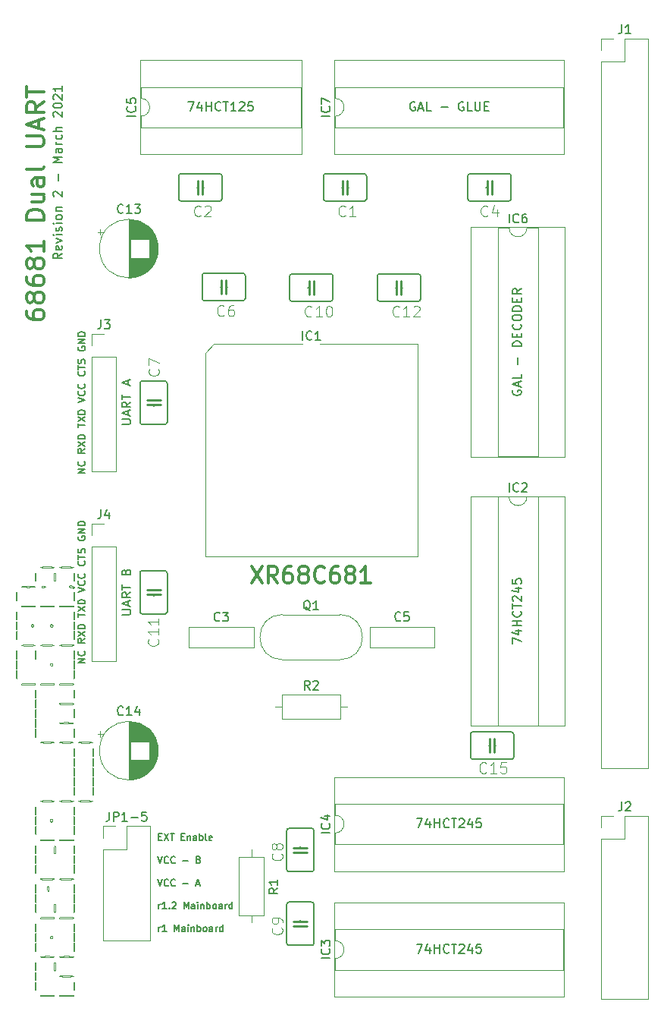
<source format=gbr>
G04 #@! TF.GenerationSoftware,KiCad,Pcbnew,(5.1.5-0-10_14)*
G04 #@! TF.CreationDate,2021-10-05T22:02:22+01:00*
G04 #@! TF.ProjectId,mc68681-basic,6d633638-3638-4312-9d62-617369632e6b,rev?*
G04 #@! TF.SameCoordinates,Original*
G04 #@! TF.FileFunction,Legend,Top*
G04 #@! TF.FilePolarity,Positive*
%FSLAX46Y46*%
G04 Gerber Fmt 4.6, Leading zero omitted, Abs format (unit mm)*
G04 Created by KiCad (PCBNEW (5.1.5-0-10_14)) date 2021-10-05 22:02:22*
%MOMM*%
%LPD*%
G04 APERTURE LIST*
%ADD10C,0.300000*%
%ADD11C,0.150000*%
%ADD12C,0.120000*%
%ADD13C,0.012500*%
%ADD14C,0.152400*%
%ADD15C,0.254000*%
%ADD16C,0.120650*%
G04 APERTURE END LIST*
D10*
X78034285Y-106474285D02*
X79234285Y-108274285D01*
X79234285Y-106474285D02*
X78034285Y-108274285D01*
X80948571Y-108274285D02*
X80348571Y-107417142D01*
X79920000Y-108274285D02*
X79920000Y-106474285D01*
X80605714Y-106474285D01*
X80777142Y-106560000D01*
X80862857Y-106645714D01*
X80948571Y-106817142D01*
X80948571Y-107074285D01*
X80862857Y-107245714D01*
X80777142Y-107331428D01*
X80605714Y-107417142D01*
X79920000Y-107417142D01*
X82491428Y-106474285D02*
X82148571Y-106474285D01*
X81977142Y-106560000D01*
X81891428Y-106645714D01*
X81720000Y-106902857D01*
X81634285Y-107245714D01*
X81634285Y-107931428D01*
X81720000Y-108102857D01*
X81805714Y-108188571D01*
X81977142Y-108274285D01*
X82320000Y-108274285D01*
X82491428Y-108188571D01*
X82577142Y-108102857D01*
X82662857Y-107931428D01*
X82662857Y-107502857D01*
X82577142Y-107331428D01*
X82491428Y-107245714D01*
X82320000Y-107160000D01*
X81977142Y-107160000D01*
X81805714Y-107245714D01*
X81720000Y-107331428D01*
X81634285Y-107502857D01*
X83691428Y-107245714D02*
X83520000Y-107160000D01*
X83434285Y-107074285D01*
X83348571Y-106902857D01*
X83348571Y-106817142D01*
X83434285Y-106645714D01*
X83520000Y-106560000D01*
X83691428Y-106474285D01*
X84034285Y-106474285D01*
X84205714Y-106560000D01*
X84291428Y-106645714D01*
X84377142Y-106817142D01*
X84377142Y-106902857D01*
X84291428Y-107074285D01*
X84205714Y-107160000D01*
X84034285Y-107245714D01*
X83691428Y-107245714D01*
X83520000Y-107331428D01*
X83434285Y-107417142D01*
X83348571Y-107588571D01*
X83348571Y-107931428D01*
X83434285Y-108102857D01*
X83520000Y-108188571D01*
X83691428Y-108274285D01*
X84034285Y-108274285D01*
X84205714Y-108188571D01*
X84291428Y-108102857D01*
X84377142Y-107931428D01*
X84377142Y-107588571D01*
X84291428Y-107417142D01*
X84205714Y-107331428D01*
X84034285Y-107245714D01*
X86177142Y-108102857D02*
X86091428Y-108188571D01*
X85834285Y-108274285D01*
X85662857Y-108274285D01*
X85405714Y-108188571D01*
X85234285Y-108017142D01*
X85148571Y-107845714D01*
X85062857Y-107502857D01*
X85062857Y-107245714D01*
X85148571Y-106902857D01*
X85234285Y-106731428D01*
X85405714Y-106560000D01*
X85662857Y-106474285D01*
X85834285Y-106474285D01*
X86091428Y-106560000D01*
X86177142Y-106645714D01*
X87720000Y-106474285D02*
X87377142Y-106474285D01*
X87205714Y-106560000D01*
X87120000Y-106645714D01*
X86948571Y-106902857D01*
X86862857Y-107245714D01*
X86862857Y-107931428D01*
X86948571Y-108102857D01*
X87034285Y-108188571D01*
X87205714Y-108274285D01*
X87548571Y-108274285D01*
X87720000Y-108188571D01*
X87805714Y-108102857D01*
X87891428Y-107931428D01*
X87891428Y-107502857D01*
X87805714Y-107331428D01*
X87720000Y-107245714D01*
X87548571Y-107160000D01*
X87205714Y-107160000D01*
X87034285Y-107245714D01*
X86948571Y-107331428D01*
X86862857Y-107502857D01*
X88920000Y-107245714D02*
X88748571Y-107160000D01*
X88662857Y-107074285D01*
X88577142Y-106902857D01*
X88577142Y-106817142D01*
X88662857Y-106645714D01*
X88748571Y-106560000D01*
X88920000Y-106474285D01*
X89262857Y-106474285D01*
X89434285Y-106560000D01*
X89520000Y-106645714D01*
X89605714Y-106817142D01*
X89605714Y-106902857D01*
X89520000Y-107074285D01*
X89434285Y-107160000D01*
X89262857Y-107245714D01*
X88920000Y-107245714D01*
X88748571Y-107331428D01*
X88662857Y-107417142D01*
X88577142Y-107588571D01*
X88577142Y-107931428D01*
X88662857Y-108102857D01*
X88748571Y-108188571D01*
X88920000Y-108274285D01*
X89262857Y-108274285D01*
X89434285Y-108188571D01*
X89520000Y-108102857D01*
X89605714Y-107931428D01*
X89605714Y-107588571D01*
X89520000Y-107417142D01*
X89434285Y-107331428D01*
X89262857Y-107245714D01*
X91320000Y-108274285D02*
X90291428Y-108274285D01*
X90805714Y-108274285D02*
X90805714Y-106474285D01*
X90634285Y-106731428D01*
X90462857Y-106902857D01*
X90291428Y-106988571D01*
D11*
X67685714Y-147169285D02*
X67685714Y-146669285D01*
X67685714Y-146812142D02*
X67721428Y-146740714D01*
X67757143Y-146705000D01*
X67828571Y-146669285D01*
X67900000Y-146669285D01*
X68542857Y-147169285D02*
X68114285Y-147169285D01*
X68328571Y-147169285D02*
X68328571Y-146419285D01*
X68257143Y-146526428D01*
X68185714Y-146597857D01*
X68114285Y-146633571D01*
X69435714Y-147169285D02*
X69435714Y-146419285D01*
X69685714Y-146955000D01*
X69935714Y-146419285D01*
X69935714Y-147169285D01*
X70614285Y-147169285D02*
X70614285Y-146776428D01*
X70578571Y-146705000D01*
X70507143Y-146669285D01*
X70364285Y-146669285D01*
X70292857Y-146705000D01*
X70614285Y-147133571D02*
X70542857Y-147169285D01*
X70364285Y-147169285D01*
X70292857Y-147133571D01*
X70257143Y-147062142D01*
X70257143Y-146990714D01*
X70292857Y-146919285D01*
X70364285Y-146883571D01*
X70542857Y-146883571D01*
X70614285Y-146847857D01*
X70971428Y-147169285D02*
X70971428Y-146669285D01*
X70971428Y-146419285D02*
X70935714Y-146455000D01*
X70971428Y-146490714D01*
X71007143Y-146455000D01*
X70971428Y-146419285D01*
X70971428Y-146490714D01*
X71328571Y-146669285D02*
X71328571Y-147169285D01*
X71328571Y-146740714D02*
X71364285Y-146705000D01*
X71435714Y-146669285D01*
X71542857Y-146669285D01*
X71614285Y-146705000D01*
X71650000Y-146776428D01*
X71650000Y-147169285D01*
X72007143Y-147169285D02*
X72007143Y-146419285D01*
X72007143Y-146705000D02*
X72078571Y-146669285D01*
X72221428Y-146669285D01*
X72292857Y-146705000D01*
X72328571Y-146740714D01*
X72364285Y-146812142D01*
X72364285Y-147026428D01*
X72328571Y-147097857D01*
X72292857Y-147133571D01*
X72221428Y-147169285D01*
X72078571Y-147169285D01*
X72007143Y-147133571D01*
X72792857Y-147169285D02*
X72721428Y-147133571D01*
X72685714Y-147097857D01*
X72650000Y-147026428D01*
X72650000Y-146812142D01*
X72685714Y-146740714D01*
X72721428Y-146705000D01*
X72792857Y-146669285D01*
X72900000Y-146669285D01*
X72971428Y-146705000D01*
X73007143Y-146740714D01*
X73042857Y-146812142D01*
X73042857Y-147026428D01*
X73007143Y-147097857D01*
X72971428Y-147133571D01*
X72900000Y-147169285D01*
X72792857Y-147169285D01*
X73685714Y-147169285D02*
X73685714Y-146776428D01*
X73650000Y-146705000D01*
X73578571Y-146669285D01*
X73435714Y-146669285D01*
X73364285Y-146705000D01*
X73685714Y-147133571D02*
X73614285Y-147169285D01*
X73435714Y-147169285D01*
X73364285Y-147133571D01*
X73328571Y-147062142D01*
X73328571Y-146990714D01*
X73364285Y-146919285D01*
X73435714Y-146883571D01*
X73614285Y-146883571D01*
X73685714Y-146847857D01*
X74042857Y-147169285D02*
X74042857Y-146669285D01*
X74042857Y-146812142D02*
X74078571Y-146740714D01*
X74114285Y-146705000D01*
X74185714Y-146669285D01*
X74257143Y-146669285D01*
X74828571Y-147169285D02*
X74828571Y-146419285D01*
X74828571Y-147133571D02*
X74757143Y-147169285D01*
X74614285Y-147169285D01*
X74542857Y-147133571D01*
X74507143Y-147097857D01*
X74471428Y-147026428D01*
X74471428Y-146812142D01*
X74507143Y-146740714D01*
X74542857Y-146705000D01*
X74614285Y-146669285D01*
X74757143Y-146669285D01*
X74828571Y-146705000D01*
X67685714Y-144629285D02*
X67685714Y-144129285D01*
X67685714Y-144272142D02*
X67721428Y-144200714D01*
X67757142Y-144165000D01*
X67828571Y-144129285D01*
X67899999Y-144129285D01*
X68542857Y-144629285D02*
X68114285Y-144629285D01*
X68328571Y-144629285D02*
X68328571Y-143879285D01*
X68257142Y-143986428D01*
X68185714Y-144057857D01*
X68114285Y-144093571D01*
X68864285Y-144557857D02*
X68899999Y-144593571D01*
X68864285Y-144629285D01*
X68828571Y-144593571D01*
X68864285Y-144557857D01*
X68864285Y-144629285D01*
X69185714Y-143950714D02*
X69221428Y-143915000D01*
X69292857Y-143879285D01*
X69471428Y-143879285D01*
X69542857Y-143915000D01*
X69578571Y-143950714D01*
X69614285Y-144022142D01*
X69614285Y-144093571D01*
X69578571Y-144200714D01*
X69149999Y-144629285D01*
X69614285Y-144629285D01*
X70507142Y-144629285D02*
X70507142Y-143879285D01*
X70757142Y-144415000D01*
X71007142Y-143879285D01*
X71007142Y-144629285D01*
X71685714Y-144629285D02*
X71685714Y-144236428D01*
X71649999Y-144165000D01*
X71578571Y-144129285D01*
X71435714Y-144129285D01*
X71364285Y-144165000D01*
X71685714Y-144593571D02*
X71614285Y-144629285D01*
X71435714Y-144629285D01*
X71364285Y-144593571D01*
X71328571Y-144522142D01*
X71328571Y-144450714D01*
X71364285Y-144379285D01*
X71435714Y-144343571D01*
X71614285Y-144343571D01*
X71685714Y-144307857D01*
X72042857Y-144629285D02*
X72042857Y-144129285D01*
X72042857Y-143879285D02*
X72007142Y-143915000D01*
X72042857Y-143950714D01*
X72078571Y-143915000D01*
X72042857Y-143879285D01*
X72042857Y-143950714D01*
X72399999Y-144129285D02*
X72399999Y-144629285D01*
X72399999Y-144200714D02*
X72435714Y-144165000D01*
X72507142Y-144129285D01*
X72614285Y-144129285D01*
X72685714Y-144165000D01*
X72721428Y-144236428D01*
X72721428Y-144629285D01*
X73078571Y-144629285D02*
X73078571Y-143879285D01*
X73078571Y-144165000D02*
X73149999Y-144129285D01*
X73292857Y-144129285D01*
X73364285Y-144165000D01*
X73399999Y-144200714D01*
X73435714Y-144272142D01*
X73435714Y-144486428D01*
X73399999Y-144557857D01*
X73364285Y-144593571D01*
X73292857Y-144629285D01*
X73149999Y-144629285D01*
X73078571Y-144593571D01*
X73864285Y-144629285D02*
X73792857Y-144593571D01*
X73757142Y-144557857D01*
X73721428Y-144486428D01*
X73721428Y-144272142D01*
X73757142Y-144200714D01*
X73792857Y-144165000D01*
X73864285Y-144129285D01*
X73971428Y-144129285D01*
X74042857Y-144165000D01*
X74078571Y-144200714D01*
X74114285Y-144272142D01*
X74114285Y-144486428D01*
X74078571Y-144557857D01*
X74042857Y-144593571D01*
X73971428Y-144629285D01*
X73864285Y-144629285D01*
X74757142Y-144629285D02*
X74757142Y-144236428D01*
X74721428Y-144165000D01*
X74649999Y-144129285D01*
X74507142Y-144129285D01*
X74435714Y-144165000D01*
X74757142Y-144593571D02*
X74685714Y-144629285D01*
X74507142Y-144629285D01*
X74435714Y-144593571D01*
X74399999Y-144522142D01*
X74399999Y-144450714D01*
X74435714Y-144379285D01*
X74507142Y-144343571D01*
X74685714Y-144343571D01*
X74757142Y-144307857D01*
X75114285Y-144629285D02*
X75114285Y-144129285D01*
X75114285Y-144272142D02*
X75149999Y-144200714D01*
X75185714Y-144165000D01*
X75257142Y-144129285D01*
X75328571Y-144129285D01*
X75899999Y-144629285D02*
X75899999Y-143879285D01*
X75899999Y-144593571D02*
X75828571Y-144629285D01*
X75685714Y-144629285D01*
X75614285Y-144593571D01*
X75578571Y-144557857D01*
X75542857Y-144486428D01*
X75542857Y-144272142D01*
X75578571Y-144200714D01*
X75614285Y-144165000D01*
X75685714Y-144129285D01*
X75828571Y-144129285D01*
X75899999Y-144165000D01*
X67578571Y-138799285D02*
X67828571Y-139549285D01*
X68078571Y-138799285D01*
X68757143Y-139477857D02*
X68721428Y-139513571D01*
X68614286Y-139549285D01*
X68542857Y-139549285D01*
X68435714Y-139513571D01*
X68364286Y-139442142D01*
X68328571Y-139370714D01*
X68292857Y-139227857D01*
X68292857Y-139120714D01*
X68328571Y-138977857D01*
X68364286Y-138906428D01*
X68435714Y-138835000D01*
X68542857Y-138799285D01*
X68614286Y-138799285D01*
X68721428Y-138835000D01*
X68757143Y-138870714D01*
X69507143Y-139477857D02*
X69471428Y-139513571D01*
X69364286Y-139549285D01*
X69292857Y-139549285D01*
X69185714Y-139513571D01*
X69114286Y-139442142D01*
X69078571Y-139370714D01*
X69042857Y-139227857D01*
X69042857Y-139120714D01*
X69078571Y-138977857D01*
X69114286Y-138906428D01*
X69185714Y-138835000D01*
X69292857Y-138799285D01*
X69364286Y-138799285D01*
X69471428Y-138835000D01*
X69507143Y-138870714D01*
X70400000Y-139263571D02*
X70971428Y-139263571D01*
X72150000Y-139156428D02*
X72257143Y-139192142D01*
X72292857Y-139227857D01*
X72328571Y-139299285D01*
X72328571Y-139406428D01*
X72292857Y-139477857D01*
X72257143Y-139513571D01*
X72185714Y-139549285D01*
X71900000Y-139549285D01*
X71900000Y-138799285D01*
X72150000Y-138799285D01*
X72221428Y-138835000D01*
X72257143Y-138870714D01*
X72292857Y-138942142D01*
X72292857Y-139013571D01*
X72257143Y-139085000D01*
X72221428Y-139120714D01*
X72150000Y-139156428D01*
X71900000Y-139156428D01*
X67578571Y-141339285D02*
X67828571Y-142089285D01*
X68078571Y-141339285D01*
X68757142Y-142017857D02*
X68721428Y-142053571D01*
X68614285Y-142089285D01*
X68542856Y-142089285D01*
X68435714Y-142053571D01*
X68364285Y-141982142D01*
X68328571Y-141910714D01*
X68292856Y-141767857D01*
X68292856Y-141660714D01*
X68328571Y-141517857D01*
X68364285Y-141446428D01*
X68435714Y-141375000D01*
X68542856Y-141339285D01*
X68614285Y-141339285D01*
X68721428Y-141375000D01*
X68757142Y-141410714D01*
X69507142Y-142017857D02*
X69471428Y-142053571D01*
X69364285Y-142089285D01*
X69292856Y-142089285D01*
X69185714Y-142053571D01*
X69114285Y-141982142D01*
X69078571Y-141910714D01*
X69042856Y-141767857D01*
X69042856Y-141660714D01*
X69078571Y-141517857D01*
X69114285Y-141446428D01*
X69185714Y-141375000D01*
X69292856Y-141339285D01*
X69364285Y-141339285D01*
X69471428Y-141375000D01*
X69507142Y-141410714D01*
X70399999Y-141803571D02*
X70971428Y-141803571D01*
X71864285Y-141875000D02*
X72221428Y-141875000D01*
X71792856Y-142089285D02*
X72042856Y-141339285D01*
X72292856Y-142089285D01*
X67685714Y-136616428D02*
X67935714Y-136616428D01*
X68042857Y-137009285D02*
X67685714Y-137009285D01*
X67685714Y-136259285D01*
X68042857Y-136259285D01*
X68292857Y-136259285D02*
X68792857Y-137009285D01*
X68792857Y-136259285D02*
X68292857Y-137009285D01*
X68971428Y-136259285D02*
X69400000Y-136259285D01*
X69185714Y-137009285D02*
X69185714Y-136259285D01*
X70221428Y-136616428D02*
X70471428Y-136616428D01*
X70578571Y-137009285D02*
X70221428Y-137009285D01*
X70221428Y-136259285D01*
X70578571Y-136259285D01*
X70900000Y-136509285D02*
X70900000Y-137009285D01*
X70900000Y-136580714D02*
X70935714Y-136545000D01*
X71007142Y-136509285D01*
X71114285Y-136509285D01*
X71185714Y-136545000D01*
X71221428Y-136616428D01*
X71221428Y-137009285D01*
X71900000Y-137009285D02*
X71900000Y-136616428D01*
X71864285Y-136545000D01*
X71792857Y-136509285D01*
X71650000Y-136509285D01*
X71578571Y-136545000D01*
X71900000Y-136973571D02*
X71828571Y-137009285D01*
X71650000Y-137009285D01*
X71578571Y-136973571D01*
X71542857Y-136902142D01*
X71542857Y-136830714D01*
X71578571Y-136759285D01*
X71650000Y-136723571D01*
X71828571Y-136723571D01*
X71900000Y-136687857D01*
X72257142Y-137009285D02*
X72257142Y-136259285D01*
X72257142Y-136545000D02*
X72328571Y-136509285D01*
X72471428Y-136509285D01*
X72542857Y-136545000D01*
X72578571Y-136580714D01*
X72614285Y-136652142D01*
X72614285Y-136866428D01*
X72578571Y-136937857D01*
X72542857Y-136973571D01*
X72471428Y-137009285D01*
X72328571Y-137009285D01*
X72257142Y-136973571D01*
X73042857Y-137009285D02*
X72971428Y-136973571D01*
X72935714Y-136902142D01*
X72935714Y-136259285D01*
X73614285Y-136973571D02*
X73542857Y-137009285D01*
X73400000Y-137009285D01*
X73328571Y-136973571D01*
X73292857Y-136902142D01*
X73292857Y-136616428D01*
X73328571Y-136545000D01*
X73400000Y-136509285D01*
X73542857Y-136509285D01*
X73614285Y-136545000D01*
X73650000Y-136616428D01*
X73650000Y-136687857D01*
X73292857Y-136759285D01*
X70982142Y-54634880D02*
X71648809Y-54634880D01*
X71220238Y-55634880D01*
X72458333Y-54968214D02*
X72458333Y-55634880D01*
X72220238Y-54587261D02*
X71982142Y-55301547D01*
X72601190Y-55301547D01*
X72982142Y-55634880D02*
X72982142Y-54634880D01*
X72982142Y-55111071D02*
X73553571Y-55111071D01*
X73553571Y-55634880D02*
X73553571Y-54634880D01*
X74601190Y-55539642D02*
X74553571Y-55587261D01*
X74410714Y-55634880D01*
X74315476Y-55634880D01*
X74172619Y-55587261D01*
X74077380Y-55492023D01*
X74029761Y-55396785D01*
X73982142Y-55206309D01*
X73982142Y-55063452D01*
X74029761Y-54872976D01*
X74077380Y-54777738D01*
X74172619Y-54682500D01*
X74315476Y-54634880D01*
X74410714Y-54634880D01*
X74553571Y-54682500D01*
X74601190Y-54730119D01*
X74886904Y-54634880D02*
X75458333Y-54634880D01*
X75172619Y-55634880D02*
X75172619Y-54634880D01*
X76315476Y-55634880D02*
X75744047Y-55634880D01*
X76029761Y-55634880D02*
X76029761Y-54634880D01*
X75934523Y-54777738D01*
X75839285Y-54872976D01*
X75744047Y-54920595D01*
X76696428Y-54730119D02*
X76744047Y-54682500D01*
X76839285Y-54634880D01*
X77077380Y-54634880D01*
X77172619Y-54682500D01*
X77220238Y-54730119D01*
X77267857Y-54825357D01*
X77267857Y-54920595D01*
X77220238Y-55063452D01*
X76648809Y-55634880D01*
X77267857Y-55634880D01*
X78172619Y-54634880D02*
X77696428Y-54634880D01*
X77648809Y-55111071D01*
X77696428Y-55063452D01*
X77791666Y-55015833D01*
X78029761Y-55015833D01*
X78125000Y-55063452D01*
X78172619Y-55111071D01*
X78220238Y-55206309D01*
X78220238Y-55444404D01*
X78172619Y-55539642D01*
X78125000Y-55587261D01*
X78029761Y-55634880D01*
X77791666Y-55634880D01*
X77696428Y-55587261D01*
X77648809Y-55539642D01*
X96291666Y-54682500D02*
X96196428Y-54634880D01*
X96053571Y-54634880D01*
X95910714Y-54682500D01*
X95815476Y-54777738D01*
X95767857Y-54872976D01*
X95720238Y-55063452D01*
X95720238Y-55206309D01*
X95767857Y-55396785D01*
X95815476Y-55492023D01*
X95910714Y-55587261D01*
X96053571Y-55634880D01*
X96148809Y-55634880D01*
X96291666Y-55587261D01*
X96339285Y-55539642D01*
X96339285Y-55206309D01*
X96148809Y-55206309D01*
X96720238Y-55349166D02*
X97196428Y-55349166D01*
X96625000Y-55634880D02*
X96958333Y-54634880D01*
X97291666Y-55634880D01*
X98101190Y-55634880D02*
X97625000Y-55634880D01*
X97625000Y-54634880D01*
X99196428Y-55253928D02*
X99958333Y-55253928D01*
X101720238Y-54682500D02*
X101625000Y-54634880D01*
X101482142Y-54634880D01*
X101339285Y-54682500D01*
X101244047Y-54777738D01*
X101196428Y-54872976D01*
X101148809Y-55063452D01*
X101148809Y-55206309D01*
X101196428Y-55396785D01*
X101244047Y-55492023D01*
X101339285Y-55587261D01*
X101482142Y-55634880D01*
X101577380Y-55634880D01*
X101720238Y-55587261D01*
X101767857Y-55539642D01*
X101767857Y-55206309D01*
X101577380Y-55206309D01*
X102672619Y-55634880D02*
X102196428Y-55634880D01*
X102196428Y-54634880D01*
X103005952Y-54634880D02*
X103005952Y-55444404D01*
X103053571Y-55539642D01*
X103101190Y-55587261D01*
X103196428Y-55634880D01*
X103386904Y-55634880D01*
X103482142Y-55587261D01*
X103529761Y-55539642D01*
X103577380Y-55444404D01*
X103577380Y-54634880D01*
X104053571Y-55111071D02*
X104386904Y-55111071D01*
X104529761Y-55634880D02*
X104053571Y-55634880D01*
X104053571Y-54634880D01*
X104529761Y-54634880D01*
X107232500Y-86805952D02*
X107184880Y-86901190D01*
X107184880Y-87044047D01*
X107232500Y-87186904D01*
X107327738Y-87282142D01*
X107422976Y-87329761D01*
X107613452Y-87377380D01*
X107756309Y-87377380D01*
X107946785Y-87329761D01*
X108042023Y-87282142D01*
X108137261Y-87186904D01*
X108184880Y-87044047D01*
X108184880Y-86948809D01*
X108137261Y-86805952D01*
X108089642Y-86758333D01*
X107756309Y-86758333D01*
X107756309Y-86948809D01*
X107899166Y-86377380D02*
X107899166Y-85901190D01*
X108184880Y-86472619D02*
X107184880Y-86139285D01*
X108184880Y-85805952D01*
X108184880Y-84996428D02*
X108184880Y-85472619D01*
X107184880Y-85472619D01*
X107803928Y-83901190D02*
X107803928Y-83139285D01*
X108184880Y-81901190D02*
X107184880Y-81901190D01*
X107184880Y-81663095D01*
X107232500Y-81520238D01*
X107327738Y-81425000D01*
X107422976Y-81377380D01*
X107613452Y-81329761D01*
X107756309Y-81329761D01*
X107946785Y-81377380D01*
X108042023Y-81425000D01*
X108137261Y-81520238D01*
X108184880Y-81663095D01*
X108184880Y-81901190D01*
X107661071Y-80901190D02*
X107661071Y-80567857D01*
X108184880Y-80425000D02*
X108184880Y-80901190D01*
X107184880Y-80901190D01*
X107184880Y-80425000D01*
X108089642Y-79425000D02*
X108137261Y-79472619D01*
X108184880Y-79615476D01*
X108184880Y-79710714D01*
X108137261Y-79853571D01*
X108042023Y-79948809D01*
X107946785Y-79996428D01*
X107756309Y-80044047D01*
X107613452Y-80044047D01*
X107422976Y-79996428D01*
X107327738Y-79948809D01*
X107232500Y-79853571D01*
X107184880Y-79710714D01*
X107184880Y-79615476D01*
X107232500Y-79472619D01*
X107280119Y-79425000D01*
X107184880Y-78805952D02*
X107184880Y-78615476D01*
X107232500Y-78520238D01*
X107327738Y-78425000D01*
X107518214Y-78377380D01*
X107851547Y-78377380D01*
X108042023Y-78425000D01*
X108137261Y-78520238D01*
X108184880Y-78615476D01*
X108184880Y-78805952D01*
X108137261Y-78901190D01*
X108042023Y-78996428D01*
X107851547Y-79044047D01*
X107518214Y-79044047D01*
X107327738Y-78996428D01*
X107232500Y-78901190D01*
X107184880Y-78805952D01*
X108184880Y-77948809D02*
X107184880Y-77948809D01*
X107184880Y-77710714D01*
X107232500Y-77567857D01*
X107327738Y-77472619D01*
X107422976Y-77425000D01*
X107613452Y-77377380D01*
X107756309Y-77377380D01*
X107946785Y-77425000D01*
X108042023Y-77472619D01*
X108137261Y-77567857D01*
X108184880Y-77710714D01*
X108184880Y-77948809D01*
X107661071Y-76948809D02*
X107661071Y-76615476D01*
X108184880Y-76472619D02*
X108184880Y-76948809D01*
X107184880Y-76948809D01*
X107184880Y-76472619D01*
X108184880Y-75472619D02*
X107708690Y-75805952D01*
X108184880Y-76044047D02*
X107184880Y-76044047D01*
X107184880Y-75663095D01*
X107232500Y-75567857D01*
X107280119Y-75520238D01*
X107375357Y-75472619D01*
X107518214Y-75472619D01*
X107613452Y-75520238D01*
X107661071Y-75567857D01*
X107708690Y-75663095D01*
X107708690Y-76044047D01*
X107184880Y-115067858D02*
X107184880Y-114401191D01*
X108184880Y-114829762D01*
X107518214Y-113591667D02*
X108184880Y-113591667D01*
X107137261Y-113829762D02*
X107851547Y-114067858D01*
X107851547Y-113448810D01*
X108184880Y-113067858D02*
X107184880Y-113067858D01*
X107661071Y-113067858D02*
X107661071Y-112496429D01*
X108184880Y-112496429D02*
X107184880Y-112496429D01*
X108089642Y-111448810D02*
X108137261Y-111496429D01*
X108184880Y-111639286D01*
X108184880Y-111734524D01*
X108137261Y-111877381D01*
X108042023Y-111972620D01*
X107946785Y-112020239D01*
X107756309Y-112067858D01*
X107613452Y-112067858D01*
X107422976Y-112020239D01*
X107327738Y-111972620D01*
X107232500Y-111877381D01*
X107184880Y-111734524D01*
X107184880Y-111639286D01*
X107232500Y-111496429D01*
X107280119Y-111448810D01*
X107184880Y-111163096D02*
X107184880Y-110591667D01*
X108184880Y-110877381D02*
X107184880Y-110877381D01*
X107280119Y-110305953D02*
X107232500Y-110258334D01*
X107184880Y-110163096D01*
X107184880Y-109925001D01*
X107232500Y-109829762D01*
X107280119Y-109782143D01*
X107375357Y-109734524D01*
X107470595Y-109734524D01*
X107613452Y-109782143D01*
X108184880Y-110353572D01*
X108184880Y-109734524D01*
X107518214Y-108877381D02*
X108184880Y-108877381D01*
X107137261Y-109115477D02*
X107851547Y-109353572D01*
X107851547Y-108734524D01*
X107184880Y-107877381D02*
X107184880Y-108353572D01*
X107661071Y-108401191D01*
X107613452Y-108353572D01*
X107565833Y-108258334D01*
X107565833Y-108020239D01*
X107613452Y-107925001D01*
X107661071Y-107877381D01*
X107756309Y-107829762D01*
X107994404Y-107829762D01*
X108089642Y-107877381D01*
X108137261Y-107925001D01*
X108184880Y-108020239D01*
X108184880Y-108258334D01*
X108137261Y-108353572D01*
X108089642Y-108401191D01*
X96482142Y-134584880D02*
X97148809Y-134584880D01*
X96720238Y-135584880D01*
X97958333Y-134918214D02*
X97958333Y-135584880D01*
X97720238Y-134537261D02*
X97482142Y-135251547D01*
X98101190Y-135251547D01*
X98482142Y-135584880D02*
X98482142Y-134584880D01*
X98482142Y-135061071D02*
X99053571Y-135061071D01*
X99053571Y-135584880D02*
X99053571Y-134584880D01*
X100101190Y-135489642D02*
X100053571Y-135537261D01*
X99910714Y-135584880D01*
X99815476Y-135584880D01*
X99672619Y-135537261D01*
X99577380Y-135442023D01*
X99529761Y-135346785D01*
X99482142Y-135156309D01*
X99482142Y-135013452D01*
X99529761Y-134822976D01*
X99577380Y-134727738D01*
X99672619Y-134632500D01*
X99815476Y-134584880D01*
X99910714Y-134584880D01*
X100053571Y-134632500D01*
X100101190Y-134680119D01*
X100386904Y-134584880D02*
X100958333Y-134584880D01*
X100672619Y-135584880D02*
X100672619Y-134584880D01*
X101244047Y-134680119D02*
X101291666Y-134632500D01*
X101386904Y-134584880D01*
X101625000Y-134584880D01*
X101720238Y-134632500D01*
X101767857Y-134680119D01*
X101815476Y-134775357D01*
X101815476Y-134870595D01*
X101767857Y-135013452D01*
X101196428Y-135584880D01*
X101815476Y-135584880D01*
X102672619Y-134918214D02*
X102672619Y-135584880D01*
X102434523Y-134537261D02*
X102196428Y-135251547D01*
X102815476Y-135251547D01*
X103672619Y-134584880D02*
X103196428Y-134584880D01*
X103148809Y-135061071D01*
X103196428Y-135013452D01*
X103291666Y-134965833D01*
X103529761Y-134965833D01*
X103625000Y-135013452D01*
X103672619Y-135061071D01*
X103720238Y-135156309D01*
X103720238Y-135394404D01*
X103672619Y-135489642D01*
X103625000Y-135537261D01*
X103529761Y-135584880D01*
X103291666Y-135584880D01*
X103196428Y-135537261D01*
X103148809Y-135489642D01*
X96482142Y-148584880D02*
X97148809Y-148584880D01*
X96720238Y-149584880D01*
X97958333Y-148918214D02*
X97958333Y-149584880D01*
X97720238Y-148537261D02*
X97482142Y-149251547D01*
X98101190Y-149251547D01*
X98482142Y-149584880D02*
X98482142Y-148584880D01*
X98482142Y-149061071D02*
X99053571Y-149061071D01*
X99053571Y-149584880D02*
X99053571Y-148584880D01*
X100101190Y-149489642D02*
X100053571Y-149537261D01*
X99910714Y-149584880D01*
X99815476Y-149584880D01*
X99672619Y-149537261D01*
X99577380Y-149442023D01*
X99529761Y-149346785D01*
X99482142Y-149156309D01*
X99482142Y-149013452D01*
X99529761Y-148822976D01*
X99577380Y-148727738D01*
X99672619Y-148632500D01*
X99815476Y-148584880D01*
X99910714Y-148584880D01*
X100053571Y-148632500D01*
X100101190Y-148680119D01*
X100386904Y-148584880D02*
X100958333Y-148584880D01*
X100672619Y-149584880D02*
X100672619Y-148584880D01*
X101244047Y-148680119D02*
X101291666Y-148632500D01*
X101386904Y-148584880D01*
X101625000Y-148584880D01*
X101720238Y-148632500D01*
X101767857Y-148680119D01*
X101815476Y-148775357D01*
X101815476Y-148870595D01*
X101767857Y-149013452D01*
X101196428Y-149584880D01*
X101815476Y-149584880D01*
X102672619Y-148918214D02*
X102672619Y-149584880D01*
X102434523Y-148537261D02*
X102196428Y-149251547D01*
X102815476Y-149251547D01*
X103672619Y-148584880D02*
X103196428Y-148584880D01*
X103148809Y-149061071D01*
X103196428Y-149013452D01*
X103291666Y-148965833D01*
X103529761Y-148965833D01*
X103625000Y-149013452D01*
X103672619Y-149061071D01*
X103720238Y-149156309D01*
X103720238Y-149394404D01*
X103672619Y-149489642D01*
X103625000Y-149537261D01*
X103529761Y-149584880D01*
X103291666Y-149584880D01*
X103196428Y-149537261D01*
X103148809Y-149489642D01*
X63552380Y-111826191D02*
X64361904Y-111826191D01*
X64457142Y-111778572D01*
X64504761Y-111730953D01*
X64552380Y-111635715D01*
X64552380Y-111445239D01*
X64504761Y-111350001D01*
X64457142Y-111302381D01*
X64361904Y-111254762D01*
X63552380Y-111254762D01*
X64266666Y-110826191D02*
X64266666Y-110350001D01*
X64552380Y-110921429D02*
X63552380Y-110588096D01*
X64552380Y-110254762D01*
X64552380Y-109350001D02*
X64076190Y-109683334D01*
X64552380Y-109921429D02*
X63552380Y-109921429D01*
X63552380Y-109540477D01*
X63600000Y-109445239D01*
X63647619Y-109397620D01*
X63742857Y-109350001D01*
X63885714Y-109350001D01*
X63980952Y-109397620D01*
X64028571Y-109445239D01*
X64076190Y-109540477D01*
X64076190Y-109921429D01*
X63552380Y-109064286D02*
X63552380Y-108492858D01*
X64552380Y-108778572D02*
X63552380Y-108778572D01*
X64028571Y-107064286D02*
X64076190Y-106921429D01*
X64123809Y-106873810D01*
X64219047Y-106826191D01*
X64361904Y-106826191D01*
X64457142Y-106873810D01*
X64504761Y-106921429D01*
X64552380Y-107016667D01*
X64552380Y-107397620D01*
X63552380Y-107397620D01*
X63552380Y-107064286D01*
X63600000Y-106969048D01*
X63647619Y-106921429D01*
X63742857Y-106873810D01*
X63838095Y-106873810D01*
X63933333Y-106921429D01*
X63980952Y-106969048D01*
X64028571Y-107064286D01*
X64028571Y-107397620D01*
X63552380Y-90594761D02*
X64361904Y-90594761D01*
X64457142Y-90547142D01*
X64504761Y-90499523D01*
X64552380Y-90404285D01*
X64552380Y-90213809D01*
X64504761Y-90118571D01*
X64457142Y-90070952D01*
X64361904Y-90023333D01*
X63552380Y-90023333D01*
X64266666Y-89594761D02*
X64266666Y-89118571D01*
X64552380Y-89690000D02*
X63552380Y-89356666D01*
X64552380Y-89023333D01*
X64552380Y-88118571D02*
X64076190Y-88451904D01*
X64552380Y-88690000D02*
X63552380Y-88690000D01*
X63552380Y-88309047D01*
X63600000Y-88213809D01*
X63647619Y-88166190D01*
X63742857Y-88118571D01*
X63885714Y-88118571D01*
X63980952Y-88166190D01*
X64028571Y-88213809D01*
X64076190Y-88309047D01*
X64076190Y-88690000D01*
X63552380Y-87832857D02*
X63552380Y-87261428D01*
X64552380Y-87547142D02*
X63552380Y-87547142D01*
X64266666Y-86213809D02*
X64266666Y-85737619D01*
X64552380Y-86309047D02*
X63552380Y-85975714D01*
X64552380Y-85642380D01*
X59436904Y-96056666D02*
X58636904Y-96056666D01*
X59436904Y-95599523D01*
X58636904Y-95599523D01*
X59360714Y-94761428D02*
X59398809Y-94799523D01*
X59436904Y-94913809D01*
X59436904Y-94990000D01*
X59398809Y-95104285D01*
X59322619Y-95180476D01*
X59246428Y-95218571D01*
X59094047Y-95256666D01*
X58979761Y-95256666D01*
X58827380Y-95218571D01*
X58751190Y-95180476D01*
X58675000Y-95104285D01*
X58636904Y-94990000D01*
X58636904Y-94913809D01*
X58675000Y-94799523D01*
X58713095Y-94761428D01*
X59436904Y-93351904D02*
X59055952Y-93618571D01*
X59436904Y-93809047D02*
X58636904Y-93809047D01*
X58636904Y-93504285D01*
X58675000Y-93428095D01*
X58713095Y-93390000D01*
X58789285Y-93351904D01*
X58903571Y-93351904D01*
X58979761Y-93390000D01*
X59017857Y-93428095D01*
X59055952Y-93504285D01*
X59055952Y-93809047D01*
X58636904Y-93085238D02*
X59436904Y-92551904D01*
X58636904Y-92551904D02*
X59436904Y-93085238D01*
X59436904Y-92247142D02*
X58636904Y-92247142D01*
X58636904Y-92056666D01*
X58675000Y-91942380D01*
X58751190Y-91866190D01*
X58827380Y-91828095D01*
X58979761Y-91790000D01*
X59094047Y-91790000D01*
X59246428Y-91828095D01*
X59322619Y-91866190D01*
X59398809Y-91942380D01*
X59436904Y-92056666D01*
X59436904Y-92247142D01*
X58636904Y-90951904D02*
X58636904Y-90494761D01*
X59436904Y-90723333D02*
X58636904Y-90723333D01*
X58636904Y-90304285D02*
X59436904Y-89770952D01*
X58636904Y-89770952D02*
X59436904Y-90304285D01*
X59436904Y-89466190D02*
X58636904Y-89466190D01*
X58636904Y-89275714D01*
X58675000Y-89161428D01*
X58751190Y-89085238D01*
X58827380Y-89047142D01*
X58979761Y-89009047D01*
X59094047Y-89009047D01*
X59246428Y-89047142D01*
X59322619Y-89085238D01*
X59398809Y-89161428D01*
X59436904Y-89275714D01*
X59436904Y-89466190D01*
X58636904Y-88170952D02*
X59436904Y-87904285D01*
X58636904Y-87637619D01*
X59360714Y-86913809D02*
X59398809Y-86951904D01*
X59436904Y-87066190D01*
X59436904Y-87142380D01*
X59398809Y-87256666D01*
X59322619Y-87332857D01*
X59246428Y-87370952D01*
X59094047Y-87409047D01*
X58979761Y-87409047D01*
X58827380Y-87370952D01*
X58751190Y-87332857D01*
X58675000Y-87256666D01*
X58636904Y-87142380D01*
X58636904Y-87066190D01*
X58675000Y-86951904D01*
X58713095Y-86913809D01*
X59360714Y-86113809D02*
X59398809Y-86151904D01*
X59436904Y-86266190D01*
X59436904Y-86342380D01*
X59398809Y-86456666D01*
X59322619Y-86532857D01*
X59246428Y-86570952D01*
X59094047Y-86609047D01*
X58979761Y-86609047D01*
X58827380Y-86570952D01*
X58751190Y-86532857D01*
X58675000Y-86456666D01*
X58636904Y-86342380D01*
X58636904Y-86266190D01*
X58675000Y-86151904D01*
X58713095Y-86113809D01*
X59360714Y-84704285D02*
X59398809Y-84742380D01*
X59436904Y-84856666D01*
X59436904Y-84932857D01*
X59398809Y-85047142D01*
X59322619Y-85123333D01*
X59246428Y-85161428D01*
X59094047Y-85199523D01*
X58979761Y-85199523D01*
X58827380Y-85161428D01*
X58751190Y-85123333D01*
X58675000Y-85047142D01*
X58636904Y-84932857D01*
X58636904Y-84856666D01*
X58675000Y-84742380D01*
X58713095Y-84704285D01*
X58636904Y-84475714D02*
X58636904Y-84018571D01*
X59436904Y-84247142D02*
X58636904Y-84247142D01*
X59398809Y-83790000D02*
X59436904Y-83675714D01*
X59436904Y-83485238D01*
X59398809Y-83409047D01*
X59360714Y-83370952D01*
X59284523Y-83332857D01*
X59208333Y-83332857D01*
X59132142Y-83370952D01*
X59094047Y-83409047D01*
X59055952Y-83485238D01*
X59017857Y-83637619D01*
X58979761Y-83713809D01*
X58941666Y-83751904D01*
X58865476Y-83790000D01*
X58789285Y-83790000D01*
X58713095Y-83751904D01*
X58675000Y-83713809D01*
X58636904Y-83637619D01*
X58636904Y-83447142D01*
X58675000Y-83332857D01*
X58675000Y-81961428D02*
X58636904Y-82037619D01*
X58636904Y-82151904D01*
X58675000Y-82266190D01*
X58751190Y-82342380D01*
X58827380Y-82380476D01*
X58979761Y-82418571D01*
X59094047Y-82418571D01*
X59246428Y-82380476D01*
X59322619Y-82342380D01*
X59398809Y-82266190D01*
X59436904Y-82151904D01*
X59436904Y-82075714D01*
X59398809Y-81961428D01*
X59360714Y-81923333D01*
X59094047Y-81923333D01*
X59094047Y-82075714D01*
X59436904Y-81580476D02*
X58636904Y-81580476D01*
X59436904Y-81123333D01*
X58636904Y-81123333D01*
X59436904Y-80742380D02*
X58636904Y-80742380D01*
X58636904Y-80551904D01*
X58675000Y-80437619D01*
X58751190Y-80361428D01*
X58827380Y-80323333D01*
X58979761Y-80285238D01*
X59094047Y-80285238D01*
X59246428Y-80323333D01*
X59322619Y-80361428D01*
X59398809Y-80437619D01*
X59436904Y-80551904D01*
X59436904Y-80742380D01*
X59436904Y-117216666D02*
X58636904Y-117216666D01*
X59436904Y-116759523D01*
X58636904Y-116759523D01*
X59360714Y-115921428D02*
X59398809Y-115959523D01*
X59436904Y-116073809D01*
X59436904Y-116150000D01*
X59398809Y-116264285D01*
X59322619Y-116340476D01*
X59246428Y-116378571D01*
X59094047Y-116416666D01*
X58979761Y-116416666D01*
X58827380Y-116378571D01*
X58751190Y-116340476D01*
X58675000Y-116264285D01*
X58636904Y-116150000D01*
X58636904Y-116073809D01*
X58675000Y-115959523D01*
X58713095Y-115921428D01*
X59436904Y-114511904D02*
X59055952Y-114778571D01*
X59436904Y-114969047D02*
X58636904Y-114969047D01*
X58636904Y-114664285D01*
X58675000Y-114588095D01*
X58713095Y-114550000D01*
X58789285Y-114511904D01*
X58903571Y-114511904D01*
X58979761Y-114550000D01*
X59017857Y-114588095D01*
X59055952Y-114664285D01*
X59055952Y-114969047D01*
X58636904Y-114245238D02*
X59436904Y-113711904D01*
X58636904Y-113711904D02*
X59436904Y-114245238D01*
X59436904Y-113407142D02*
X58636904Y-113407142D01*
X58636904Y-113216666D01*
X58675000Y-113102380D01*
X58751190Y-113026190D01*
X58827380Y-112988095D01*
X58979761Y-112950000D01*
X59094047Y-112950000D01*
X59246428Y-112988095D01*
X59322619Y-113026190D01*
X59398809Y-113102380D01*
X59436904Y-113216666D01*
X59436904Y-113407142D01*
X58636904Y-112111904D02*
X58636904Y-111654761D01*
X59436904Y-111883333D02*
X58636904Y-111883333D01*
X58636904Y-111464285D02*
X59436904Y-110930952D01*
X58636904Y-110930952D02*
X59436904Y-111464285D01*
X59436904Y-110626190D02*
X58636904Y-110626190D01*
X58636904Y-110435714D01*
X58675000Y-110321428D01*
X58751190Y-110245238D01*
X58827380Y-110207142D01*
X58979761Y-110169047D01*
X59094047Y-110169047D01*
X59246428Y-110207142D01*
X59322619Y-110245238D01*
X59398809Y-110321428D01*
X59436904Y-110435714D01*
X59436904Y-110626190D01*
X58636904Y-109330952D02*
X59436904Y-109064285D01*
X58636904Y-108797619D01*
X59360714Y-108073809D02*
X59398809Y-108111904D01*
X59436904Y-108226190D01*
X59436904Y-108302380D01*
X59398809Y-108416666D01*
X59322619Y-108492857D01*
X59246428Y-108530952D01*
X59094047Y-108569047D01*
X58979761Y-108569047D01*
X58827380Y-108530952D01*
X58751190Y-108492857D01*
X58675000Y-108416666D01*
X58636904Y-108302380D01*
X58636904Y-108226190D01*
X58675000Y-108111904D01*
X58713095Y-108073809D01*
X59360714Y-107273809D02*
X59398809Y-107311904D01*
X59436904Y-107426190D01*
X59436904Y-107502380D01*
X59398809Y-107616666D01*
X59322619Y-107692857D01*
X59246428Y-107730952D01*
X59094047Y-107769047D01*
X58979761Y-107769047D01*
X58827380Y-107730952D01*
X58751190Y-107692857D01*
X58675000Y-107616666D01*
X58636904Y-107502380D01*
X58636904Y-107426190D01*
X58675000Y-107311904D01*
X58713095Y-107273809D01*
X59360714Y-105864285D02*
X59398809Y-105902380D01*
X59436904Y-106016666D01*
X59436904Y-106092857D01*
X59398809Y-106207142D01*
X59322619Y-106283333D01*
X59246428Y-106321428D01*
X59094047Y-106359523D01*
X58979761Y-106359523D01*
X58827380Y-106321428D01*
X58751190Y-106283333D01*
X58675000Y-106207142D01*
X58636904Y-106092857D01*
X58636904Y-106016666D01*
X58675000Y-105902380D01*
X58713095Y-105864285D01*
X58636904Y-105635714D02*
X58636904Y-105178571D01*
X59436904Y-105407142D02*
X58636904Y-105407142D01*
X59398809Y-104950000D02*
X59436904Y-104835714D01*
X59436904Y-104645238D01*
X59398809Y-104569047D01*
X59360714Y-104530952D01*
X59284523Y-104492857D01*
X59208333Y-104492857D01*
X59132142Y-104530952D01*
X59094047Y-104569047D01*
X59055952Y-104645238D01*
X59017857Y-104797619D01*
X58979761Y-104873809D01*
X58941666Y-104911904D01*
X58865476Y-104950000D01*
X58789285Y-104950000D01*
X58713095Y-104911904D01*
X58675000Y-104873809D01*
X58636904Y-104797619D01*
X58636904Y-104607142D01*
X58675000Y-104492857D01*
X58675000Y-103121428D02*
X58636904Y-103197619D01*
X58636904Y-103311904D01*
X58675000Y-103426190D01*
X58751190Y-103502380D01*
X58827380Y-103540476D01*
X58979761Y-103578571D01*
X59094047Y-103578571D01*
X59246428Y-103540476D01*
X59322619Y-103502380D01*
X59398809Y-103426190D01*
X59436904Y-103311904D01*
X59436904Y-103235714D01*
X59398809Y-103121428D01*
X59360714Y-103083333D01*
X59094047Y-103083333D01*
X59094047Y-103235714D01*
X59436904Y-102740476D02*
X58636904Y-102740476D01*
X59436904Y-102283333D01*
X58636904Y-102283333D01*
X59436904Y-101902380D02*
X58636904Y-101902380D01*
X58636904Y-101711904D01*
X58675000Y-101597619D01*
X58751190Y-101521428D01*
X58827380Y-101483333D01*
X58979761Y-101445238D01*
X59094047Y-101445238D01*
X59246428Y-101483333D01*
X59322619Y-101521428D01*
X59398809Y-101597619D01*
X59436904Y-101711904D01*
X59436904Y-101902380D01*
X56877380Y-71526190D02*
X56401190Y-71859523D01*
X56877380Y-72097619D02*
X55877380Y-72097619D01*
X55877380Y-71716666D01*
X55925000Y-71621428D01*
X55972619Y-71573809D01*
X56067857Y-71526190D01*
X56210714Y-71526190D01*
X56305952Y-71573809D01*
X56353571Y-71621428D01*
X56401190Y-71716666D01*
X56401190Y-72097619D01*
X56829761Y-70716666D02*
X56877380Y-70811904D01*
X56877380Y-71002381D01*
X56829761Y-71097619D01*
X56734523Y-71145238D01*
X56353571Y-71145238D01*
X56258333Y-71097619D01*
X56210714Y-71002381D01*
X56210714Y-70811904D01*
X56258333Y-70716666D01*
X56353571Y-70669047D01*
X56448809Y-70669047D01*
X56544047Y-71145238D01*
X56210714Y-70335714D02*
X56877380Y-70097619D01*
X56210714Y-69859523D01*
X56877380Y-69478571D02*
X56210714Y-69478571D01*
X55877380Y-69478571D02*
X55925000Y-69526190D01*
X55972619Y-69478571D01*
X55925000Y-69430952D01*
X55877380Y-69478571D01*
X55972619Y-69478571D01*
X56829761Y-69050000D02*
X56877380Y-68954761D01*
X56877380Y-68764285D01*
X56829761Y-68669047D01*
X56734523Y-68621428D01*
X56686904Y-68621428D01*
X56591666Y-68669047D01*
X56544047Y-68764285D01*
X56544047Y-68907142D01*
X56496428Y-69002381D01*
X56401190Y-69050000D01*
X56353571Y-69050000D01*
X56258333Y-69002381D01*
X56210714Y-68907142D01*
X56210714Y-68764285D01*
X56258333Y-68669047D01*
X56877380Y-68192857D02*
X56210714Y-68192857D01*
X55877380Y-68192857D02*
X55925000Y-68240476D01*
X55972619Y-68192857D01*
X55925000Y-68145238D01*
X55877380Y-68192857D01*
X55972619Y-68192857D01*
X56877380Y-67573809D02*
X56829761Y-67669047D01*
X56782142Y-67716666D01*
X56686904Y-67764285D01*
X56401190Y-67764285D01*
X56305952Y-67716666D01*
X56258333Y-67669047D01*
X56210714Y-67573809D01*
X56210714Y-67430952D01*
X56258333Y-67335714D01*
X56305952Y-67288095D01*
X56401190Y-67240476D01*
X56686904Y-67240476D01*
X56782142Y-67288095D01*
X56829761Y-67335714D01*
X56877380Y-67430952D01*
X56877380Y-67573809D01*
X56210714Y-66811904D02*
X56877380Y-66811904D01*
X56305952Y-66811904D02*
X56258333Y-66764285D01*
X56210714Y-66669047D01*
X56210714Y-66526190D01*
X56258333Y-66430952D01*
X56353571Y-66383333D01*
X56877380Y-66383333D01*
X55972619Y-65192857D02*
X55925000Y-65145238D01*
X55877380Y-65050000D01*
X55877380Y-64811904D01*
X55925000Y-64716666D01*
X55972619Y-64669047D01*
X56067857Y-64621428D01*
X56163095Y-64621428D01*
X56305952Y-64669047D01*
X56877380Y-65240476D01*
X56877380Y-64621428D01*
X56496428Y-63430952D02*
X56496428Y-62669047D01*
X56877380Y-61430952D02*
X55877380Y-61430952D01*
X56591666Y-61097619D01*
X55877380Y-60764285D01*
X56877380Y-60764285D01*
X56877380Y-59859523D02*
X56353571Y-59859523D01*
X56258333Y-59907142D01*
X56210714Y-60002381D01*
X56210714Y-60192857D01*
X56258333Y-60288095D01*
X56829761Y-59859523D02*
X56877380Y-59954761D01*
X56877380Y-60192857D01*
X56829761Y-60288095D01*
X56734523Y-60335714D01*
X56639285Y-60335714D01*
X56544047Y-60288095D01*
X56496428Y-60192857D01*
X56496428Y-59954761D01*
X56448809Y-59859523D01*
X56877380Y-59383333D02*
X56210714Y-59383333D01*
X56401190Y-59383333D02*
X56305952Y-59335714D01*
X56258333Y-59288095D01*
X56210714Y-59192857D01*
X56210714Y-59097619D01*
X56829761Y-58335714D02*
X56877380Y-58430952D01*
X56877380Y-58621428D01*
X56829761Y-58716666D01*
X56782142Y-58764285D01*
X56686904Y-58811904D01*
X56401190Y-58811904D01*
X56305952Y-58764285D01*
X56258333Y-58716666D01*
X56210714Y-58621428D01*
X56210714Y-58430952D01*
X56258333Y-58335714D01*
X56877380Y-57907142D02*
X55877380Y-57907142D01*
X56877380Y-57478571D02*
X56353571Y-57478571D01*
X56258333Y-57526190D01*
X56210714Y-57621428D01*
X56210714Y-57764285D01*
X56258333Y-57859523D01*
X56305952Y-57907142D01*
X55972619Y-56288095D02*
X55925000Y-56240476D01*
X55877380Y-56145238D01*
X55877380Y-55907142D01*
X55925000Y-55811904D01*
X55972619Y-55764285D01*
X56067857Y-55716666D01*
X56163095Y-55716666D01*
X56305952Y-55764285D01*
X56877380Y-56335714D01*
X56877380Y-55716666D01*
X55877380Y-55097619D02*
X55877380Y-55002381D01*
X55925000Y-54907142D01*
X55972619Y-54859523D01*
X56067857Y-54811904D01*
X56258333Y-54764285D01*
X56496428Y-54764285D01*
X56686904Y-54811904D01*
X56782142Y-54859523D01*
X56829761Y-54907142D01*
X56877380Y-55002381D01*
X56877380Y-55097619D01*
X56829761Y-55192857D01*
X56782142Y-55240476D01*
X56686904Y-55288095D01*
X56496428Y-55335714D01*
X56258333Y-55335714D01*
X56067857Y-55288095D01*
X55972619Y-55240476D01*
X55925000Y-55192857D01*
X55877380Y-55097619D01*
X55972619Y-54383333D02*
X55925000Y-54335714D01*
X55877380Y-54240476D01*
X55877380Y-54002381D01*
X55925000Y-53907142D01*
X55972619Y-53859523D01*
X56067857Y-53811904D01*
X56163095Y-53811904D01*
X56305952Y-53859523D01*
X56877380Y-54430952D01*
X56877380Y-53811904D01*
X56877380Y-52859523D02*
X56877380Y-53430952D01*
X56877380Y-53145238D02*
X55877380Y-53145238D01*
X56020238Y-53240476D01*
X56115476Y-53335714D01*
X56163095Y-53430952D01*
D10*
X52879761Y-77982142D02*
X52879761Y-78363095D01*
X52975000Y-78553571D01*
X53070238Y-78648809D01*
X53355952Y-78839285D01*
X53736904Y-78934523D01*
X54498809Y-78934523D01*
X54689285Y-78839285D01*
X54784523Y-78744047D01*
X54879761Y-78553571D01*
X54879761Y-78172619D01*
X54784523Y-77982142D01*
X54689285Y-77886904D01*
X54498809Y-77791666D01*
X54022619Y-77791666D01*
X53832142Y-77886904D01*
X53736904Y-77982142D01*
X53641666Y-78172619D01*
X53641666Y-78553571D01*
X53736904Y-78744047D01*
X53832142Y-78839285D01*
X54022619Y-78934523D01*
X53736904Y-76648809D02*
X53641666Y-76839285D01*
X53546428Y-76934523D01*
X53355952Y-77029762D01*
X53260714Y-77029762D01*
X53070238Y-76934523D01*
X52975000Y-76839285D01*
X52879761Y-76648809D01*
X52879761Y-76267857D01*
X52975000Y-76077381D01*
X53070238Y-75982142D01*
X53260714Y-75886904D01*
X53355952Y-75886904D01*
X53546428Y-75982142D01*
X53641666Y-76077381D01*
X53736904Y-76267857D01*
X53736904Y-76648809D01*
X53832142Y-76839285D01*
X53927380Y-76934523D01*
X54117857Y-77029762D01*
X54498809Y-77029762D01*
X54689285Y-76934523D01*
X54784523Y-76839285D01*
X54879761Y-76648809D01*
X54879761Y-76267857D01*
X54784523Y-76077381D01*
X54689285Y-75982142D01*
X54498809Y-75886904D01*
X54117857Y-75886904D01*
X53927380Y-75982142D01*
X53832142Y-76077381D01*
X53736904Y-76267857D01*
X52879761Y-74172619D02*
X52879761Y-74553571D01*
X52975000Y-74744047D01*
X53070238Y-74839285D01*
X53355952Y-75029762D01*
X53736904Y-75125000D01*
X54498809Y-75125000D01*
X54689285Y-75029762D01*
X54784523Y-74934523D01*
X54879761Y-74744047D01*
X54879761Y-74363095D01*
X54784523Y-74172619D01*
X54689285Y-74077381D01*
X54498809Y-73982142D01*
X54022619Y-73982142D01*
X53832142Y-74077381D01*
X53736904Y-74172619D01*
X53641666Y-74363095D01*
X53641666Y-74744047D01*
X53736904Y-74934523D01*
X53832142Y-75029762D01*
X54022619Y-75125000D01*
X53736904Y-72839285D02*
X53641666Y-73029762D01*
X53546428Y-73125000D01*
X53355952Y-73220238D01*
X53260714Y-73220238D01*
X53070238Y-73125000D01*
X52975000Y-73029762D01*
X52879761Y-72839285D01*
X52879761Y-72458333D01*
X52975000Y-72267857D01*
X53070238Y-72172619D01*
X53260714Y-72077381D01*
X53355952Y-72077381D01*
X53546428Y-72172619D01*
X53641666Y-72267857D01*
X53736904Y-72458333D01*
X53736904Y-72839285D01*
X53832142Y-73029762D01*
X53927380Y-73125000D01*
X54117857Y-73220238D01*
X54498809Y-73220238D01*
X54689285Y-73125000D01*
X54784523Y-73029762D01*
X54879761Y-72839285D01*
X54879761Y-72458333D01*
X54784523Y-72267857D01*
X54689285Y-72172619D01*
X54498809Y-72077381D01*
X54117857Y-72077381D01*
X53927380Y-72172619D01*
X53832142Y-72267857D01*
X53736904Y-72458333D01*
X54879761Y-70172619D02*
X54879761Y-71315476D01*
X54879761Y-70744047D02*
X52879761Y-70744047D01*
X53165476Y-70934523D01*
X53355952Y-71125000D01*
X53451190Y-71315476D01*
X54879761Y-67791666D02*
X52879761Y-67791666D01*
X52879761Y-67315476D01*
X52975000Y-67029762D01*
X53165476Y-66839285D01*
X53355952Y-66744047D01*
X53736904Y-66648809D01*
X54022619Y-66648809D01*
X54403571Y-66744047D01*
X54594047Y-66839285D01*
X54784523Y-67029762D01*
X54879761Y-67315476D01*
X54879761Y-67791666D01*
X53546428Y-64934523D02*
X54879761Y-64934523D01*
X53546428Y-65791666D02*
X54594047Y-65791666D01*
X54784523Y-65696428D01*
X54879761Y-65505952D01*
X54879761Y-65220238D01*
X54784523Y-65029762D01*
X54689285Y-64934523D01*
X54879761Y-63125000D02*
X53832142Y-63125000D01*
X53641666Y-63220238D01*
X53546428Y-63410714D01*
X53546428Y-63791666D01*
X53641666Y-63982142D01*
X54784523Y-63125000D02*
X54879761Y-63315476D01*
X54879761Y-63791666D01*
X54784523Y-63982142D01*
X54594047Y-64077381D01*
X54403571Y-64077381D01*
X54213095Y-63982142D01*
X54117857Y-63791666D01*
X54117857Y-63315476D01*
X54022619Y-63125000D01*
X54879761Y-61886904D02*
X54784523Y-62077381D01*
X54594047Y-62172619D01*
X52879761Y-62172619D01*
X52879761Y-59601190D02*
X54498809Y-59601190D01*
X54689285Y-59505952D01*
X54784523Y-59410714D01*
X54879761Y-59220238D01*
X54879761Y-58839285D01*
X54784523Y-58648809D01*
X54689285Y-58553571D01*
X54498809Y-58458333D01*
X52879761Y-58458333D01*
X54308333Y-57601190D02*
X54308333Y-56648809D01*
X54879761Y-57791666D02*
X52879761Y-57125000D01*
X54879761Y-56458333D01*
X54879761Y-54648809D02*
X53927380Y-55315476D01*
X54879761Y-55791666D02*
X52879761Y-55791666D01*
X52879761Y-55029762D01*
X52975000Y-54839285D01*
X53070238Y-54744047D01*
X53260714Y-54648809D01*
X53546428Y-54648809D01*
X53736904Y-54744047D01*
X53832142Y-54839285D01*
X53927380Y-55029762D01*
X53927380Y-55791666D01*
X52879761Y-54077381D02*
X52879761Y-52934523D01*
X54879761Y-53505952D02*
X52879761Y-53505952D01*
D12*
X98470000Y-113220000D02*
X98470000Y-115460000D01*
X91230000Y-113220000D02*
X91230000Y-115460000D01*
X91230000Y-115460000D02*
X98470000Y-115460000D01*
X91230000Y-113220000D02*
X98470000Y-113220000D01*
X78280000Y-113240000D02*
X78280000Y-115480000D01*
X71040000Y-113240000D02*
X71040000Y-115480000D01*
X71040000Y-115480000D02*
X78280000Y-115480000D01*
X71040000Y-113240000D02*
X78280000Y-113240000D01*
X87310000Y-49990000D02*
X87310000Y-60490000D01*
X112950000Y-49990000D02*
X87310000Y-49990000D01*
X112950000Y-60490000D02*
X112950000Y-49990000D01*
X87310000Y-60490000D02*
X112950000Y-60490000D01*
X87370000Y-52990000D02*
X87370000Y-54240000D01*
X112890000Y-52990000D02*
X87370000Y-52990000D01*
X112890000Y-57490000D02*
X112890000Y-52990000D01*
X87370000Y-57490000D02*
X112890000Y-57490000D01*
X87370000Y-56240000D02*
X87370000Y-57490000D01*
X87370000Y-54240000D02*
G75*
G02X87370000Y-56240000I0J-1000000D01*
G01*
X87910000Y-116865000D02*
G75*
G03X87910000Y-111815000I0J2525000D01*
G01*
X81510000Y-116865000D02*
G75*
G02X81510000Y-111815000I0J2525000D01*
G01*
X81510000Y-116865000D02*
X87910000Y-116865000D01*
X81510000Y-111815000D02*
X87910000Y-111815000D01*
X61490000Y-135400000D02*
X62820000Y-135400000D01*
X61490000Y-136730000D02*
X61490000Y-135400000D01*
X64090000Y-135400000D02*
X66690000Y-135400000D01*
X64090000Y-138000000D02*
X64090000Y-135400000D01*
X61490000Y-138000000D02*
X64090000Y-138000000D01*
X66690000Y-135400000D02*
X66690000Y-148220000D01*
X61490000Y-138000000D02*
X61490000Y-148220000D01*
X61490000Y-148220000D02*
X66690000Y-148220000D01*
X88760000Y-122120000D02*
X87990000Y-122120000D01*
X80680000Y-122120000D02*
X81450000Y-122120000D01*
X87990000Y-120750000D02*
X81450000Y-120750000D01*
X87990000Y-123490000D02*
X87990000Y-120750000D01*
X81450000Y-123490000D02*
X87990000Y-123490000D01*
X81450000Y-120750000D02*
X81450000Y-123490000D01*
X96570000Y-81656350D02*
X85720000Y-81656350D01*
X96570000Y-105356350D02*
X96570000Y-81656350D01*
X72870000Y-105356350D02*
X96570000Y-105356350D01*
X72870000Y-82656350D02*
X72870000Y-105356350D01*
X73870000Y-81656350D02*
X72870000Y-82656350D01*
X83720000Y-81656350D02*
X73870000Y-81656350D01*
D13*
X60320000Y-131940000D02*
X60311276Y-131936041D01*
X60311276Y-131936041D02*
X60305651Y-131929060D01*
X60305651Y-131929060D02*
X60301132Y-131920705D01*
X60301132Y-131920705D02*
X60297383Y-131911757D01*
X60297383Y-131911757D02*
X60294017Y-131902020D01*
X60294017Y-131902020D02*
X60291051Y-131891990D01*
X60291051Y-131891990D02*
X60288346Y-131881534D01*
X60288346Y-131881534D02*
X60285889Y-131870846D01*
X60285889Y-131870846D02*
X60283736Y-131860467D01*
X60283736Y-131860467D02*
X60281712Y-131849741D01*
X60281712Y-131849741D02*
X60279853Y-131838987D01*
X60279853Y-131838987D02*
X60278112Y-131828032D01*
X60278112Y-131828032D02*
X60276464Y-131816765D01*
X60276464Y-131816765D02*
X60274923Y-131805387D01*
X60274923Y-131805387D02*
X60273503Y-131794067D01*
X60273503Y-131794067D02*
X60272200Y-131782865D01*
X60272200Y-131782865D02*
X60270978Y-131771577D01*
X60270978Y-131771577D02*
X60269788Y-131759715D01*
X60269788Y-131759715D02*
X60268632Y-131747261D01*
X60268632Y-131747261D02*
X60267582Y-131735027D01*
X60267582Y-131735027D02*
X60266546Y-131721870D01*
X60266546Y-131721870D02*
X60265643Y-131709405D01*
X60265643Y-131709405D02*
X60264829Y-131697192D01*
X60264829Y-131697192D02*
X60263899Y-131681747D01*
X60263899Y-131681747D02*
X60263229Y-131669474D01*
X60263229Y-131669474D02*
X60262628Y-131657307D01*
X60262628Y-131657307D02*
X60262018Y-131643530D01*
X60262018Y-131643530D02*
X60261529Y-131631126D01*
X60261529Y-131631126D02*
X60260985Y-131615295D01*
X60260985Y-131615295D02*
X60260603Y-131602173D01*
X60260603Y-131602173D02*
X60260288Y-131589546D01*
X60260288Y-131589546D02*
X60260023Y-131576768D01*
X60260023Y-131576768D02*
X60259816Y-131564187D01*
X60259816Y-131564187D02*
X60259636Y-131549399D01*
X60259636Y-131549399D02*
X60259536Y-131536882D01*
X60259536Y-131536882D02*
X60259483Y-131524247D01*
X60259483Y-131524247D02*
X60259476Y-131516471D01*
X60320000Y-131940000D02*
X60320000Y-131940000D01*
X60320000Y-130003859D02*
X60328684Y-130007930D01*
X60328684Y-130007930D02*
X60334223Y-130015037D01*
X60334223Y-130015037D02*
X60338639Y-130023465D01*
X60338639Y-130023465D02*
X60342368Y-130032665D01*
X60342368Y-130032665D02*
X60345630Y-130042417D01*
X60345630Y-130042417D02*
X60348492Y-130052410D01*
X60348492Y-130052410D02*
X60351020Y-130062460D01*
X60351020Y-130062460D02*
X60353362Y-130072875D01*
X60353362Y-130072875D02*
X60355534Y-130083581D01*
X60355534Y-130083581D02*
X60357566Y-130094621D01*
X60357566Y-130094621D02*
X60359424Y-130105654D01*
X60359424Y-130105654D02*
X60361151Y-130116795D01*
X60361151Y-130116795D02*
X60362781Y-130128204D01*
X60362781Y-130128204D02*
X60364288Y-130139603D01*
X60364288Y-130139603D02*
X60365676Y-130150925D01*
X60365676Y-130150925D02*
X60367069Y-130163149D01*
X60367069Y-130163149D02*
X60368344Y-130175246D01*
X60368344Y-130175246D02*
X60369512Y-130187161D01*
X60369512Y-130187161D02*
X60370604Y-130199122D01*
X60370604Y-130199122D02*
X60371640Y-130211388D01*
X60371640Y-130211388D02*
X60372603Y-130223659D01*
X60372603Y-130223659D02*
X60373538Y-130236515D01*
X60373538Y-130236515D02*
X60374416Y-130249654D01*
X60374416Y-130249654D02*
X60375148Y-130261501D01*
X60375148Y-130261501D02*
X60375906Y-130274843D01*
X60375906Y-130274843D02*
X60376543Y-130287132D01*
X60376543Y-130287132D02*
X60377167Y-130300289D01*
X60377167Y-130300289D02*
X60377739Y-130313667D01*
X60377739Y-130313667D02*
X60378309Y-130328632D01*
X60378309Y-130328632D02*
X60378752Y-130341761D01*
X60378752Y-130341761D02*
X60379167Y-130355779D01*
X60379167Y-130355779D02*
X60379527Y-130369998D01*
X60379527Y-130369998D02*
X60379832Y-130384407D01*
X60379832Y-130384407D02*
X60380094Y-130399741D01*
X60380094Y-130399741D02*
X60380269Y-130413045D01*
X60380269Y-130413045D02*
X60380400Y-130426493D01*
X60380400Y-130426493D02*
X60380484Y-130440081D01*
X60380484Y-130440081D02*
X60380525Y-130457642D01*
X60380525Y-128279485D02*
X60380497Y-128294002D01*
X60380497Y-128294002D02*
X60380423Y-128307620D01*
X60380423Y-128307620D02*
X60380288Y-128322588D01*
X60380288Y-128322588D02*
X60380130Y-128334986D01*
X60380130Y-128334986D02*
X60379928Y-128347623D01*
X60379928Y-128347623D02*
X60379674Y-128360661D01*
X60379674Y-128360661D02*
X60379340Y-128374968D01*
X60379340Y-128374968D02*
X60379000Y-128387322D01*
X60379000Y-128387322D02*
X60378610Y-128399871D01*
X60378610Y-128399871D02*
X60378091Y-128414642D01*
X60378091Y-128414642D02*
X60377580Y-128427489D01*
X60377580Y-128427489D02*
X60377041Y-128439811D01*
X60377041Y-128439811D02*
X60376456Y-128451945D01*
X60376456Y-128451945D02*
X60375777Y-128464842D01*
X60375777Y-128464842D02*
X60375079Y-128476955D01*
X60375079Y-128476955D02*
X60374270Y-128489933D01*
X60374270Y-128489933D02*
X60373446Y-128502117D01*
X60373446Y-128502117D02*
X60372550Y-128514344D01*
X60372550Y-128514344D02*
X60371609Y-128526308D01*
X60371609Y-128526308D02*
X60370448Y-128539967D01*
X60370448Y-128539967D02*
X60369273Y-128552696D01*
X60369273Y-128552696D02*
X60368040Y-128565065D01*
X60368040Y-128565065D02*
X60366713Y-128577385D01*
X60366713Y-128577385D02*
X60365286Y-128589683D01*
X60365286Y-128589683D02*
X60363757Y-128601845D01*
X60363757Y-128601845D02*
X60362245Y-128612964D01*
X60362245Y-128612964D02*
X60360628Y-128623984D01*
X60360628Y-128623984D02*
X60358727Y-128635905D01*
X60358727Y-128635905D02*
X60356736Y-128647309D01*
X60356736Y-128647309D02*
X60354580Y-128658538D01*
X60354580Y-128658538D02*
X60352307Y-128669223D01*
X60352307Y-128669223D02*
X60349780Y-128679872D01*
X60349780Y-128679872D02*
X60347001Y-128690203D01*
X60347001Y-128690203D02*
X60343957Y-128700004D01*
X60343957Y-128700004D02*
X60340457Y-128709485D01*
X60340457Y-128709485D02*
X60336475Y-128718152D01*
X60336475Y-128718152D02*
X60331571Y-128725973D01*
X60331571Y-128725973D02*
X60324953Y-128731964D01*
X60324953Y-128731964D02*
X60320000Y-128733269D01*
X60320000Y-129822347D02*
X60320000Y-129822347D01*
X60320000Y-131092939D02*
X60328800Y-131096970D01*
X60328800Y-131096970D02*
X60334435Y-131104018D01*
X60334435Y-131104018D02*
X60339042Y-131112612D01*
X60339042Y-131112612D02*
X60342740Y-131121520D01*
X60342740Y-131121520D02*
X60345978Y-131130911D01*
X60345978Y-131130911D02*
X60348943Y-131140942D01*
X60348943Y-131140942D02*
X60351530Y-131150916D01*
X60351530Y-131150916D02*
X60354107Y-131162086D01*
X60354107Y-131162086D02*
X60356259Y-131172465D01*
X60356259Y-131172465D02*
X60358265Y-131183092D01*
X60358265Y-131183092D02*
X60360199Y-131194302D01*
X60360199Y-131194302D02*
X60362061Y-131206081D01*
X60362061Y-131206081D02*
X60363845Y-131218411D01*
X60363845Y-131218411D02*
X60365373Y-131229872D01*
X60365373Y-131229872D02*
X60366786Y-131241330D01*
X60366786Y-131241330D02*
X60368234Y-131254041D01*
X60368234Y-131254041D02*
X60369487Y-131265955D01*
X60369487Y-131265955D02*
X60370976Y-131281395D01*
X60370976Y-131281395D02*
X60372114Y-131294341D01*
X60372114Y-131294341D02*
X60373077Y-131306223D01*
X60373077Y-131306223D02*
X60374028Y-131318939D01*
X60374028Y-131318939D02*
X60374994Y-131333102D01*
X60374994Y-131333102D02*
X60375748Y-131345204D01*
X60375748Y-131345204D02*
X60376440Y-131357371D01*
X60376440Y-131357371D02*
X60377073Y-131369593D01*
X60377073Y-131369593D02*
X60377650Y-131381859D01*
X60377650Y-131381859D02*
X60378182Y-131394470D01*
X60378182Y-131394470D02*
X60378664Y-131407270D01*
X60378664Y-131407270D02*
X60379090Y-131420250D01*
X60379090Y-131420250D02*
X60379436Y-131432414D01*
X60379436Y-131432414D02*
X60379744Y-131445061D01*
X60379744Y-131445061D02*
X60380002Y-131457857D01*
X60380002Y-131457857D02*
X60380232Y-131472515D01*
X60380232Y-131472515D02*
X60380372Y-131484922D01*
X60380372Y-131484922D02*
X60380468Y-131497453D01*
X60380468Y-131497453D02*
X60380517Y-131510101D01*
X60380517Y-131510101D02*
X60380525Y-131516471D01*
X60320000Y-129822347D02*
X60311292Y-129818269D01*
X60311292Y-129818269D02*
X60305746Y-129811162D01*
X60305746Y-129811162D02*
X60301327Y-129802736D01*
X60301327Y-129802736D02*
X60297595Y-129793534D01*
X60297595Y-129793534D02*
X60294374Y-129783919D01*
X60294374Y-129783919D02*
X60291549Y-129774091D01*
X60291549Y-129774091D02*
X60289017Y-129764070D01*
X60289017Y-129764070D02*
X60286607Y-129753366D01*
X60286607Y-129753366D02*
X60284428Y-129742617D01*
X60284428Y-129742617D02*
X60282395Y-129731576D01*
X60282395Y-129731576D02*
X60280504Y-129720331D01*
X60280504Y-129720331D02*
X60278814Y-129709405D01*
X60278814Y-129709405D02*
X60277250Y-129698462D01*
X60277250Y-129698462D02*
X60275742Y-129687082D01*
X60275742Y-129687082D02*
X60274335Y-129675648D01*
X60274335Y-129675648D02*
X60272902Y-129663051D01*
X60272902Y-129663051D02*
X60271573Y-129650417D01*
X60271573Y-129650417D02*
X60270434Y-129638762D01*
X60270434Y-129638762D02*
X60269299Y-129626232D01*
X60269299Y-129626232D02*
X60268287Y-129614231D01*
X60268287Y-129614231D02*
X60267282Y-129601353D01*
X60267282Y-129601353D02*
X60266442Y-129589685D01*
X60266442Y-129589685D02*
X60265622Y-129577470D01*
X60265622Y-129577470D02*
X60264833Y-129564699D01*
X60264833Y-129564699D02*
X60264113Y-129551999D01*
X60264113Y-129551999D02*
X60263441Y-129539068D01*
X60263441Y-129539068D02*
X60262819Y-129525909D01*
X60262819Y-129525909D02*
X60262303Y-129513879D01*
X60262303Y-129513879D02*
X60261827Y-129501673D01*
X60261827Y-129501673D02*
X60261393Y-129489295D01*
X60261393Y-129489295D02*
X60260996Y-129476574D01*
X60260996Y-129476574D02*
X60260657Y-129464046D01*
X60260657Y-129464046D02*
X60260336Y-129450460D01*
X60260336Y-129450460D02*
X60260053Y-129435973D01*
X60260053Y-129435973D02*
X60259856Y-129423603D01*
X60259856Y-129423603D02*
X60259691Y-129410176D01*
X60259691Y-129410176D02*
X60259569Y-129396509D01*
X60259569Y-129396509D02*
X60259498Y-129382321D01*
X60259498Y-129382321D02*
X60259476Y-129368563D01*
X60259476Y-129368563D02*
X60259498Y-129354800D01*
X60259498Y-129354800D02*
X60259571Y-129340422D01*
X60259571Y-129340422D02*
X60259685Y-129327501D01*
X60259685Y-129327501D02*
X60259836Y-129315081D01*
X60259836Y-129315081D02*
X60260053Y-129301146D01*
X60260053Y-129301146D02*
X60260290Y-129288820D01*
X60260290Y-129288820D02*
X60260604Y-129275209D01*
X60260604Y-129275209D02*
X60260962Y-129261772D01*
X60260962Y-129261772D02*
X60261393Y-129247824D01*
X60261393Y-129247824D02*
X60261904Y-129233401D01*
X60261904Y-129233401D02*
X60262419Y-129220384D01*
X60262419Y-129220384D02*
X60262954Y-129208233D01*
X60262954Y-129208233D02*
X60263572Y-129195449D01*
X60263572Y-129195449D02*
X60264218Y-129183203D01*
X60264218Y-129183203D02*
X60264946Y-129170538D01*
X60264946Y-129170538D02*
X60265702Y-129158417D01*
X60265702Y-129158417D02*
X60266548Y-129145927D01*
X60266548Y-129145927D02*
X60267417Y-129133990D01*
X60267417Y-129133990D02*
X60268451Y-129120869D01*
X60268451Y-129120869D02*
X60269497Y-129108638D01*
X60269497Y-129108638D02*
X60270564Y-129096986D01*
X60270564Y-129096986D02*
X60271790Y-129084569D01*
X60271790Y-129084569D02*
X60273157Y-129071747D01*
X60273157Y-129071747D02*
X60274589Y-129059353D01*
X60274589Y-129059353D02*
X60275989Y-129048114D01*
X60275989Y-129048114D02*
X60277507Y-129036807D01*
X60277507Y-129036807D02*
X60279246Y-129024828D01*
X60279246Y-129024828D02*
X60280988Y-129013818D01*
X60280988Y-129013818D02*
X60282897Y-129002724D01*
X60282897Y-129002724D02*
X60284908Y-128992033D01*
X60284908Y-128992033D02*
X60287066Y-128981617D01*
X60287066Y-128981617D02*
X60289413Y-128971401D01*
X60289413Y-128971401D02*
X60292000Y-128961367D01*
X60292000Y-128961367D02*
X60294892Y-128951541D01*
X60294892Y-128951541D02*
X60298119Y-128942170D01*
X60298119Y-128942170D02*
X60301870Y-128933209D01*
X60301870Y-128933209D02*
X60306310Y-128925066D01*
X60306310Y-128925066D02*
X60312074Y-128918143D01*
X60312074Y-128918143D02*
X60320000Y-128914781D01*
X60259476Y-130457642D02*
X60259498Y-130443879D01*
X60259498Y-130443879D02*
X60259571Y-130429501D01*
X60259571Y-130429501D02*
X60259685Y-130416579D01*
X60259685Y-130416579D02*
X60259836Y-130404159D01*
X60259836Y-130404159D02*
X60260053Y-130390224D01*
X60260053Y-130390224D02*
X60260290Y-130377898D01*
X60260290Y-130377898D02*
X60260604Y-130364287D01*
X60260604Y-130364287D02*
X60260962Y-130350850D01*
X60260962Y-130350850D02*
X60261393Y-130336902D01*
X60261393Y-130336902D02*
X60261904Y-130322479D01*
X60261904Y-130322479D02*
X60262419Y-130309462D01*
X60262419Y-130309462D02*
X60262954Y-130297311D01*
X60262954Y-130297311D02*
X60263572Y-130284527D01*
X60263572Y-130284527D02*
X60264218Y-130272281D01*
X60264218Y-130272281D02*
X60264946Y-130259616D01*
X60264946Y-130259616D02*
X60265702Y-130247495D01*
X60265702Y-130247495D02*
X60266548Y-130235005D01*
X60266548Y-130235005D02*
X60267417Y-130223068D01*
X60267417Y-130223068D02*
X60268451Y-130209947D01*
X60268451Y-130209947D02*
X60269497Y-130197716D01*
X60269497Y-130197716D02*
X60270564Y-130186064D01*
X60270564Y-130186064D02*
X60271790Y-130173647D01*
X60271790Y-130173647D02*
X60273157Y-130160825D01*
X60273157Y-130160825D02*
X60274589Y-130148431D01*
X60274589Y-130148431D02*
X60275989Y-130137192D01*
X60275989Y-130137192D02*
X60277507Y-130125885D01*
X60277507Y-130125885D02*
X60279246Y-130113906D01*
X60279246Y-130113906D02*
X60280988Y-130102896D01*
X60280988Y-130102896D02*
X60282897Y-130091802D01*
X60282897Y-130091802D02*
X60284908Y-130081111D01*
X60284908Y-130081111D02*
X60287066Y-130070695D01*
X60287066Y-130070695D02*
X60289413Y-130060479D01*
X60289413Y-130060479D02*
X60292000Y-130050445D01*
X60292000Y-130050445D02*
X60294892Y-130040619D01*
X60294892Y-130040619D02*
X60298119Y-130031248D01*
X60298119Y-130031248D02*
X60301870Y-130022287D01*
X60301870Y-130022287D02*
X60306310Y-130014144D01*
X60306310Y-130014144D02*
X60312074Y-130007221D01*
X60312074Y-130007221D02*
X60320000Y-130003859D01*
X60259476Y-128279485D02*
X60259498Y-128265722D01*
X60259498Y-128265722D02*
X60259571Y-128251344D01*
X60259571Y-128251344D02*
X60259685Y-128238422D01*
X60259685Y-128238422D02*
X60259836Y-128226002D01*
X60259836Y-128226002D02*
X60260053Y-128212067D01*
X60260053Y-128212067D02*
X60260290Y-128199741D01*
X60260290Y-128199741D02*
X60260604Y-128186130D01*
X60260604Y-128186130D02*
X60260962Y-128172693D01*
X60260962Y-128172693D02*
X60261393Y-128158745D01*
X60261393Y-128158745D02*
X60261904Y-128144322D01*
X60261904Y-128144322D02*
X60262419Y-128131305D01*
X60262419Y-128131305D02*
X60262954Y-128119154D01*
X60262954Y-128119154D02*
X60263572Y-128106370D01*
X60263572Y-128106370D02*
X60264218Y-128094124D01*
X60264218Y-128094124D02*
X60264946Y-128081459D01*
X60264946Y-128081459D02*
X60265702Y-128069338D01*
X60265702Y-128069338D02*
X60266548Y-128056848D01*
X60266548Y-128056848D02*
X60267417Y-128044911D01*
X60267417Y-128044911D02*
X60268451Y-128031790D01*
X60268451Y-128031790D02*
X60269497Y-128019559D01*
X60269497Y-128019559D02*
X60270564Y-128007907D01*
X60270564Y-128007907D02*
X60271790Y-127995490D01*
X60271790Y-127995490D02*
X60273157Y-127982668D01*
X60273157Y-127982668D02*
X60274589Y-127970274D01*
X60274589Y-127970274D02*
X60275989Y-127959035D01*
X60275989Y-127959035D02*
X60277507Y-127947728D01*
X60277507Y-127947728D02*
X60279246Y-127935749D01*
X60279246Y-127935749D02*
X60280988Y-127924739D01*
X60280988Y-127924739D02*
X60282897Y-127913645D01*
X60282897Y-127913645D02*
X60284908Y-127902954D01*
X60284908Y-127902954D02*
X60287066Y-127892538D01*
X60287066Y-127892538D02*
X60289413Y-127882322D01*
X60289413Y-127882322D02*
X60292000Y-127872288D01*
X60292000Y-127872288D02*
X60294892Y-127862462D01*
X60294892Y-127862462D02*
X60298119Y-127853091D01*
X60298119Y-127853091D02*
X60301870Y-127844130D01*
X60301870Y-127844130D02*
X60306310Y-127835987D01*
X60306310Y-127835987D02*
X60312074Y-127829064D01*
X60312074Y-127829064D02*
X60320000Y-127825702D01*
X60320000Y-127825702D02*
X60328684Y-127829773D01*
X60328684Y-127829773D02*
X60334223Y-127836880D01*
X60334223Y-127836880D02*
X60338639Y-127845308D01*
X60338639Y-127845308D02*
X60342368Y-127854508D01*
X60342368Y-127854508D02*
X60345630Y-127864260D01*
X60345630Y-127864260D02*
X60348492Y-127874253D01*
X60348492Y-127874253D02*
X60351020Y-127884303D01*
X60351020Y-127884303D02*
X60353362Y-127894718D01*
X60353362Y-127894718D02*
X60355534Y-127905424D01*
X60355534Y-127905424D02*
X60357566Y-127916464D01*
X60357566Y-127916464D02*
X60359424Y-127927497D01*
X60359424Y-127927497D02*
X60361151Y-127938638D01*
X60361151Y-127938638D02*
X60362781Y-127950047D01*
X60362781Y-127950047D02*
X60364288Y-127961446D01*
X60364288Y-127961446D02*
X60365676Y-127972768D01*
X60365676Y-127972768D02*
X60367069Y-127984992D01*
X60367069Y-127984992D02*
X60368344Y-127997089D01*
X60368344Y-127997089D02*
X60369512Y-128009004D01*
X60369512Y-128009004D02*
X60370604Y-128020965D01*
X60370604Y-128020965D02*
X60371640Y-128033231D01*
X60371640Y-128033231D02*
X60372603Y-128045502D01*
X60372603Y-128045502D02*
X60373538Y-128058358D01*
X60373538Y-128058358D02*
X60374416Y-128071497D01*
X60374416Y-128071497D02*
X60375148Y-128083344D01*
X60375148Y-128083344D02*
X60375906Y-128096686D01*
X60375906Y-128096686D02*
X60376543Y-128108975D01*
X60376543Y-128108975D02*
X60377167Y-128122132D01*
X60377167Y-128122132D02*
X60377739Y-128135510D01*
X60377739Y-128135510D02*
X60378309Y-128150475D01*
X60378309Y-128150475D02*
X60378752Y-128163604D01*
X60378752Y-128163604D02*
X60379167Y-128177622D01*
X60379167Y-128177622D02*
X60379527Y-128191841D01*
X60379527Y-128191841D02*
X60379832Y-128206250D01*
X60379832Y-128206250D02*
X60380094Y-128221584D01*
X60380094Y-128221584D02*
X60380269Y-128234888D01*
X60380269Y-128234888D02*
X60380400Y-128248336D01*
X60380400Y-128248336D02*
X60380484Y-128261924D01*
X60380484Y-128261924D02*
X60380525Y-128279485D01*
X60380525Y-131516471D02*
X60380499Y-131529175D01*
X60380499Y-131529175D02*
X60380421Y-131542460D01*
X60380421Y-131542460D02*
X60380299Y-131554922D01*
X60380299Y-131554922D02*
X60380129Y-131567430D01*
X60380129Y-131567430D02*
X60379892Y-131580819D01*
X60379892Y-131580819D02*
X60379581Y-131594882D01*
X60379581Y-131594882D02*
X60379221Y-131608262D01*
X60379221Y-131608262D02*
X60378818Y-131621142D01*
X60378818Y-131621142D02*
X60378382Y-131633365D01*
X60378382Y-131633365D02*
X60377891Y-131645582D01*
X60377891Y-131645582D02*
X60377246Y-131659786D01*
X60377246Y-131659786D02*
X60376530Y-131673893D01*
X60376530Y-131673893D02*
X60375836Y-131686239D01*
X60375836Y-131686239D02*
X60375032Y-131699244D01*
X60375032Y-131699244D02*
X60374230Y-131711129D01*
X60374230Y-131711129D02*
X60373336Y-131723346D01*
X60373336Y-131723346D02*
X60372297Y-131736402D01*
X60372297Y-131736402D02*
X60371243Y-131748601D01*
X60371243Y-131748601D02*
X60370117Y-131760628D01*
X60370117Y-131760628D02*
X60368948Y-131772212D01*
X60368948Y-131772212D02*
X60367669Y-131783974D01*
X60367669Y-131783974D02*
X60366317Y-131795503D01*
X60366317Y-131795503D02*
X60364830Y-131807235D01*
X60364830Y-131807235D02*
X60363266Y-131818657D01*
X60363266Y-131818657D02*
X60361537Y-131830274D01*
X60361537Y-131830274D02*
X60359654Y-131841891D01*
X60359654Y-131841891D02*
X60357699Y-131852936D01*
X60357699Y-131852936D02*
X60355451Y-131864480D01*
X60355451Y-131864480D02*
X60353222Y-131874820D01*
X60353222Y-131874820D02*
X60350782Y-131885020D01*
X60350782Y-131885020D02*
X60348129Y-131894884D01*
X60348129Y-131894884D02*
X60345135Y-131904613D01*
X60345135Y-131904613D02*
X60341696Y-131914116D01*
X60341696Y-131914116D02*
X60337782Y-131922937D01*
X60337782Y-131922937D02*
X60332989Y-131931077D01*
X60332989Y-131931077D02*
X60326908Y-131937526D01*
X60326908Y-131937526D02*
X60320000Y-131940000D01*
X60320000Y-130911427D02*
X60311292Y-130907349D01*
X60311292Y-130907349D02*
X60305746Y-130900242D01*
X60305746Y-130900242D02*
X60301327Y-130891816D01*
X60301327Y-130891816D02*
X60297595Y-130882614D01*
X60297595Y-130882614D02*
X60294374Y-130872999D01*
X60294374Y-130872999D02*
X60291549Y-130863171D01*
X60291549Y-130863171D02*
X60289017Y-130853150D01*
X60289017Y-130853150D02*
X60286607Y-130842446D01*
X60286607Y-130842446D02*
X60284428Y-130831697D01*
X60284428Y-130831697D02*
X60282395Y-130820656D01*
X60282395Y-130820656D02*
X60280504Y-130809411D01*
X60280504Y-130809411D02*
X60278814Y-130798485D01*
X60278814Y-130798485D02*
X60277250Y-130787542D01*
X60277250Y-130787542D02*
X60275742Y-130776162D01*
X60275742Y-130776162D02*
X60274335Y-130764728D01*
X60274335Y-130764728D02*
X60272902Y-130752131D01*
X60272902Y-130752131D02*
X60271573Y-130739497D01*
X60271573Y-130739497D02*
X60270434Y-130727842D01*
X60270434Y-130727842D02*
X60269299Y-130715312D01*
X60269299Y-130715312D02*
X60268287Y-130703311D01*
X60268287Y-130703311D02*
X60267282Y-130690433D01*
X60267282Y-130690433D02*
X60266442Y-130678765D01*
X60266442Y-130678765D02*
X60265622Y-130666550D01*
X60265622Y-130666550D02*
X60264833Y-130653779D01*
X60264833Y-130653779D02*
X60264113Y-130641079D01*
X60264113Y-130641079D02*
X60263441Y-130628148D01*
X60263441Y-130628148D02*
X60262819Y-130614989D01*
X60262819Y-130614989D02*
X60262303Y-130602959D01*
X60262303Y-130602959D02*
X60261827Y-130590753D01*
X60261827Y-130590753D02*
X60261393Y-130578375D01*
X60261393Y-130578375D02*
X60260996Y-130565654D01*
X60260996Y-130565654D02*
X60260657Y-130553125D01*
X60260657Y-130553125D02*
X60260336Y-130539539D01*
X60260336Y-130539539D02*
X60260053Y-130525052D01*
X60260053Y-130525052D02*
X60259856Y-130512682D01*
X60259856Y-130512682D02*
X60259691Y-130499255D01*
X60259691Y-130499255D02*
X60259569Y-130485588D01*
X60259569Y-130485588D02*
X60259498Y-130471400D01*
X60259498Y-130471400D02*
X60259476Y-130457642D01*
X60320000Y-128914781D02*
X60328684Y-128918852D01*
X60328684Y-128918852D02*
X60334223Y-128925959D01*
X60334223Y-128925959D02*
X60338639Y-128934387D01*
X60338639Y-128934387D02*
X60342368Y-128943587D01*
X60342368Y-128943587D02*
X60345630Y-128953339D01*
X60345630Y-128953339D02*
X60348492Y-128963332D01*
X60348492Y-128963332D02*
X60351020Y-128973382D01*
X60351020Y-128973382D02*
X60353362Y-128983797D01*
X60353362Y-128983797D02*
X60355534Y-128994503D01*
X60355534Y-128994503D02*
X60357566Y-129005543D01*
X60357566Y-129005543D02*
X60359424Y-129016576D01*
X60359424Y-129016576D02*
X60361151Y-129027717D01*
X60361151Y-129027717D02*
X60362781Y-129039126D01*
X60362781Y-129039126D02*
X60364288Y-129050525D01*
X60364288Y-129050525D02*
X60365676Y-129061847D01*
X60365676Y-129061847D02*
X60367069Y-129074071D01*
X60367069Y-129074071D02*
X60368344Y-129086168D01*
X60368344Y-129086168D02*
X60369512Y-129098083D01*
X60369512Y-129098083D02*
X60370604Y-129110044D01*
X60370604Y-129110044D02*
X60371640Y-129122310D01*
X60371640Y-129122310D02*
X60372603Y-129134581D01*
X60372603Y-129134581D02*
X60373538Y-129147437D01*
X60373538Y-129147437D02*
X60374416Y-129160576D01*
X60374416Y-129160576D02*
X60375148Y-129172423D01*
X60375148Y-129172423D02*
X60375906Y-129185765D01*
X60375906Y-129185765D02*
X60376543Y-129198054D01*
X60376543Y-129198054D02*
X60377167Y-129211211D01*
X60377167Y-129211211D02*
X60377739Y-129224589D01*
X60377739Y-129224589D02*
X60378309Y-129239554D01*
X60378309Y-129239554D02*
X60378752Y-129252683D01*
X60378752Y-129252683D02*
X60379167Y-129266701D01*
X60379167Y-129266701D02*
X60379527Y-129280920D01*
X60379527Y-129280920D02*
X60379832Y-129295329D01*
X60379832Y-129295329D02*
X60380094Y-129310663D01*
X60380094Y-129310663D02*
X60380269Y-129323967D01*
X60380269Y-129323967D02*
X60380400Y-129337414D01*
X60380400Y-129337414D02*
X60380484Y-129351002D01*
X60380484Y-129351002D02*
X60380525Y-129368563D01*
X60380525Y-129368563D02*
X60380497Y-129383080D01*
X60380497Y-129383080D02*
X60380423Y-129396698D01*
X60380423Y-129396698D02*
X60380288Y-129411666D01*
X60380288Y-129411666D02*
X60380130Y-129424064D01*
X60380130Y-129424064D02*
X60379928Y-129436701D01*
X60379928Y-129436701D02*
X60379674Y-129449739D01*
X60379674Y-129449739D02*
X60379340Y-129464046D01*
X60379340Y-129464046D02*
X60379000Y-129476400D01*
X60379000Y-129476400D02*
X60378610Y-129488949D01*
X60378610Y-129488949D02*
X60378091Y-129503720D01*
X60378091Y-129503720D02*
X60377580Y-129516567D01*
X60377580Y-129516567D02*
X60377041Y-129528889D01*
X60377041Y-129528889D02*
X60376456Y-129541023D01*
X60376456Y-129541023D02*
X60375777Y-129553920D01*
X60375777Y-129553920D02*
X60375079Y-129566033D01*
X60375079Y-129566033D02*
X60374270Y-129579011D01*
X60374270Y-129579011D02*
X60373446Y-129591195D01*
X60373446Y-129591195D02*
X60372550Y-129603422D01*
X60372550Y-129603422D02*
X60371609Y-129615386D01*
X60371609Y-129615386D02*
X60370448Y-129629045D01*
X60370448Y-129629045D02*
X60369273Y-129641774D01*
X60369273Y-129641774D02*
X60368040Y-129654143D01*
X60368040Y-129654143D02*
X60366713Y-129666463D01*
X60366713Y-129666463D02*
X60365286Y-129678761D01*
X60365286Y-129678761D02*
X60363757Y-129690923D01*
X60363757Y-129690923D02*
X60362245Y-129702042D01*
X60362245Y-129702042D02*
X60360628Y-129713062D01*
X60360628Y-129713062D02*
X60358727Y-129724983D01*
X60358727Y-129724983D02*
X60356736Y-129736387D01*
X60356736Y-129736387D02*
X60354580Y-129747616D01*
X60354580Y-129747616D02*
X60352307Y-129758301D01*
X60352307Y-129758301D02*
X60349780Y-129768950D01*
X60349780Y-129768950D02*
X60347001Y-129779281D01*
X60347001Y-129779281D02*
X60343957Y-129789082D01*
X60343957Y-129789082D02*
X60340457Y-129798563D01*
X60340457Y-129798563D02*
X60336475Y-129807230D01*
X60336475Y-129807230D02*
X60331571Y-129815051D01*
X60331571Y-129815051D02*
X60324953Y-129821042D01*
X60324953Y-129821042D02*
X60320000Y-129822347D01*
X60320000Y-130911427D02*
X60320000Y-130911427D01*
X60320000Y-128733269D02*
X60311292Y-128729191D01*
X60311292Y-128729191D02*
X60305746Y-128722084D01*
X60305746Y-128722084D02*
X60301327Y-128713658D01*
X60301327Y-128713658D02*
X60297595Y-128704456D01*
X60297595Y-128704456D02*
X60294374Y-128694841D01*
X60294374Y-128694841D02*
X60291549Y-128685013D01*
X60291549Y-128685013D02*
X60289017Y-128674992D01*
X60289017Y-128674992D02*
X60286607Y-128664288D01*
X60286607Y-128664288D02*
X60284428Y-128653539D01*
X60284428Y-128653539D02*
X60282395Y-128642498D01*
X60282395Y-128642498D02*
X60280504Y-128631253D01*
X60280504Y-128631253D02*
X60278814Y-128620327D01*
X60278814Y-128620327D02*
X60277250Y-128609384D01*
X60277250Y-128609384D02*
X60275742Y-128598004D01*
X60275742Y-128598004D02*
X60274335Y-128586570D01*
X60274335Y-128586570D02*
X60272902Y-128573973D01*
X60272902Y-128573973D02*
X60271573Y-128561339D01*
X60271573Y-128561339D02*
X60270434Y-128549684D01*
X60270434Y-128549684D02*
X60269299Y-128537154D01*
X60269299Y-128537154D02*
X60268287Y-128525153D01*
X60268287Y-128525153D02*
X60267282Y-128512275D01*
X60267282Y-128512275D02*
X60266442Y-128500607D01*
X60266442Y-128500607D02*
X60265622Y-128488392D01*
X60265622Y-128488392D02*
X60264833Y-128475621D01*
X60264833Y-128475621D02*
X60264113Y-128462921D01*
X60264113Y-128462921D02*
X60263441Y-128449990D01*
X60263441Y-128449990D02*
X60262819Y-128436831D01*
X60262819Y-128436831D02*
X60262303Y-128424801D01*
X60262303Y-128424801D02*
X60261827Y-128412595D01*
X60261827Y-128412595D02*
X60261393Y-128400217D01*
X60261393Y-128400217D02*
X60260996Y-128387496D01*
X60260996Y-128387496D02*
X60260657Y-128374968D01*
X60260657Y-128374968D02*
X60260336Y-128361382D01*
X60260336Y-128361382D02*
X60260053Y-128346895D01*
X60260053Y-128346895D02*
X60259856Y-128334525D01*
X60259856Y-128334525D02*
X60259691Y-128321098D01*
X60259691Y-128321098D02*
X60259569Y-128307431D01*
X60259569Y-128307431D02*
X60259498Y-128293243D01*
X60259498Y-128293243D02*
X60259476Y-128279485D01*
X60259476Y-131516471D02*
X60259501Y-131503060D01*
X60259501Y-131503060D02*
X60259574Y-131490475D01*
X60259574Y-131490475D02*
X60259695Y-131478014D01*
X60259695Y-131478014D02*
X60259873Y-131464993D01*
X60259873Y-131464993D02*
X60260102Y-131452115D01*
X60260102Y-131452115D02*
X60260397Y-131438720D01*
X60260397Y-131438720D02*
X60260721Y-131426479D01*
X60260721Y-131426479D02*
X60261100Y-131414060D01*
X60261100Y-131414060D02*
X60261529Y-131401805D01*
X60261529Y-131401805D02*
X60262018Y-131389403D01*
X60262018Y-131389403D02*
X60262628Y-131375625D01*
X60262628Y-131375625D02*
X60263238Y-131363305D01*
X60263238Y-131363305D02*
X60263899Y-131351187D01*
X60263899Y-131351187D02*
X60264718Y-131337504D01*
X60264718Y-131337504D02*
X60265643Y-131323528D01*
X60265643Y-131323528D02*
X60266534Y-131311205D01*
X60266534Y-131311205D02*
X60267537Y-131298454D01*
X60267537Y-131298454D02*
X60268632Y-131285673D01*
X60268632Y-131285673D02*
X60269763Y-131273479D01*
X60269763Y-131273479D02*
X60270926Y-131261861D01*
X60270926Y-131261861D02*
X60272200Y-131250066D01*
X60272200Y-131250066D02*
X60273503Y-131238864D01*
X60273503Y-131238864D02*
X60274923Y-131227547D01*
X60274923Y-131227547D02*
X60276464Y-131216169D01*
X60276464Y-131216169D02*
X60278096Y-131205006D01*
X60278096Y-131205006D02*
X60279810Y-131194198D01*
X60279810Y-131194198D02*
X60281694Y-131183287D01*
X60281694Y-131183287D02*
X60283736Y-131172465D01*
X60283736Y-131172465D02*
X60285889Y-131162086D01*
X60285889Y-131162086D02*
X60288229Y-131151880D01*
X60288229Y-131151880D02*
X60290889Y-131141531D01*
X60290889Y-131141531D02*
X60293849Y-131131440D01*
X60293849Y-131131440D02*
X60297036Y-131122100D01*
X60297036Y-131122100D02*
X60300773Y-131113001D01*
X60300773Y-131113001D02*
X60305141Y-131104689D01*
X60305141Y-131104689D02*
X60310616Y-131097527D01*
X60310616Y-131097527D02*
X60318888Y-131093000D01*
X60318888Y-131093000D02*
X60320000Y-131092939D01*
X58141819Y-146733320D02*
X58141841Y-146719557D01*
X58141841Y-146719557D02*
X58141914Y-146705179D01*
X58141914Y-146705179D02*
X58142028Y-146692257D01*
X58142028Y-146692257D02*
X58142179Y-146679837D01*
X58142179Y-146679837D02*
X58142396Y-146665902D01*
X58142396Y-146665902D02*
X58142633Y-146653576D01*
X58142633Y-146653576D02*
X58142947Y-146639965D01*
X58142947Y-146639965D02*
X58143305Y-146626528D01*
X58143305Y-146626528D02*
X58143736Y-146612580D01*
X58143736Y-146612580D02*
X58144247Y-146598157D01*
X58144247Y-146598157D02*
X58144762Y-146585140D01*
X58144762Y-146585140D02*
X58145297Y-146572989D01*
X58145297Y-146572989D02*
X58145915Y-146560205D01*
X58145915Y-146560205D02*
X58146561Y-146547959D01*
X58146561Y-146547959D02*
X58147289Y-146535294D01*
X58147289Y-146535294D02*
X58148045Y-146523173D01*
X58148045Y-146523173D02*
X58148891Y-146510683D01*
X58148891Y-146510683D02*
X58149760Y-146498747D01*
X58149760Y-146498747D02*
X58150794Y-146485626D01*
X58150794Y-146485626D02*
X58151840Y-146473395D01*
X58151840Y-146473395D02*
X58152907Y-146461743D01*
X58152907Y-146461743D02*
X58154133Y-146449326D01*
X58154133Y-146449326D02*
X58155500Y-146436504D01*
X58155500Y-146436504D02*
X58156932Y-146424110D01*
X58156932Y-146424110D02*
X58158332Y-146412871D01*
X58158332Y-146412871D02*
X58159850Y-146401564D01*
X58159850Y-146401564D02*
X58161589Y-146389585D01*
X58161589Y-146389585D02*
X58163331Y-146378575D01*
X58163331Y-146378575D02*
X58165240Y-146367481D01*
X58165240Y-146367481D02*
X58167251Y-146356790D01*
X58167251Y-146356790D02*
X58169409Y-146346374D01*
X58169409Y-146346374D02*
X58171756Y-146336158D01*
X58171756Y-146336158D02*
X58174343Y-146326124D01*
X58174343Y-146326124D02*
X58177235Y-146316298D01*
X58177235Y-146316298D02*
X58180463Y-146306927D01*
X58180463Y-146306927D02*
X58184214Y-146297966D01*
X58184214Y-146297966D02*
X58188654Y-146289823D01*
X58188654Y-146289823D02*
X58194418Y-146282900D01*
X58194418Y-146282900D02*
X58202344Y-146279538D01*
X58202344Y-146279538D02*
X58211044Y-146283609D01*
X58211044Y-146283609D02*
X58216590Y-146290716D01*
X58216590Y-146290716D02*
X58221011Y-146299144D01*
X58221011Y-146299144D02*
X58224741Y-146308344D01*
X58224741Y-146308344D02*
X58228005Y-146318096D01*
X58228005Y-146318096D02*
X58230868Y-146328089D01*
X58230868Y-146328089D02*
X58233397Y-146338139D01*
X58233397Y-146338139D02*
X58235739Y-146348554D01*
X58235739Y-146348554D02*
X58237910Y-146359260D01*
X58237910Y-146359260D02*
X58239941Y-146370300D01*
X58239941Y-146370300D02*
X58241798Y-146381333D01*
X58241798Y-146381333D02*
X58243524Y-146392474D01*
X58243524Y-146392474D02*
X58245152Y-146403883D01*
X58245152Y-146403883D02*
X58246659Y-146415282D01*
X58246659Y-146415282D02*
X58248046Y-146426604D01*
X58248046Y-146426604D02*
X58249436Y-146438828D01*
X58249436Y-146438828D02*
X58250764Y-146451459D01*
X58250764Y-146451459D02*
X58252031Y-146464490D01*
X58252031Y-146464490D02*
X58253234Y-146477910D01*
X58253234Y-146477910D02*
X58254373Y-146491709D01*
X58254373Y-146491709D02*
X58255272Y-146503492D01*
X58255272Y-146503492D02*
X58256103Y-146515221D01*
X58256103Y-146515221D02*
X58256930Y-146527808D01*
X58256930Y-146527808D02*
X58257671Y-146540092D01*
X58257671Y-146540092D02*
X58258397Y-146553091D01*
X58258397Y-146553091D02*
X58259022Y-146565424D01*
X58259022Y-146565424D02*
X58259664Y-146579291D01*
X58259664Y-146579291D02*
X58260225Y-146592724D01*
X58260225Y-146592724D02*
X58260689Y-146605168D01*
X58260689Y-146605168D02*
X58261099Y-146617439D01*
X58261099Y-146617439D02*
X58261513Y-146631457D01*
X58261513Y-146631457D02*
X58261872Y-146645676D01*
X58261872Y-146645676D02*
X58262176Y-146660085D01*
X58262176Y-146660085D02*
X58262438Y-146675419D01*
X58262438Y-146675419D02*
X58262613Y-146688723D01*
X58262613Y-146688723D02*
X58262743Y-146702171D01*
X58262743Y-146702171D02*
X58262830Y-146716518D01*
X58262830Y-146716518D02*
X58262867Y-146733320D01*
X58262867Y-146733320D02*
X58262839Y-146747837D01*
X58262839Y-146747837D02*
X58262765Y-146761455D01*
X58262765Y-146761455D02*
X58262630Y-146776423D01*
X58262630Y-146776423D02*
X58262472Y-146788821D01*
X58262472Y-146788821D02*
X58262270Y-146801458D01*
X58262270Y-146801458D02*
X58262016Y-146814496D01*
X58262016Y-146814496D02*
X58261682Y-146828802D01*
X58261682Y-146828802D02*
X58261342Y-146841156D01*
X58261342Y-146841156D02*
X58260952Y-146853705D01*
X58260952Y-146853705D02*
X58260433Y-146868475D01*
X58260433Y-146868475D02*
X58259922Y-146881322D01*
X58259922Y-146881322D02*
X58259383Y-146893644D01*
X58259383Y-146893644D02*
X58258798Y-146905778D01*
X58258798Y-146905778D02*
X58258119Y-146918675D01*
X58258119Y-146918675D02*
X58257390Y-146931339D01*
X58257390Y-146931339D02*
X58256613Y-146943766D01*
X58256613Y-146943766D02*
X58255789Y-146955950D01*
X58255789Y-146955950D02*
X58254893Y-146968177D01*
X58254893Y-146968177D02*
X58253952Y-146980141D01*
X58253952Y-146980141D02*
X58252791Y-146993800D01*
X58252791Y-146993800D02*
X58251616Y-147006529D01*
X58251616Y-147006529D02*
X58250383Y-147018898D01*
X58250383Y-147018898D02*
X58249056Y-147031218D01*
X58249056Y-147031218D02*
X58247630Y-147043516D01*
X58247630Y-147043516D02*
X58246101Y-147055678D01*
X58246101Y-147055678D02*
X58244589Y-147066797D01*
X58244589Y-147066797D02*
X58242972Y-147077817D01*
X58242972Y-147077817D02*
X58241071Y-147089738D01*
X58241071Y-147089738D02*
X58239080Y-147101142D01*
X58239080Y-147101142D02*
X58236924Y-147112371D01*
X58236924Y-147112371D02*
X58234651Y-147123056D01*
X58234651Y-147123056D02*
X58232124Y-147133705D01*
X58232124Y-147133705D02*
X58229345Y-147144036D01*
X58229345Y-147144036D02*
X58226301Y-147153837D01*
X58226301Y-147153837D02*
X58222801Y-147163318D01*
X58222801Y-147163318D02*
X58218819Y-147171985D01*
X58218819Y-147171985D02*
X58213915Y-147179806D01*
X58213915Y-147179806D02*
X58207297Y-147185797D01*
X58207297Y-147185797D02*
X58202344Y-147187102D01*
X58202344Y-148276181D02*
X58202344Y-148276181D01*
X58202344Y-145008945D02*
X58193636Y-145004867D01*
X58193636Y-145004867D02*
X58188090Y-144997760D01*
X58188090Y-144997760D02*
X58183671Y-144989334D01*
X58183671Y-144989334D02*
X58179939Y-144980132D01*
X58179939Y-144980132D02*
X58176717Y-144970517D01*
X58176717Y-144970517D02*
X58173892Y-144960689D01*
X58173892Y-144960689D02*
X58171360Y-144950668D01*
X58171360Y-144950668D02*
X58168950Y-144939964D01*
X58168950Y-144939964D02*
X58166771Y-144929215D01*
X58166771Y-144929215D02*
X58164738Y-144918174D01*
X58164738Y-144918174D02*
X58162847Y-144906929D01*
X58162847Y-144906929D02*
X58161157Y-144896003D01*
X58161157Y-144896003D02*
X58159593Y-144885060D01*
X58159593Y-144885060D02*
X58158085Y-144873680D01*
X58158085Y-144873680D02*
X58156678Y-144862246D01*
X58156678Y-144862246D02*
X58155245Y-144849649D01*
X58155245Y-144849649D02*
X58153916Y-144837015D01*
X58153916Y-144837015D02*
X58152777Y-144825360D01*
X58152777Y-144825360D02*
X58151642Y-144812830D01*
X58151642Y-144812830D02*
X58150630Y-144800829D01*
X58150630Y-144800829D02*
X58149625Y-144787951D01*
X58149625Y-144787951D02*
X58148785Y-144776283D01*
X58148785Y-144776283D02*
X58147965Y-144764068D01*
X58147965Y-144764068D02*
X58147176Y-144751297D01*
X58147176Y-144751297D02*
X58146456Y-144738597D01*
X58146456Y-144738597D02*
X58145784Y-144725666D01*
X58145784Y-144725666D02*
X58145162Y-144712507D01*
X58145162Y-144712507D02*
X58144646Y-144700477D01*
X58144646Y-144700477D02*
X58144170Y-144688271D01*
X58144170Y-144688271D02*
X58143736Y-144675893D01*
X58143736Y-144675893D02*
X58143339Y-144663172D01*
X58143339Y-144663172D02*
X58143000Y-144650644D01*
X58143000Y-144650644D02*
X58142679Y-144637059D01*
X58142679Y-144637059D02*
X58142396Y-144622572D01*
X58142396Y-144622572D02*
X58142199Y-144610202D01*
X58142199Y-144610202D02*
X58142034Y-144596775D01*
X58142034Y-144596775D02*
X58141912Y-144583108D01*
X58141912Y-144583108D02*
X58141841Y-144568920D01*
X58141841Y-144568920D02*
X58141819Y-144555162D01*
X58141819Y-144555162D02*
X58141841Y-144541399D01*
X58141841Y-144541399D02*
X58141914Y-144527021D01*
X58141914Y-144527021D02*
X58142028Y-144514100D01*
X58142028Y-144514100D02*
X58142179Y-144501680D01*
X58142179Y-144501680D02*
X58142396Y-144487745D01*
X58142396Y-144487745D02*
X58142633Y-144475419D01*
X58142633Y-144475419D02*
X58142947Y-144461808D01*
X58142947Y-144461808D02*
X58143305Y-144448371D01*
X58143305Y-144448371D02*
X58143736Y-144434423D01*
X58143736Y-144434423D02*
X58144247Y-144420000D01*
X58144247Y-144420000D02*
X58144762Y-144406983D01*
X58144762Y-144406983D02*
X58145297Y-144394832D01*
X58145297Y-144394832D02*
X58145915Y-144382048D01*
X58145915Y-144382048D02*
X58146561Y-144369802D01*
X58146561Y-144369802D02*
X58147289Y-144357137D01*
X58147289Y-144357137D02*
X58148045Y-144345016D01*
X58148045Y-144345016D02*
X58148891Y-144332526D01*
X58148891Y-144332526D02*
X58149760Y-144320589D01*
X58149760Y-144320589D02*
X58150794Y-144307468D01*
X58150794Y-144307468D02*
X58151840Y-144295237D01*
X58151840Y-144295237D02*
X58152907Y-144283585D01*
X58152907Y-144283585D02*
X58154133Y-144271168D01*
X58154133Y-144271168D02*
X58155500Y-144258346D01*
X58155500Y-144258346D02*
X58156932Y-144245952D01*
X58156932Y-144245952D02*
X58158332Y-144234713D01*
X58158332Y-144234713D02*
X58159850Y-144223405D01*
X58159850Y-144223405D02*
X58161589Y-144211426D01*
X58161589Y-144211426D02*
X58163331Y-144200416D01*
X58163331Y-144200416D02*
X58165240Y-144189322D01*
X58165240Y-144189322D02*
X58167251Y-144178631D01*
X58167251Y-144178631D02*
X58169409Y-144168215D01*
X58169409Y-144168215D02*
X58171756Y-144157999D01*
X58171756Y-144157999D02*
X58174343Y-144147965D01*
X58174343Y-144147965D02*
X58177235Y-144138139D01*
X58177235Y-144138139D02*
X58180463Y-144128768D01*
X58180463Y-144128768D02*
X58184214Y-144119807D01*
X58184214Y-144119807D02*
X58188654Y-144111664D01*
X58188654Y-144111664D02*
X58194418Y-144104741D01*
X58194418Y-144104741D02*
X58202344Y-144101379D01*
X58202344Y-148457695D02*
X58211044Y-148461766D01*
X58211044Y-148461766D02*
X58216590Y-148468873D01*
X58216590Y-148468873D02*
X58221011Y-148477301D01*
X58221011Y-148477301D02*
X58224741Y-148486501D01*
X58224741Y-148486501D02*
X58228005Y-148496253D01*
X58228005Y-148496253D02*
X58230868Y-148506246D01*
X58230868Y-148506246D02*
X58233397Y-148516296D01*
X58233397Y-148516296D02*
X58235739Y-148526711D01*
X58235739Y-148526711D02*
X58237910Y-148537417D01*
X58237910Y-148537417D02*
X58239941Y-148548457D01*
X58239941Y-148548457D02*
X58241798Y-148559490D01*
X58241798Y-148559490D02*
X58243524Y-148570631D01*
X58243524Y-148570631D02*
X58245152Y-148582040D01*
X58245152Y-148582040D02*
X58246659Y-148593439D01*
X58246659Y-148593439D02*
X58248046Y-148604761D01*
X58248046Y-148604761D02*
X58249436Y-148616985D01*
X58249436Y-148616985D02*
X58250764Y-148629616D01*
X58250764Y-148629616D02*
X58252031Y-148642647D01*
X58252031Y-148642647D02*
X58253234Y-148656067D01*
X58253234Y-148656067D02*
X58254373Y-148669866D01*
X58254373Y-148669866D02*
X58255272Y-148681649D01*
X58255272Y-148681649D02*
X58256103Y-148693378D01*
X58256103Y-148693378D02*
X58256930Y-148705965D01*
X58256930Y-148705965D02*
X58257671Y-148718249D01*
X58257671Y-148718249D02*
X58258397Y-148731248D01*
X58258397Y-148731248D02*
X58259022Y-148743581D01*
X58259022Y-148743581D02*
X58259664Y-148757448D01*
X58259664Y-148757448D02*
X58260225Y-148770881D01*
X58260225Y-148770881D02*
X58260689Y-148783325D01*
X58260689Y-148783325D02*
X58261099Y-148795596D01*
X58261099Y-148795596D02*
X58261513Y-148809614D01*
X58261513Y-148809614D02*
X58261872Y-148823833D01*
X58261872Y-148823833D02*
X58262176Y-148838242D01*
X58262176Y-148838242D02*
X58262438Y-148853576D01*
X58262438Y-148853576D02*
X58262613Y-148866880D01*
X58262613Y-148866880D02*
X58262743Y-148880328D01*
X58262743Y-148880328D02*
X58262830Y-148894675D01*
X58262830Y-148894675D02*
X58262867Y-148911477D01*
X58262867Y-148911477D02*
X58262839Y-148925994D01*
X58262839Y-148925994D02*
X58262765Y-148939612D01*
X58262765Y-148939612D02*
X58262630Y-148954580D01*
X58262630Y-148954580D02*
X58262472Y-148966978D01*
X58262472Y-148966978D02*
X58262270Y-148979615D01*
X58262270Y-148979615D02*
X58262016Y-148992653D01*
X58262016Y-148992653D02*
X58261682Y-149006960D01*
X58261682Y-149006960D02*
X58261342Y-149019314D01*
X58261342Y-149019314D02*
X58260952Y-149031863D01*
X58260952Y-149031863D02*
X58260433Y-149046634D01*
X58260433Y-149046634D02*
X58259922Y-149059481D01*
X58259922Y-149059481D02*
X58259383Y-149071803D01*
X58259383Y-149071803D02*
X58258798Y-149083937D01*
X58258798Y-149083937D02*
X58258119Y-149096834D01*
X58258119Y-149096834D02*
X58257390Y-149109498D01*
X58257390Y-149109498D02*
X58256613Y-149121925D01*
X58256613Y-149121925D02*
X58255789Y-149134109D01*
X58255789Y-149134109D02*
X58254893Y-149146336D01*
X58254893Y-149146336D02*
X58253952Y-149158300D01*
X58253952Y-149158300D02*
X58252791Y-149171959D01*
X58252791Y-149171959D02*
X58251616Y-149184688D01*
X58251616Y-149184688D02*
X58250383Y-149197057D01*
X58250383Y-149197057D02*
X58249056Y-149209377D01*
X58249056Y-149209377D02*
X58247630Y-149221675D01*
X58247630Y-149221675D02*
X58246101Y-149233837D01*
X58246101Y-149233837D02*
X58244589Y-149244956D01*
X58244589Y-149244956D02*
X58242972Y-149255976D01*
X58242972Y-149255976D02*
X58241071Y-149267897D01*
X58241071Y-149267897D02*
X58239080Y-149279301D01*
X58239080Y-149279301D02*
X58236924Y-149290530D01*
X58236924Y-149290530D02*
X58234651Y-149301215D01*
X58234651Y-149301215D02*
X58232124Y-149311864D01*
X58232124Y-149311864D02*
X58229345Y-149322195D01*
X58229345Y-149322195D02*
X58226301Y-149331996D01*
X58226301Y-149331996D02*
X58222801Y-149341477D01*
X58222801Y-149341477D02*
X58218819Y-149350144D01*
X58218819Y-149350144D02*
X58213915Y-149357965D01*
X58213915Y-149357965D02*
X58207297Y-149363956D01*
X58207297Y-149363956D02*
X58202344Y-149365261D01*
X58202344Y-153691324D02*
X58202344Y-153691324D01*
X58202344Y-148276181D02*
X58193636Y-148272103D01*
X58193636Y-148272103D02*
X58188090Y-148264996D01*
X58188090Y-148264996D02*
X58183671Y-148256570D01*
X58183671Y-148256570D02*
X58179939Y-148247368D01*
X58179939Y-148247368D02*
X58176717Y-148237753D01*
X58176717Y-148237753D02*
X58173892Y-148227925D01*
X58173892Y-148227925D02*
X58171360Y-148217904D01*
X58171360Y-148217904D02*
X58168950Y-148207200D01*
X58168950Y-148207200D02*
X58166771Y-148196451D01*
X58166771Y-148196451D02*
X58164738Y-148185410D01*
X58164738Y-148185410D02*
X58162847Y-148174165D01*
X58162847Y-148174165D02*
X58161157Y-148163239D01*
X58161157Y-148163239D02*
X58159593Y-148152296D01*
X58159593Y-148152296D02*
X58158085Y-148140916D01*
X58158085Y-148140916D02*
X58156678Y-148129482D01*
X58156678Y-148129482D02*
X58155245Y-148116885D01*
X58155245Y-148116885D02*
X58153916Y-148104251D01*
X58153916Y-148104251D02*
X58152777Y-148092596D01*
X58152777Y-148092596D02*
X58151642Y-148080066D01*
X58151642Y-148080066D02*
X58150630Y-148068065D01*
X58150630Y-148068065D02*
X58149625Y-148055187D01*
X58149625Y-148055187D02*
X58148785Y-148043519D01*
X58148785Y-148043519D02*
X58147965Y-148031304D01*
X58147965Y-148031304D02*
X58147176Y-148018533D01*
X58147176Y-148018533D02*
X58146456Y-148005833D01*
X58146456Y-148005833D02*
X58145784Y-147992902D01*
X58145784Y-147992902D02*
X58145162Y-147979743D01*
X58145162Y-147979743D02*
X58144646Y-147967713D01*
X58144646Y-147967713D02*
X58144170Y-147955507D01*
X58144170Y-147955507D02*
X58143736Y-147943129D01*
X58143736Y-147943129D02*
X58143339Y-147930408D01*
X58143339Y-147930408D02*
X58143000Y-147917880D01*
X58143000Y-147917880D02*
X58142679Y-147904295D01*
X58142679Y-147904295D02*
X58142396Y-147889808D01*
X58142396Y-147889808D02*
X58142199Y-147877438D01*
X58142199Y-147877438D02*
X58142034Y-147864011D01*
X58142034Y-147864011D02*
X58141912Y-147850344D01*
X58141912Y-147850344D02*
X58141841Y-147836156D01*
X58141841Y-147836156D02*
X58141819Y-147822398D01*
X58141819Y-147822398D02*
X58141841Y-147808635D01*
X58141841Y-147808635D02*
X58141914Y-147794257D01*
X58141914Y-147794257D02*
X58142028Y-147781335D01*
X58142028Y-147781335D02*
X58142179Y-147768915D01*
X58142179Y-147768915D02*
X58142396Y-147754980D01*
X58142396Y-147754980D02*
X58142633Y-147742654D01*
X58142633Y-147742654D02*
X58142947Y-147729043D01*
X58142947Y-147729043D02*
X58143305Y-147715606D01*
X58143305Y-147715606D02*
X58143736Y-147701658D01*
X58143736Y-147701658D02*
X58144247Y-147687235D01*
X58144247Y-147687235D02*
X58144762Y-147674218D01*
X58144762Y-147674218D02*
X58145297Y-147662067D01*
X58145297Y-147662067D02*
X58145915Y-147649283D01*
X58145915Y-147649283D02*
X58146561Y-147637037D01*
X58146561Y-147637037D02*
X58147289Y-147624372D01*
X58147289Y-147624372D02*
X58148045Y-147612252D01*
X58148045Y-147612252D02*
X58148891Y-147599762D01*
X58148891Y-147599762D02*
X58149760Y-147587826D01*
X58149760Y-147587826D02*
X58150794Y-147574705D01*
X58150794Y-147574705D02*
X58151840Y-147562474D01*
X58151840Y-147562474D02*
X58152907Y-147550822D01*
X58152907Y-147550822D02*
X58154133Y-147538405D01*
X58154133Y-147538405D02*
X58155500Y-147525583D01*
X58155500Y-147525583D02*
X58156932Y-147513189D01*
X58156932Y-147513189D02*
X58158332Y-147501950D01*
X58158332Y-147501950D02*
X58159850Y-147490643D01*
X58159850Y-147490643D02*
X58161589Y-147478664D01*
X58161589Y-147478664D02*
X58163331Y-147467654D01*
X58163331Y-147467654D02*
X58165240Y-147456560D01*
X58165240Y-147456560D02*
X58167251Y-147445869D01*
X58167251Y-147445869D02*
X58169409Y-147435453D01*
X58169409Y-147435453D02*
X58171756Y-147425237D01*
X58171756Y-147425237D02*
X58174343Y-147415203D01*
X58174343Y-147415203D02*
X58177235Y-147405377D01*
X58177235Y-147405377D02*
X58180463Y-147396006D01*
X58180463Y-147396006D02*
X58184214Y-147387045D01*
X58184214Y-147387045D02*
X58188654Y-147378902D01*
X58188654Y-147378902D02*
X58194418Y-147371979D01*
X58194418Y-147371979D02*
X58202344Y-147368617D01*
X58202344Y-147368617D02*
X58211044Y-147372688D01*
X58211044Y-147372688D02*
X58216590Y-147379795D01*
X58216590Y-147379795D02*
X58221011Y-147388223D01*
X58221011Y-147388223D02*
X58224741Y-147397423D01*
X58224741Y-147397423D02*
X58228005Y-147407175D01*
X58228005Y-147407175D02*
X58230868Y-147417168D01*
X58230868Y-147417168D02*
X58233397Y-147427218D01*
X58233397Y-147427218D02*
X58235739Y-147437633D01*
X58235739Y-147437633D02*
X58237910Y-147448339D01*
X58237910Y-147448339D02*
X58239941Y-147459379D01*
X58239941Y-147459379D02*
X58241798Y-147470412D01*
X58241798Y-147470412D02*
X58243524Y-147481553D01*
X58243524Y-147481553D02*
X58245152Y-147492962D01*
X58245152Y-147492962D02*
X58246659Y-147504361D01*
X58246659Y-147504361D02*
X58248046Y-147515683D01*
X58248046Y-147515683D02*
X58249436Y-147527907D01*
X58249436Y-147527907D02*
X58250764Y-147540538D01*
X58250764Y-147540538D02*
X58252031Y-147553569D01*
X58252031Y-147553569D02*
X58253234Y-147566989D01*
X58253234Y-147566989D02*
X58254373Y-147580788D01*
X58254373Y-147580788D02*
X58255272Y-147592571D01*
X58255272Y-147592571D02*
X58256103Y-147604300D01*
X58256103Y-147604300D02*
X58256930Y-147616886D01*
X58256930Y-147616886D02*
X58257671Y-147629170D01*
X58257671Y-147629170D02*
X58258397Y-147642169D01*
X58258397Y-147642169D02*
X58259022Y-147654502D01*
X58259022Y-147654502D02*
X58259664Y-147668369D01*
X58259664Y-147668369D02*
X58260225Y-147681802D01*
X58260225Y-147681802D02*
X58260689Y-147694246D01*
X58260689Y-147694246D02*
X58261099Y-147706517D01*
X58261099Y-147706517D02*
X58261513Y-147720535D01*
X58261513Y-147720535D02*
X58261872Y-147734754D01*
X58261872Y-147734754D02*
X58262176Y-147749163D01*
X58262176Y-147749163D02*
X58262438Y-147764497D01*
X58262438Y-147764497D02*
X58262613Y-147777801D01*
X58262613Y-147777801D02*
X58262743Y-147791249D01*
X58262743Y-147791249D02*
X58262830Y-147805596D01*
X58262830Y-147805596D02*
X58262867Y-147822398D01*
X60380525Y-130457642D02*
X60380497Y-130472159D01*
X60380497Y-130472159D02*
X60380423Y-130485777D01*
X60380423Y-130485777D02*
X60380288Y-130500745D01*
X60380288Y-130500745D02*
X60380130Y-130513143D01*
X60380130Y-130513143D02*
X60379928Y-130525780D01*
X60379928Y-130525780D02*
X60379674Y-130538818D01*
X60379674Y-130538818D02*
X60379340Y-130553125D01*
X60379340Y-130553125D02*
X60379000Y-130565480D01*
X60379000Y-130565480D02*
X60378610Y-130578029D01*
X60378610Y-130578029D02*
X60378091Y-130592800D01*
X60378091Y-130592800D02*
X60377580Y-130605647D01*
X60377580Y-130605647D02*
X60377041Y-130617969D01*
X60377041Y-130617969D02*
X60376456Y-130630103D01*
X60376456Y-130630103D02*
X60375777Y-130643000D01*
X60375777Y-130643000D02*
X60375079Y-130655113D01*
X60375079Y-130655113D02*
X60374270Y-130668091D01*
X60374270Y-130668091D02*
X60373446Y-130680275D01*
X60373446Y-130680275D02*
X60372550Y-130692502D01*
X60372550Y-130692502D02*
X60371609Y-130704466D01*
X60371609Y-130704466D02*
X60370448Y-130718125D01*
X60370448Y-130718125D02*
X60369273Y-130730854D01*
X60369273Y-130730854D02*
X60368040Y-130743223D01*
X60368040Y-130743223D02*
X60366713Y-130755543D01*
X60366713Y-130755543D02*
X60365286Y-130767841D01*
X60365286Y-130767841D02*
X60363757Y-130780003D01*
X60363757Y-130780003D02*
X60362245Y-130791122D01*
X60362245Y-130791122D02*
X60360628Y-130802142D01*
X60360628Y-130802142D02*
X60358727Y-130814063D01*
X60358727Y-130814063D02*
X60356736Y-130825467D01*
X60356736Y-130825467D02*
X60354580Y-130836696D01*
X60354580Y-130836696D02*
X60352307Y-130847381D01*
X60352307Y-130847381D02*
X60349780Y-130858030D01*
X60349780Y-130858030D02*
X60347001Y-130868361D01*
X60347001Y-130868361D02*
X60343957Y-130878162D01*
X60343957Y-130878162D02*
X60340457Y-130887643D01*
X60340457Y-130887643D02*
X60336475Y-130896310D01*
X60336475Y-130896310D02*
X60331571Y-130904131D01*
X60331571Y-130904131D02*
X60324953Y-130910122D01*
X60324953Y-130910122D02*
X60320000Y-130911427D01*
X60320000Y-127644190D02*
X60311292Y-127640112D01*
X60311292Y-127640112D02*
X60305746Y-127633005D01*
X60305746Y-127633005D02*
X60301327Y-127624579D01*
X60301327Y-127624579D02*
X60297595Y-127615377D01*
X60297595Y-127615377D02*
X60294374Y-127605762D01*
X60294374Y-127605762D02*
X60291549Y-127595934D01*
X60291549Y-127595934D02*
X60289017Y-127585913D01*
X60289017Y-127585913D02*
X60286607Y-127575209D01*
X60286607Y-127575209D02*
X60284428Y-127564460D01*
X60284428Y-127564460D02*
X60282395Y-127553419D01*
X60282395Y-127553419D02*
X60280504Y-127542174D01*
X60280504Y-127542174D02*
X60278814Y-127531248D01*
X60278814Y-127531248D02*
X60277250Y-127520305D01*
X60277250Y-127520305D02*
X60275742Y-127508925D01*
X60275742Y-127508925D02*
X60274335Y-127497491D01*
X60274335Y-127497491D02*
X60272902Y-127484894D01*
X60272902Y-127484894D02*
X60271573Y-127472260D01*
X60271573Y-127472260D02*
X60270434Y-127460605D01*
X60270434Y-127460605D02*
X60269299Y-127448075D01*
X60269299Y-127448075D02*
X60268287Y-127436074D01*
X60268287Y-127436074D02*
X60267282Y-127423196D01*
X60267282Y-127423196D02*
X60266442Y-127411528D01*
X60266442Y-127411528D02*
X60265622Y-127399313D01*
X60265622Y-127399313D02*
X60264833Y-127386542D01*
X60264833Y-127386542D02*
X60264113Y-127373842D01*
X60264113Y-127373842D02*
X60263441Y-127360911D01*
X60263441Y-127360911D02*
X60262819Y-127347752D01*
X60262819Y-127347752D02*
X60262303Y-127335722D01*
X60262303Y-127335722D02*
X60261827Y-127323516D01*
X60261827Y-127323516D02*
X60261393Y-127311138D01*
X60261393Y-127311138D02*
X60260996Y-127298417D01*
X60260996Y-127298417D02*
X60260657Y-127285889D01*
X60260657Y-127285889D02*
X60260336Y-127272303D01*
X60260336Y-127272303D02*
X60260053Y-127257816D01*
X60260053Y-127257816D02*
X60259856Y-127245446D01*
X60259856Y-127245446D02*
X60259691Y-127232019D01*
X60259691Y-127232019D02*
X60259569Y-127218352D01*
X60259569Y-127218352D02*
X60259498Y-127204164D01*
X60259498Y-127204164D02*
X60259476Y-127190406D01*
X60259476Y-127190406D02*
X60259498Y-127176643D01*
X60259498Y-127176643D02*
X60259571Y-127162265D01*
X60259571Y-127162265D02*
X60259685Y-127149343D01*
X60259685Y-127149343D02*
X60259836Y-127136923D01*
X60259836Y-127136923D02*
X60260053Y-127122988D01*
X60260053Y-127122988D02*
X60260290Y-127110662D01*
X60260290Y-127110662D02*
X60260604Y-127097051D01*
X60260604Y-127097051D02*
X60260962Y-127083614D01*
X60260962Y-127083614D02*
X60261393Y-127069666D01*
X60261393Y-127069666D02*
X60261904Y-127055243D01*
X60261904Y-127055243D02*
X60262419Y-127042226D01*
X60262419Y-127042226D02*
X60262954Y-127030075D01*
X60262954Y-127030075D02*
X60263572Y-127017291D01*
X60263572Y-127017291D02*
X60264218Y-127005045D01*
X60264218Y-127005045D02*
X60264946Y-126992380D01*
X60264946Y-126992380D02*
X60265702Y-126980259D01*
X60265702Y-126980259D02*
X60266548Y-126967769D01*
X60266548Y-126967769D02*
X60267417Y-126955833D01*
X60267417Y-126955833D02*
X60268451Y-126942712D01*
X60268451Y-126942712D02*
X60269497Y-126930481D01*
X60269497Y-126930481D02*
X60270564Y-126918829D01*
X60270564Y-126918829D02*
X60271790Y-126906412D01*
X60271790Y-126906412D02*
X60273157Y-126893590D01*
X60273157Y-126893590D02*
X60274589Y-126881196D01*
X60274589Y-126881196D02*
X60275989Y-126869957D01*
X60275989Y-126869957D02*
X60277507Y-126858650D01*
X60277507Y-126858650D02*
X60279246Y-126846671D01*
X60279246Y-126846671D02*
X60280988Y-126835661D01*
X60280988Y-126835661D02*
X60282897Y-126824567D01*
X60282897Y-126824567D02*
X60284908Y-126813876D01*
X60284908Y-126813876D02*
X60287066Y-126803460D01*
X60287066Y-126803460D02*
X60289413Y-126793244D01*
X60289413Y-126793244D02*
X60292000Y-126783210D01*
X60292000Y-126783210D02*
X60294892Y-126773384D01*
X60294892Y-126773384D02*
X60298119Y-126764013D01*
X60298119Y-126764013D02*
X60301870Y-126755052D01*
X60301870Y-126755052D02*
X60306310Y-126746909D01*
X60306310Y-126746909D02*
X60312074Y-126739986D01*
X60312074Y-126739986D02*
X60320000Y-126736624D01*
X60320000Y-126736624D02*
X60328684Y-126740695D01*
X60328684Y-126740695D02*
X60334223Y-126747802D01*
X60334223Y-126747802D02*
X60338639Y-126756230D01*
X60338639Y-126756230D02*
X60342368Y-126765430D01*
X60342368Y-126765430D02*
X60345630Y-126775182D01*
X60345630Y-126775182D02*
X60348492Y-126785175D01*
X60348492Y-126785175D02*
X60351020Y-126795225D01*
X60351020Y-126795225D02*
X60353362Y-126805640D01*
X60353362Y-126805640D02*
X60355534Y-126816346D01*
X60355534Y-126816346D02*
X60357566Y-126827386D01*
X60357566Y-126827386D02*
X60359424Y-126838419D01*
X60359424Y-126838419D02*
X60361151Y-126849560D01*
X60361151Y-126849560D02*
X60362781Y-126860969D01*
X60362781Y-126860969D02*
X60364288Y-126872368D01*
X60364288Y-126872368D02*
X60365676Y-126883690D01*
X60365676Y-126883690D02*
X60367069Y-126895914D01*
X60367069Y-126895914D02*
X60368344Y-126908011D01*
X60368344Y-126908011D02*
X60369512Y-126919926D01*
X60369512Y-126919926D02*
X60370604Y-126931887D01*
X60370604Y-126931887D02*
X60371640Y-126944153D01*
X60371640Y-126944153D02*
X60372603Y-126956424D01*
X60372603Y-126956424D02*
X60373538Y-126969279D01*
X60373538Y-126969279D02*
X60374416Y-126982418D01*
X60374416Y-126982418D02*
X60375148Y-126994265D01*
X60375148Y-126994265D02*
X60375906Y-127007607D01*
X60375906Y-127007607D02*
X60376543Y-127019896D01*
X60376543Y-127019896D02*
X60377167Y-127033053D01*
X60377167Y-127033053D02*
X60377739Y-127046431D01*
X60377739Y-127046431D02*
X60378309Y-127061396D01*
X60378309Y-127061396D02*
X60378752Y-127074525D01*
X60378752Y-127074525D02*
X60379167Y-127088543D01*
X60379167Y-127088543D02*
X60379527Y-127102762D01*
X60379527Y-127102762D02*
X60379832Y-127117171D01*
X60379832Y-127117171D02*
X60380094Y-127132505D01*
X60380094Y-127132505D02*
X60380269Y-127145809D01*
X60380269Y-127145809D02*
X60380400Y-127159257D01*
X60380400Y-127159257D02*
X60380484Y-127172845D01*
X60380484Y-127172845D02*
X60380525Y-127190406D01*
X60380525Y-127190406D02*
X60380497Y-127204923D01*
X60380497Y-127204923D02*
X60380423Y-127218541D01*
X60380423Y-127218541D02*
X60380288Y-127233509D01*
X60380288Y-127233509D02*
X60380130Y-127245907D01*
X60380130Y-127245907D02*
X60379928Y-127258544D01*
X60379928Y-127258544D02*
X60379674Y-127271582D01*
X60379674Y-127271582D02*
X60379340Y-127285889D01*
X60379340Y-127285889D02*
X60379000Y-127298243D01*
X60379000Y-127298243D02*
X60378610Y-127310792D01*
X60378610Y-127310792D02*
X60378091Y-127325563D01*
X60378091Y-127325563D02*
X60377580Y-127338410D01*
X60377580Y-127338410D02*
X60377041Y-127350732D01*
X60377041Y-127350732D02*
X60376456Y-127362866D01*
X60376456Y-127362866D02*
X60375777Y-127375763D01*
X60375777Y-127375763D02*
X60375079Y-127387876D01*
X60375079Y-127387876D02*
X60374270Y-127400854D01*
X60374270Y-127400854D02*
X60373446Y-127413038D01*
X60373446Y-127413038D02*
X60372550Y-127425265D01*
X60372550Y-127425265D02*
X60371609Y-127437229D01*
X60371609Y-127437229D02*
X60370448Y-127450888D01*
X60370448Y-127450888D02*
X60369273Y-127463617D01*
X60369273Y-127463617D02*
X60368040Y-127475986D01*
X60368040Y-127475986D02*
X60366713Y-127488306D01*
X60366713Y-127488306D02*
X60365286Y-127500604D01*
X60365286Y-127500604D02*
X60363757Y-127512766D01*
X60363757Y-127512766D02*
X60362245Y-127523885D01*
X60362245Y-127523885D02*
X60360628Y-127534905D01*
X60360628Y-127534905D02*
X60358727Y-127546826D01*
X60358727Y-127546826D02*
X60356736Y-127558230D01*
X60356736Y-127558230D02*
X60354580Y-127569459D01*
X60354580Y-127569459D02*
X60352307Y-127580144D01*
X60352307Y-127580144D02*
X60349780Y-127590793D01*
X60349780Y-127590793D02*
X60347001Y-127601124D01*
X60347001Y-127601124D02*
X60343957Y-127610925D01*
X60343957Y-127610925D02*
X60340457Y-127620406D01*
X60340457Y-127620406D02*
X60336475Y-127629073D01*
X60336475Y-127629073D02*
X60331571Y-127636894D01*
X60331571Y-127636894D02*
X60324953Y-127642885D01*
X60324953Y-127642885D02*
X60320000Y-127644190D01*
X60320000Y-128733269D02*
X60320000Y-128733269D01*
X59472935Y-132666052D02*
X59458803Y-132666044D01*
X59458803Y-132666044D02*
X59445826Y-132666024D01*
X59445826Y-132666024D02*
X59430860Y-132665990D01*
X59430860Y-132665990D02*
X59415670Y-132665938D01*
X59415670Y-132665938D02*
X59399248Y-132665863D01*
X59399248Y-132665863D02*
X59385683Y-132665788D01*
X59385683Y-132665788D02*
X59370883Y-132665688D01*
X59370883Y-132665688D02*
X59354889Y-132665562D01*
X59354889Y-132665562D02*
X59340368Y-132665431D01*
X59340368Y-132665431D02*
X59327281Y-132665296D01*
X59327281Y-132665296D02*
X59313660Y-132665142D01*
X59313660Y-132665142D02*
X59300804Y-132664985D01*
X59300804Y-132664985D02*
X59287423Y-132664803D01*
X59287423Y-132664803D02*
X59273541Y-132664597D01*
X59273541Y-132664597D02*
X59261039Y-132664399D01*
X59261039Y-132664399D02*
X59248653Y-132664187D01*
X59248653Y-132664187D02*
X59232723Y-132663894D01*
X59232723Y-132663894D02*
X59219398Y-132663631D01*
X59219398Y-132663631D02*
X59205616Y-132663337D01*
X59205616Y-132663337D02*
X59193171Y-132663057D01*
X59193171Y-132663057D02*
X59180855Y-132662763D01*
X59180855Y-132662763D02*
X59166364Y-132662394D01*
X59166364Y-132662394D02*
X59152632Y-132662023D01*
X59152632Y-132662023D02*
X59139071Y-132661635D01*
X59139071Y-132661635D02*
X59126100Y-132661239D01*
X59126100Y-132661239D02*
X59113571Y-132660840D01*
X59113571Y-132660840D02*
X59099445Y-132660365D01*
X59099445Y-132660365D02*
X59086060Y-132659887D01*
X59086060Y-132659887D02*
X59073919Y-132659435D01*
X59073919Y-132659435D02*
X59061426Y-132658944D01*
X59061426Y-132658944D02*
X59048607Y-132658414D01*
X59048607Y-132658414D02*
X59033986Y-132657779D01*
X59033986Y-132657779D02*
X59020616Y-132657165D01*
X59020616Y-132657165D02*
X59005556Y-132656436D01*
X59005556Y-132656436D02*
X58993166Y-132655802D01*
X58993166Y-132655802D02*
X58979607Y-132655073D01*
X58979607Y-132655073D02*
X58967460Y-132654388D01*
X58967460Y-132654388D02*
X58954657Y-132653629D01*
X58954657Y-132653629D02*
X58941040Y-132652776D01*
X58941040Y-132652776D02*
X58928595Y-132651956D01*
X58928595Y-132651956D02*
X58916437Y-132651113D01*
X58916437Y-132651113D02*
X58902951Y-132650126D01*
X58902951Y-132650126D02*
X58891017Y-132649203D01*
X58891017Y-132649203D02*
X58878633Y-132648191D01*
X58878633Y-132648191D02*
X58865868Y-132647089D01*
X58865868Y-132647089D02*
X58854226Y-132646023D01*
X58854226Y-132646023D02*
X58842256Y-132644861D01*
X58842256Y-132644861D02*
X58830369Y-132643634D01*
X58830369Y-132643634D02*
X58818285Y-132642304D01*
X58818285Y-132642304D02*
X58806699Y-132640939D01*
X58806699Y-132640939D02*
X58795031Y-132639462D01*
X58795031Y-132639462D02*
X58783653Y-132637908D01*
X58783653Y-132637908D02*
X58771832Y-132636157D01*
X58771832Y-132636157D02*
X58760498Y-132634313D01*
X58760498Y-132634313D02*
X58749486Y-132632340D01*
X58749486Y-132632340D02*
X58738915Y-132630227D01*
X58738915Y-132630227D02*
X58728446Y-132627856D01*
X58728446Y-132627856D02*
X58718451Y-132625232D01*
X58718451Y-132625232D02*
X58708884Y-132622226D01*
X58708884Y-132622226D02*
X58699679Y-132618540D01*
X58699679Y-132618540D02*
X58691654Y-132613856D01*
X58691654Y-132613856D02*
X58686439Y-132606473D01*
X58686439Y-132606473D02*
X58686379Y-132605550D01*
X58686379Y-132605550D02*
X58691132Y-132597645D01*
X58691132Y-132597645D02*
X58699155Y-132592801D01*
X58699155Y-132592801D02*
X58708206Y-132589106D01*
X58708206Y-132589106D02*
X58717806Y-132586046D01*
X58717806Y-132586046D02*
X58727983Y-132583350D01*
X58727983Y-132583350D02*
X58739122Y-132580822D01*
X58739122Y-132580822D02*
X58750390Y-132578580D01*
X58750390Y-132578580D02*
X58761719Y-132576568D01*
X58761719Y-132576568D02*
X58772876Y-132574774D01*
X58772876Y-132574774D02*
X58784486Y-132573063D01*
X58784486Y-132573063D02*
X58796201Y-132571476D01*
X58796201Y-132571476D02*
X58807314Y-132570079D01*
X58807314Y-132570079D02*
X58819246Y-132568678D01*
X58819246Y-132568678D02*
X58830619Y-132567429D01*
X58830619Y-132567429D02*
X58842949Y-132566162D01*
X58842949Y-132566162D02*
X58856382Y-132564867D01*
X58856382Y-132564867D02*
X58868091Y-132563807D01*
X58868091Y-132563807D02*
X58880928Y-132562709D01*
X58880928Y-132562709D02*
X58892984Y-132561734D01*
X58892984Y-132561734D02*
X58904667Y-132560838D01*
X58904667Y-132560838D02*
X58916851Y-132559950D01*
X58916851Y-132559950D02*
X58930295Y-132559022D01*
X58930295Y-132559022D02*
X58942344Y-132558231D01*
X58942344Y-132558231D02*
X58954657Y-132557464D01*
X58954657Y-132557464D02*
X58969051Y-132556611D01*
X58969051Y-132556611D02*
X58982855Y-132555840D01*
X58982855Y-132555840D02*
X58995532Y-132555166D01*
X58995532Y-132555166D02*
X59009413Y-132554466D01*
X59009413Y-132554466D02*
X59026036Y-132553673D01*
X59026036Y-132553673D02*
X59038116Y-132553127D01*
X59038116Y-132553127D02*
X59053199Y-132552484D01*
X59053199Y-132552484D02*
X59066609Y-132551941D01*
X59066609Y-132551941D02*
X59078914Y-132551466D01*
X59078914Y-132551466D02*
X59091926Y-132550991D01*
X59091926Y-132550991D02*
X59104174Y-132550563D01*
X59104174Y-132550563D02*
X59116860Y-132550144D01*
X59116860Y-132550144D02*
X59129016Y-132549761D01*
X59129016Y-132549761D02*
X59143573Y-132549327D01*
X59143573Y-132549327D02*
X59157189Y-132548944D01*
X59157189Y-132548944D02*
X59169825Y-132548607D01*
X59169825Y-132548607D02*
X59184946Y-132548230D01*
X59184946Y-132548230D02*
X59197896Y-132547926D01*
X59197896Y-132547926D02*
X59213387Y-132547587D01*
X59213387Y-132547587D02*
X59226649Y-132547315D01*
X59226649Y-132547315D02*
X59241889Y-132547023D01*
X59241889Y-132547023D02*
X59256071Y-132546775D01*
X59256071Y-132546775D02*
X59268526Y-132546570D01*
X59268526Y-132546570D02*
X59283624Y-132546343D01*
X59283624Y-132546343D02*
X59297606Y-132546151D01*
X59297606Y-132546151D02*
X59310758Y-132545983D01*
X59310758Y-132545983D02*
X59324026Y-132545829D01*
X59324026Y-132545829D02*
X59337086Y-132545692D01*
X59337086Y-132545692D02*
X59351246Y-132545561D01*
X59351246Y-132545561D02*
X59365535Y-132545445D01*
X59365535Y-132545445D02*
X59380285Y-132545340D01*
X59380285Y-132545340D02*
X59396527Y-132545243D01*
X59396527Y-132545243D02*
X59410180Y-132545177D01*
X59410180Y-132545177D02*
X59423939Y-132545125D01*
X59423939Y-132545125D02*
X59437806Y-132545085D01*
X59437806Y-132545085D02*
X59454584Y-132545055D01*
X59454584Y-132545055D02*
X59472935Y-132545046D01*
X59472935Y-132545046D02*
X59486709Y-132545049D01*
X59486709Y-132545049D02*
X59500387Y-132545068D01*
X59500387Y-132545068D02*
X59512924Y-132545097D01*
X59512924Y-132545097D02*
X59526751Y-132545141D01*
X59526751Y-132545141D02*
X59539277Y-132545192D01*
X59539277Y-132545192D02*
X59553413Y-132545266D01*
X59553413Y-132545266D02*
X59568270Y-132545358D01*
X59568270Y-132545358D02*
X59585662Y-132545487D01*
X59585662Y-132545487D02*
X59600231Y-132545612D01*
X59600231Y-132545612D02*
X59615975Y-132545767D01*
X59615975Y-132545767D02*
X59628972Y-132545911D01*
X59628972Y-132545911D02*
X59641857Y-132546067D01*
X59641857Y-132546067D02*
X59654632Y-132546236D01*
X59654632Y-132546236D02*
X59667292Y-132546417D01*
X59667292Y-132546417D02*
X59679680Y-132546607D01*
X59679680Y-132546607D02*
X59692269Y-132546817D01*
X59692269Y-132546817D02*
X59707037Y-132547081D01*
X59707037Y-132547081D02*
X59722847Y-132547388D01*
X59722847Y-132547388D02*
X59737265Y-132547689D01*
X59737265Y-132547689D02*
X59750331Y-132547980D01*
X59750331Y-132547980D02*
X59765592Y-132548344D01*
X59765592Y-132548344D02*
X59778345Y-132548667D01*
X59778345Y-132548667D02*
X59793233Y-132549070D01*
X59793233Y-132549070D02*
X59805669Y-132549425D01*
X59805669Y-132549425D02*
X59818513Y-132549812D01*
X59818513Y-132549812D02*
X59832292Y-132550251D01*
X59832292Y-132550251D02*
X59844797Y-132550671D01*
X59844797Y-132550671D02*
X59859270Y-132551184D01*
X59859270Y-132551184D02*
X59871418Y-132551636D01*
X59871418Y-132551636D02*
X59885468Y-132552190D01*
X59885468Y-132552190D02*
X59899794Y-132552784D01*
X59899794Y-132552784D02*
X59913871Y-132553402D01*
X59913871Y-132553402D02*
X59928675Y-132554089D01*
X59928675Y-132554089D02*
X59943186Y-132554801D01*
X59943186Y-132554801D02*
X59955992Y-132555462D01*
X59955992Y-132555462D02*
X59970407Y-132556248D01*
X59970407Y-132556248D02*
X59983262Y-132556987D01*
X59983262Y-132556987D02*
X59996073Y-132557763D01*
X59996073Y-132557763D02*
X60009576Y-132558624D01*
X60009576Y-132558624D02*
X60023174Y-132559541D01*
X60023174Y-132559541D02*
X60034988Y-132560380D01*
X60034988Y-132560380D02*
X60048719Y-132561411D01*
X60048719Y-132561411D02*
X60061857Y-132562456D01*
X60061857Y-132562456D02*
X60075162Y-132563578D01*
X60075162Y-132563578D02*
X60086950Y-132564632D01*
X60086950Y-132564632D02*
X60098374Y-132565715D01*
X60098374Y-132565715D02*
X60111128Y-132566999D01*
X60111128Y-132566999D02*
X60123712Y-132568353D01*
X60123712Y-132568353D02*
X60134993Y-132569650D01*
X60134993Y-132569650D02*
X60146258Y-132571037D01*
X60146258Y-132571037D02*
X60157302Y-132572497D01*
X60157302Y-132572497D02*
X60168744Y-132574132D01*
X60168744Y-132574132D02*
X60180170Y-132575909D01*
X60180170Y-132575909D02*
X60191793Y-132577904D01*
X60191793Y-132577904D02*
X60202531Y-132579953D01*
X60202531Y-132579953D02*
X60213150Y-132582231D01*
X60213150Y-132582231D02*
X60223399Y-132584756D01*
X60223399Y-132584756D02*
X60233437Y-132587680D01*
X60233437Y-132587680D02*
X60243067Y-132591181D01*
X60243067Y-132591181D02*
X60251692Y-132595502D01*
X60251692Y-132595502D02*
X60258275Y-132601513D01*
X60258275Y-132601513D02*
X60259490Y-132605550D01*
X60259490Y-132605550D02*
X60254729Y-132613445D01*
X60254729Y-132613445D02*
X60246603Y-132618342D01*
X60246603Y-132618342D02*
X60237522Y-132622035D01*
X60237522Y-132622035D02*
X60227411Y-132625232D01*
X60227411Y-132625232D02*
X60217510Y-132627833D01*
X60217510Y-132627833D02*
X60206946Y-132630227D01*
X60206946Y-132630227D02*
X60196375Y-132632340D01*
X60196375Y-132632340D02*
X60185545Y-132634282D01*
X60185545Y-132634282D02*
X60174031Y-132636157D01*
X60174031Y-132636157D02*
X60162206Y-132637908D01*
X60162206Y-132637908D02*
X60149658Y-132639615D01*
X60149658Y-132639615D02*
X60138550Y-132641015D01*
X60138550Y-132641015D02*
X60125973Y-132642485D01*
X60125973Y-132642485D02*
X60114491Y-132643740D01*
X60114491Y-132643740D02*
X60102564Y-132644964D01*
X60102564Y-132644964D02*
X60089840Y-132646191D01*
X60089840Y-132646191D02*
X60077028Y-132647351D01*
X60077028Y-132647351D02*
X60064936Y-132648383D01*
X60064936Y-132648383D02*
X60053273Y-132649327D01*
X60053273Y-132649327D02*
X60040488Y-132650308D01*
X60040488Y-132650308D02*
X60026518Y-132651319D01*
X60026518Y-132651319D02*
X60014287Y-132652157D01*
X60014287Y-132652157D02*
X59999588Y-132653109D01*
X59999588Y-132653109D02*
X59987638Y-132653844D01*
X59987638Y-132653844D02*
X59975442Y-132654557D01*
X59975442Y-132654557D02*
X59963008Y-132655252D01*
X59963008Y-132655252D02*
X59950330Y-132655926D01*
X59950330Y-132655926D02*
X59936451Y-132656628D01*
X59936451Y-132656628D02*
X59923772Y-132657234D01*
X59923772Y-132657234D02*
X59908873Y-132657912D01*
X59908873Y-132657912D02*
X59895726Y-132658479D01*
X59895726Y-132658479D02*
X59880292Y-132659109D01*
X59880292Y-132659109D02*
X59866419Y-132659643D01*
X59866419Y-132659643D02*
X59853936Y-132660101D01*
X59853936Y-132660101D02*
X59837750Y-132660660D01*
X59837750Y-132660660D02*
X59824046Y-132661105D01*
X59824046Y-132661105D02*
X59811274Y-132661501D01*
X59811274Y-132661501D02*
X59798904Y-132661864D01*
X59798904Y-132661864D02*
X59784668Y-132662256D01*
X59784668Y-132662256D02*
X59770246Y-132662632D01*
X59770246Y-132662632D02*
X59756224Y-132662974D01*
X59756224Y-132662974D02*
X59743221Y-132663272D01*
X59743221Y-132663272D02*
X59728572Y-132663586D01*
X59728572Y-132663586D02*
X59713141Y-132663894D01*
X59713141Y-132663894D02*
X59700288Y-132664131D01*
X59700288Y-132664131D02*
X59686999Y-132664363D01*
X59686999Y-132664363D02*
X59674204Y-132664568D01*
X59674204Y-132664568D02*
X59658442Y-132664803D01*
X59658442Y-132664803D02*
X59645062Y-132664985D01*
X59645062Y-132664985D02*
X59632203Y-132665142D01*
X59632203Y-132665142D02*
X59618583Y-132665296D01*
X59618583Y-132665296D02*
X59605497Y-132665431D01*
X59605497Y-132665431D02*
X59590975Y-132665562D01*
X59590975Y-132665562D02*
X59574982Y-132665688D01*
X59574982Y-132665688D02*
X59560182Y-132665788D01*
X59560182Y-132665788D02*
X59546615Y-132665863D01*
X59546615Y-132665863D02*
X59533626Y-132665924D01*
X59533626Y-132665924D02*
X59519851Y-132665975D01*
X59519851Y-132665975D02*
X59507014Y-132666010D01*
X59507014Y-132666010D02*
X59494087Y-132666035D01*
X59494087Y-132666035D02*
X59481424Y-132666048D01*
X59481424Y-132666048D02*
X59472935Y-132666052D01*
X60320000Y-127644190D02*
X60320000Y-127644190D01*
X59472935Y-126131579D02*
X59458803Y-126131571D01*
X59458803Y-126131571D02*
X59445826Y-126131551D01*
X59445826Y-126131551D02*
X59430860Y-126131517D01*
X59430860Y-126131517D02*
X59415670Y-126131465D01*
X59415670Y-126131465D02*
X59399248Y-126131390D01*
X59399248Y-126131390D02*
X59385683Y-126131315D01*
X59385683Y-126131315D02*
X59370883Y-126131215D01*
X59370883Y-126131215D02*
X59354889Y-126131089D01*
X59354889Y-126131089D02*
X59340368Y-126130958D01*
X59340368Y-126130958D02*
X59327281Y-126130823D01*
X59327281Y-126130823D02*
X59313660Y-126130669D01*
X59313660Y-126130669D02*
X59300804Y-126130512D01*
X59300804Y-126130512D02*
X59287423Y-126130330D01*
X59287423Y-126130330D02*
X59273541Y-126130124D01*
X59273541Y-126130124D02*
X59261039Y-126129926D01*
X59261039Y-126129926D02*
X59248653Y-126129714D01*
X59248653Y-126129714D02*
X59232723Y-126129421D01*
X59232723Y-126129421D02*
X59219398Y-126129158D01*
X59219398Y-126129158D02*
X59205616Y-126128864D01*
X59205616Y-126128864D02*
X59193171Y-126128584D01*
X59193171Y-126128584D02*
X59180855Y-126128290D01*
X59180855Y-126128290D02*
X59166364Y-126127921D01*
X59166364Y-126127921D02*
X59152632Y-126127550D01*
X59152632Y-126127550D02*
X59139071Y-126127162D01*
X59139071Y-126127162D02*
X59126100Y-126126766D01*
X59126100Y-126126766D02*
X59113571Y-126126367D01*
X59113571Y-126126367D02*
X59099445Y-126125892D01*
X59099445Y-126125892D02*
X59086060Y-126125414D01*
X59086060Y-126125414D02*
X59073919Y-126124962D01*
X59073919Y-126124962D02*
X59061426Y-126124471D01*
X59061426Y-126124471D02*
X59048607Y-126123941D01*
X59048607Y-126123941D02*
X59033986Y-126123306D01*
X59033986Y-126123306D02*
X59020616Y-126122692D01*
X59020616Y-126122692D02*
X59005556Y-126121963D01*
X59005556Y-126121963D02*
X58993166Y-126121329D01*
X58993166Y-126121329D02*
X58979607Y-126120600D01*
X58979607Y-126120600D02*
X58967460Y-126119915D01*
X58967460Y-126119915D02*
X58954657Y-126119156D01*
X58954657Y-126119156D02*
X58941040Y-126118303D01*
X58941040Y-126118303D02*
X58928595Y-126117483D01*
X58928595Y-126117483D02*
X58916437Y-126116640D01*
X58916437Y-126116640D02*
X58902951Y-126115653D01*
X58902951Y-126115653D02*
X58891017Y-126114730D01*
X58891017Y-126114730D02*
X58878633Y-126113718D01*
X58878633Y-126113718D02*
X58865868Y-126112616D01*
X58865868Y-126112616D02*
X58854226Y-126111550D01*
X58854226Y-126111550D02*
X58842256Y-126110388D01*
X58842256Y-126110388D02*
X58830369Y-126109161D01*
X58830369Y-126109161D02*
X58818285Y-126107831D01*
X58818285Y-126107831D02*
X58806699Y-126106466D01*
X58806699Y-126106466D02*
X58795031Y-126104989D01*
X58795031Y-126104989D02*
X58783653Y-126103435D01*
X58783653Y-126103435D02*
X58771832Y-126101684D01*
X58771832Y-126101684D02*
X58760498Y-126099840D01*
X58760498Y-126099840D02*
X58749486Y-126097867D01*
X58749486Y-126097867D02*
X58738915Y-126095754D01*
X58738915Y-126095754D02*
X58728446Y-126093383D01*
X58728446Y-126093383D02*
X58718451Y-126090759D01*
X58718451Y-126090759D02*
X58708884Y-126087753D01*
X58708884Y-126087753D02*
X58699679Y-126084067D01*
X58699679Y-126084067D02*
X58691654Y-126079383D01*
X58691654Y-126079383D02*
X58686439Y-126072000D01*
X58686439Y-126072000D02*
X58686379Y-126071077D01*
X58686379Y-126071077D02*
X58691132Y-126063171D01*
X58691132Y-126063171D02*
X58699155Y-126058326D01*
X58699155Y-126058326D02*
X58708206Y-126054631D01*
X58708206Y-126054631D02*
X58717806Y-126051571D01*
X58717806Y-126051571D02*
X58727983Y-126048875D01*
X58727983Y-126048875D02*
X58739122Y-126046347D01*
X58739122Y-126046347D02*
X58750390Y-126044105D01*
X58750390Y-126044105D02*
X58761719Y-126042093D01*
X58761719Y-126042093D02*
X58772876Y-126040299D01*
X58772876Y-126040299D02*
X58784486Y-126038587D01*
X58784486Y-126038587D02*
X58796201Y-126037000D01*
X58796201Y-126037000D02*
X58807314Y-126035603D01*
X58807314Y-126035603D02*
X58819246Y-126034202D01*
X58819246Y-126034202D02*
X58830619Y-126032953D01*
X58830619Y-126032953D02*
X58842949Y-126031686D01*
X58842949Y-126031686D02*
X58856382Y-126030391D01*
X58856382Y-126030391D02*
X58868091Y-126029331D01*
X58868091Y-126029331D02*
X58880928Y-126028234D01*
X58880928Y-126028234D02*
X58892984Y-126027259D01*
X58892984Y-126027259D02*
X58904667Y-126026363D01*
X58904667Y-126026363D02*
X58916851Y-126025475D01*
X58916851Y-126025475D02*
X58930295Y-126024547D01*
X58930295Y-126024547D02*
X58942344Y-126023757D01*
X58942344Y-126023757D02*
X58954657Y-126022990D01*
X58954657Y-126022990D02*
X58969051Y-126022137D01*
X58969051Y-126022137D02*
X58982855Y-126021366D01*
X58982855Y-126021366D02*
X58995532Y-126020692D01*
X58995532Y-126020692D02*
X59009413Y-126019992D01*
X59009413Y-126019992D02*
X59026036Y-126019199D01*
X59026036Y-126019199D02*
X59038116Y-126018653D01*
X59038116Y-126018653D02*
X59053199Y-126018010D01*
X59053199Y-126018010D02*
X59066609Y-126017467D01*
X59066609Y-126017467D02*
X59078914Y-126016992D01*
X59078914Y-126016992D02*
X59091926Y-126016517D01*
X59091926Y-126016517D02*
X59104174Y-126016089D01*
X59104174Y-126016089D02*
X59116860Y-126015670D01*
X59116860Y-126015670D02*
X59129016Y-126015287D01*
X59129016Y-126015287D02*
X59143573Y-126014854D01*
X59143573Y-126014854D02*
X59157189Y-126014471D01*
X59157189Y-126014471D02*
X59169825Y-126014134D01*
X59169825Y-126014134D02*
X59184946Y-126013757D01*
X59184946Y-126013757D02*
X59197896Y-126013453D01*
X59197896Y-126013453D02*
X59213387Y-126013114D01*
X59213387Y-126013114D02*
X59226649Y-126012843D01*
X59226649Y-126012843D02*
X59241889Y-126012551D01*
X59241889Y-126012551D02*
X59256071Y-126012303D01*
X59256071Y-126012303D02*
X59268526Y-126012098D01*
X59268526Y-126012098D02*
X59283624Y-126011871D01*
X59283624Y-126011871D02*
X59297606Y-126011679D01*
X59297606Y-126011679D02*
X59310758Y-126011511D01*
X59310758Y-126011511D02*
X59324026Y-126011357D01*
X59324026Y-126011357D02*
X59337086Y-126011220D01*
X59337086Y-126011220D02*
X59351246Y-126011089D01*
X59351246Y-126011089D02*
X59365535Y-126010973D01*
X59365535Y-126010973D02*
X59380285Y-126010868D01*
X59380285Y-126010868D02*
X59396527Y-126010771D01*
X59396527Y-126010771D02*
X59410180Y-126010705D01*
X59410180Y-126010705D02*
X59423939Y-126010653D01*
X59423939Y-126010653D02*
X59437806Y-126010613D01*
X59437806Y-126010613D02*
X59454584Y-126010583D01*
X59454584Y-126010583D02*
X59472935Y-126010574D01*
X59472935Y-126010574D02*
X59486709Y-126010577D01*
X59486709Y-126010577D02*
X59500387Y-126010596D01*
X59500387Y-126010596D02*
X59512924Y-126010625D01*
X59512924Y-126010625D02*
X59526751Y-126010669D01*
X59526751Y-126010669D02*
X59539277Y-126010720D01*
X59539277Y-126010720D02*
X59553413Y-126010794D01*
X59553413Y-126010794D02*
X59568270Y-126010886D01*
X59568270Y-126010886D02*
X59585662Y-126011015D01*
X59585662Y-126011015D02*
X59600231Y-126011140D01*
X59600231Y-126011140D02*
X59615975Y-126011295D01*
X59615975Y-126011295D02*
X59628972Y-126011439D01*
X59628972Y-126011439D02*
X59641857Y-126011595D01*
X59641857Y-126011595D02*
X59654632Y-126011764D01*
X59654632Y-126011764D02*
X59667292Y-126011945D01*
X59667292Y-126011945D02*
X59679680Y-126012135D01*
X59679680Y-126012135D02*
X59692269Y-126012345D01*
X59692269Y-126012345D02*
X59707037Y-126012609D01*
X59707037Y-126012609D02*
X59722847Y-126012916D01*
X59722847Y-126012916D02*
X59737265Y-126013217D01*
X59737265Y-126013217D02*
X59750331Y-126013508D01*
X59750331Y-126013508D02*
X59765592Y-126013872D01*
X59765592Y-126013872D02*
X59778345Y-126014195D01*
X59778345Y-126014195D02*
X59793233Y-126014598D01*
X59793233Y-126014598D02*
X59806793Y-126014986D01*
X59806793Y-126014986D02*
X59819205Y-126015359D01*
X59819205Y-126015359D02*
X59832292Y-126015778D01*
X59832292Y-126015778D02*
X59844797Y-126016198D01*
X59844797Y-126016198D02*
X59859270Y-126016711D01*
X59859270Y-126016711D02*
X59871418Y-126017163D01*
X59871418Y-126017163D02*
X59885468Y-126017717D01*
X59885468Y-126017717D02*
X59899794Y-126018311D01*
X59899794Y-126018311D02*
X59913871Y-126018929D01*
X59913871Y-126018929D02*
X59928675Y-126019616D01*
X59928675Y-126019616D02*
X59943186Y-126020328D01*
X59943186Y-126020328D02*
X59955992Y-126020989D01*
X59955992Y-126020989D02*
X59970407Y-126021775D01*
X59970407Y-126021775D02*
X59983262Y-126022514D01*
X59983262Y-126022514D02*
X59996073Y-126023290D01*
X59996073Y-126023290D02*
X60009576Y-126024151D01*
X60009576Y-126024151D02*
X60023174Y-126025068D01*
X60023174Y-126025068D02*
X60034988Y-126025907D01*
X60034988Y-126025907D02*
X60048719Y-126026938D01*
X60048719Y-126026938D02*
X60061857Y-126027983D01*
X60061857Y-126027983D02*
X60075162Y-126029105D01*
X60075162Y-126029105D02*
X60086950Y-126030159D01*
X60086950Y-126030159D02*
X60098374Y-126031242D01*
X60098374Y-126031242D02*
X60111128Y-126032526D01*
X60111128Y-126032526D02*
X60123712Y-126033880D01*
X60123712Y-126033880D02*
X60134993Y-126035177D01*
X60134993Y-126035177D02*
X60146258Y-126036564D01*
X60146258Y-126036564D02*
X60157302Y-126038024D01*
X60157302Y-126038024D02*
X60168744Y-126039659D01*
X60168744Y-126039659D02*
X60180170Y-126041436D01*
X60180170Y-126041436D02*
X60191793Y-126043431D01*
X60191793Y-126043431D02*
X60202531Y-126045480D01*
X60202531Y-126045480D02*
X60213150Y-126047758D01*
X60213150Y-126047758D02*
X60223399Y-126050283D01*
X60223399Y-126050283D02*
X60233437Y-126053207D01*
X60233437Y-126053207D02*
X60243067Y-126056708D01*
X60243067Y-126056708D02*
X60251692Y-126061029D01*
X60251692Y-126061029D02*
X60258275Y-126067040D01*
X60258275Y-126067040D02*
X60259490Y-126071077D01*
X60259490Y-126071077D02*
X60254729Y-126078972D01*
X60254729Y-126078972D02*
X60246603Y-126083869D01*
X60246603Y-126083869D02*
X60237522Y-126087562D01*
X60237522Y-126087562D02*
X60227411Y-126090759D01*
X60227411Y-126090759D02*
X60217510Y-126093360D01*
X60217510Y-126093360D02*
X60206946Y-126095754D01*
X60206946Y-126095754D02*
X60196375Y-126097867D01*
X60196375Y-126097867D02*
X60185545Y-126099809D01*
X60185545Y-126099809D02*
X60174031Y-126101684D01*
X60174031Y-126101684D02*
X60162206Y-126103435D01*
X60162206Y-126103435D02*
X60149658Y-126105142D01*
X60149658Y-126105142D02*
X60138550Y-126106542D01*
X60138550Y-126106542D02*
X60125973Y-126108012D01*
X60125973Y-126108012D02*
X60114491Y-126109267D01*
X60114491Y-126109267D02*
X60102564Y-126110491D01*
X60102564Y-126110491D02*
X60089840Y-126111718D01*
X60089840Y-126111718D02*
X60077028Y-126112878D01*
X60077028Y-126112878D02*
X60064936Y-126113910D01*
X60064936Y-126113910D02*
X60053273Y-126114854D01*
X60053273Y-126114854D02*
X60040488Y-126115835D01*
X60040488Y-126115835D02*
X60026518Y-126116846D01*
X60026518Y-126116846D02*
X60014287Y-126117684D01*
X60014287Y-126117684D02*
X59999588Y-126118636D01*
X59999588Y-126118636D02*
X59987638Y-126119371D01*
X59987638Y-126119371D02*
X59975442Y-126120084D01*
X59975442Y-126120084D02*
X59963008Y-126120779D01*
X59963008Y-126120779D02*
X59950330Y-126121453D01*
X59950330Y-126121453D02*
X59936451Y-126122155D01*
X59936451Y-126122155D02*
X59923772Y-126122761D01*
X59923772Y-126122761D02*
X59908873Y-126123439D01*
X59908873Y-126123439D02*
X59895726Y-126124006D01*
X59895726Y-126124006D02*
X59880292Y-126124636D01*
X59880292Y-126124636D02*
X59866419Y-126125170D01*
X59866419Y-126125170D02*
X59853936Y-126125628D01*
X59853936Y-126125628D02*
X59837750Y-126126187D01*
X59837750Y-126126187D02*
X59824046Y-126126632D01*
X59824046Y-126126632D02*
X59811274Y-126127028D01*
X59811274Y-126127028D02*
X59798904Y-126127391D01*
X59798904Y-126127391D02*
X59784668Y-126127783D01*
X59784668Y-126127783D02*
X59770246Y-126128159D01*
X59770246Y-126128159D02*
X59756224Y-126128501D01*
X59756224Y-126128501D02*
X59743221Y-126128799D01*
X59743221Y-126128799D02*
X59728572Y-126129113D01*
X59728572Y-126129113D02*
X59713141Y-126129421D01*
X59713141Y-126129421D02*
X59700288Y-126129658D01*
X59700288Y-126129658D02*
X59686999Y-126129890D01*
X59686999Y-126129890D02*
X59674204Y-126130095D01*
X59674204Y-126130095D02*
X59658442Y-126130330D01*
X59658442Y-126130330D02*
X59645062Y-126130512D01*
X59645062Y-126130512D02*
X59632203Y-126130669D01*
X59632203Y-126130669D02*
X59618583Y-126130823D01*
X59618583Y-126130823D02*
X59605497Y-126130958D01*
X59605497Y-126130958D02*
X59590975Y-126131089D01*
X59590975Y-126131089D02*
X59574982Y-126131215D01*
X59574982Y-126131215D02*
X59560182Y-126131315D01*
X59560182Y-126131315D02*
X59546615Y-126131390D01*
X59546615Y-126131390D02*
X59533626Y-126131451D01*
X59533626Y-126131451D02*
X59519851Y-126131502D01*
X59519851Y-126131502D02*
X59507014Y-126131537D01*
X59507014Y-126131537D02*
X59494087Y-126131562D01*
X59494087Y-126131562D02*
X59481424Y-126131575D01*
X59481424Y-126131575D02*
X59472935Y-126131579D01*
X59472935Y-132666052D02*
X59472935Y-132666052D01*
X58202344Y-153691324D02*
X58191749Y-153693252D01*
X58191749Y-153693252D02*
X58184156Y-153688089D01*
X58184156Y-153688089D02*
X58178961Y-153680683D01*
X58178961Y-153680683D02*
X58174585Y-153671517D01*
X58174585Y-153671517D02*
X58171106Y-153661979D01*
X58171106Y-153661979D02*
X58168152Y-153652060D01*
X58168152Y-153652060D02*
X58165564Y-153641779D01*
X58165564Y-153641779D02*
X58163327Y-153631514D01*
X58163327Y-153631514D02*
X58161162Y-153620173D01*
X58161162Y-153620173D02*
X58159280Y-153609010D01*
X58159280Y-153609010D02*
X58157610Y-153597938D01*
X58157610Y-153597938D02*
X58155960Y-153585763D01*
X58155960Y-153585763D02*
X58154561Y-153574303D01*
X58154561Y-153574303D02*
X58153128Y-153561308D01*
X58153128Y-153561308D02*
X58151972Y-153549734D01*
X58151972Y-153549734D02*
X58150786Y-153536634D01*
X58150786Y-153536634D02*
X58149711Y-153523543D01*
X58149711Y-153523543D02*
X58148824Y-153511686D01*
X58148824Y-153511686D02*
X58147915Y-153498266D01*
X58147915Y-153498266D02*
X58147173Y-153486232D01*
X58147173Y-153486232D02*
X58146493Y-153474173D01*
X58146493Y-153474173D02*
X58145831Y-153461154D01*
X58145831Y-153461154D02*
X58145237Y-153448357D01*
X58145237Y-153448357D02*
X58144702Y-153435414D01*
X58144702Y-153435414D02*
X58144195Y-153421727D01*
X58144195Y-153421727D02*
X58143789Y-153409481D01*
X58143789Y-153409481D02*
X58143399Y-153396173D01*
X58143399Y-153396173D02*
X58143084Y-153383874D01*
X58143084Y-153383874D02*
X58142807Y-153371623D01*
X58142807Y-153371623D02*
X58142565Y-153359155D01*
X58142565Y-153359155D02*
X58142362Y-153346855D01*
X58142362Y-153346855D02*
X58142185Y-153333958D01*
X58142185Y-153333958D02*
X58142037Y-153320043D01*
X58142037Y-153320043D02*
X58141928Y-153306296D01*
X58141928Y-153306296D02*
X58141861Y-153293564D01*
X58141861Y-153293564D02*
X58141825Y-153280644D01*
X58141825Y-153280644D02*
X58141819Y-153271364D01*
X58141819Y-153271364D02*
X58141841Y-153257477D01*
X58141841Y-153257477D02*
X58141910Y-153243539D01*
X58141910Y-153243539D02*
X58142028Y-153229933D01*
X58142028Y-153229933D02*
X58142201Y-153215730D01*
X58142201Y-153215730D02*
X58142396Y-153203347D01*
X58142396Y-153203347D02*
X58142633Y-153190914D01*
X58142633Y-153190914D02*
X58142947Y-153177185D01*
X58142947Y-153177185D02*
X58143305Y-153163632D01*
X58143305Y-153163632D02*
X58143736Y-153149566D01*
X58143736Y-153149566D02*
X58144170Y-153137085D01*
X58144170Y-153137085D02*
X58144706Y-153123250D01*
X58144706Y-153123250D02*
X58145282Y-153109976D01*
X58145282Y-153109976D02*
X58145915Y-153096754D01*
X58145915Y-153096754D02*
X58146561Y-153084408D01*
X58146561Y-153084408D02*
X58147289Y-153071640D01*
X58147289Y-153071640D02*
X58148106Y-153058494D01*
X58148106Y-153058494D02*
X58149060Y-153044406D01*
X58149060Y-153044406D02*
X58149940Y-153032427D01*
X58149940Y-153032427D02*
X58150914Y-153020129D01*
X58150914Y-153020129D02*
X58152039Y-153006991D01*
X58152039Y-153006991D02*
X58153221Y-152994211D01*
X58153221Y-152994211D02*
X58154573Y-152980733D01*
X58154573Y-152980733D02*
X58155802Y-152969367D01*
X58155802Y-152969367D02*
X58157171Y-152957595D01*
X58157171Y-152957595D02*
X58158581Y-152946341D01*
X58158581Y-152946341D02*
X58160108Y-152935022D01*
X58160108Y-152935022D02*
X58161757Y-152923702D01*
X58161757Y-152923702D02*
X58163608Y-152912031D01*
X58163608Y-152912031D02*
X58165601Y-152900546D01*
X58165601Y-152900546D02*
X58167748Y-152889284D01*
X58167748Y-152889284D02*
X58170106Y-152878127D01*
X58170106Y-152878127D02*
X58172524Y-152867872D01*
X58172524Y-152867872D02*
X58175169Y-152857935D01*
X58175169Y-152857935D02*
X58178209Y-152848005D01*
X58178209Y-152848005D02*
X58181699Y-152838382D01*
X58181699Y-152838382D02*
X58185675Y-152829571D01*
X58185675Y-152829571D02*
X58190549Y-152821628D01*
X58190549Y-152821628D02*
X58197035Y-152815511D01*
X58197035Y-152815511D02*
X58202344Y-152814010D01*
X58202344Y-152814010D02*
X58211385Y-152818239D01*
X58211385Y-152818239D02*
X58217195Y-152825679D01*
X58217195Y-152825679D02*
X58221563Y-152833934D01*
X58221563Y-152833934D02*
X58225256Y-152842853D01*
X58225256Y-152842853D02*
X58228487Y-152852242D01*
X58228487Y-152852242D02*
X58231448Y-152862259D01*
X58231448Y-152862259D02*
X58234165Y-152872772D01*
X58234165Y-152872772D02*
X58236525Y-152883008D01*
X58236525Y-152883008D02*
X58238892Y-152894432D01*
X58238892Y-152894432D02*
X58240887Y-152905063D01*
X58240887Y-152905063D02*
X58242811Y-152916269D01*
X58242811Y-152916269D02*
X58244663Y-152928034D01*
X58244663Y-152928034D02*
X58246436Y-152940344D01*
X58246436Y-152940344D02*
X58248161Y-152953418D01*
X58248161Y-152953418D02*
X58249521Y-152964601D01*
X58249521Y-152964601D02*
X58250848Y-152976385D01*
X58250848Y-152976385D02*
X58252064Y-152988019D01*
X58252064Y-152988019D02*
X58253318Y-153001027D01*
X58253318Y-153001027D02*
X58254341Y-153012512D01*
X58254341Y-153012512D02*
X58255309Y-153024262D01*
X58255309Y-153024262D02*
X58256205Y-153035992D01*
X58256205Y-153035992D02*
X58257058Y-153048109D01*
X58257058Y-153048109D02*
X58257874Y-153060759D01*
X58257874Y-153060759D02*
X58258623Y-153073504D01*
X58258623Y-153073504D02*
X58259409Y-153088315D01*
X58259409Y-153088315D02*
X58259992Y-153100623D01*
X58259992Y-153100623D02*
X58260575Y-153114381D01*
X58260575Y-153114381D02*
X58261051Y-153127083D01*
X58261051Y-153127083D02*
X58261511Y-153141259D01*
X58261511Y-153141259D02*
X58261864Y-153154000D01*
X58261864Y-153154000D02*
X58262180Y-153167567D01*
X58262180Y-153167567D02*
X58262422Y-153180461D01*
X58262422Y-153180461D02*
X58262625Y-153194521D01*
X58262625Y-153194521D02*
X58262754Y-153207194D01*
X58262754Y-153207194D02*
X58262833Y-153219648D01*
X58262833Y-153219648D02*
X58262866Y-153233881D01*
X58262866Y-153233881D02*
X58262867Y-153233970D01*
X58262867Y-153233970D02*
X58262832Y-153247808D01*
X58262832Y-153247808D02*
X58262744Y-153260575D01*
X58262744Y-153260575D02*
X58262598Y-153273610D01*
X58262598Y-153273610D02*
X58262387Y-153286903D01*
X58262387Y-153286903D02*
X58262135Y-153299450D01*
X58262135Y-153299450D02*
X58261830Y-153311915D01*
X58261830Y-153311915D02*
X58261412Y-153326235D01*
X58261412Y-153326235D02*
X58260999Y-153338417D01*
X58260999Y-153338417D02*
X58260526Y-153350817D01*
X58260526Y-153350817D02*
X58259965Y-153363971D01*
X58259965Y-153363971D02*
X58259336Y-153377142D01*
X58259336Y-153377142D02*
X58258686Y-153389548D01*
X58258686Y-153389548D02*
X58257985Y-153401811D01*
X58257985Y-153401811D02*
X58257250Y-153413618D01*
X58257250Y-153413618D02*
X58256347Y-153427061D01*
X58256347Y-153427061D02*
X58255405Y-153440001D01*
X58255405Y-153440001D02*
X58254406Y-153452732D01*
X58254406Y-153452732D02*
X58253401Y-153464681D01*
X58253401Y-153464681D02*
X58252190Y-153478081D01*
X58252190Y-153478081D02*
X58250917Y-153491196D01*
X58250917Y-153491196D02*
X58249525Y-153504544D01*
X58249525Y-153504544D02*
X58248186Y-153516528D01*
X58248186Y-153516528D02*
X58246486Y-153530718D01*
X58246486Y-153530718D02*
X58245034Y-153542034D01*
X58245034Y-153542034D02*
X58243394Y-153553972D01*
X58243394Y-153553972D02*
X58241768Y-153565063D01*
X58241768Y-153565063D02*
X58239804Y-153577532D01*
X58239804Y-153577532D02*
X58237698Y-153589890D01*
X58237698Y-153589890D02*
X58235677Y-153600871D01*
X58235677Y-153600871D02*
X58233441Y-153612077D01*
X58233441Y-153612077D02*
X58230981Y-153623360D01*
X58230981Y-153623360D02*
X58228449Y-153633898D01*
X58228449Y-153633898D02*
X58225769Y-153643967D01*
X58225769Y-153643967D02*
X58222846Y-153653729D01*
X58222846Y-153653729D02*
X58219497Y-153663459D01*
X58219497Y-153663459D02*
X58215848Y-153672377D01*
X58215848Y-153672377D02*
X58211439Y-153680942D01*
X58211439Y-153680942D02*
X58206072Y-153688225D01*
X58206072Y-153688225D02*
X58202344Y-153691324D01*
X59472935Y-126131579D02*
X59472935Y-126131579D01*
X58202344Y-149365261D02*
X58193636Y-149361183D01*
X58193636Y-149361183D02*
X58188090Y-149354076D01*
X58188090Y-149354076D02*
X58183671Y-149345650D01*
X58183671Y-149345650D02*
X58179939Y-149336448D01*
X58179939Y-149336448D02*
X58176717Y-149326833D01*
X58176717Y-149326833D02*
X58173892Y-149317005D01*
X58173892Y-149317005D02*
X58171360Y-149306984D01*
X58171360Y-149306984D02*
X58168950Y-149296280D01*
X58168950Y-149296280D02*
X58166771Y-149285531D01*
X58166771Y-149285531D02*
X58164738Y-149274490D01*
X58164738Y-149274490D02*
X58162847Y-149263245D01*
X58162847Y-149263245D02*
X58161157Y-149252319D01*
X58161157Y-149252319D02*
X58159593Y-149241376D01*
X58159593Y-149241376D02*
X58158085Y-149229996D01*
X58158085Y-149229996D02*
X58156678Y-149218562D01*
X58156678Y-149218562D02*
X58155245Y-149205965D01*
X58155245Y-149205965D02*
X58153916Y-149193331D01*
X58153916Y-149193331D02*
X58152777Y-149181676D01*
X58152777Y-149181676D02*
X58151642Y-149169146D01*
X58151642Y-149169146D02*
X58150630Y-149157145D01*
X58150630Y-149157145D02*
X58149625Y-149144267D01*
X58149625Y-149144267D02*
X58148785Y-149132599D01*
X58148785Y-149132599D02*
X58147965Y-149120384D01*
X58147965Y-149120384D02*
X58147176Y-149107613D01*
X58147176Y-149107613D02*
X58146456Y-149094913D01*
X58146456Y-149094913D02*
X58145784Y-149081982D01*
X58145784Y-149081982D02*
X58145162Y-149068823D01*
X58145162Y-149068823D02*
X58144646Y-149056793D01*
X58144646Y-149056793D02*
X58144170Y-149044587D01*
X58144170Y-149044587D02*
X58143736Y-149032209D01*
X58143736Y-149032209D02*
X58143339Y-149019488D01*
X58143339Y-149019488D02*
X58143000Y-149006960D01*
X58143000Y-149006960D02*
X58142679Y-148993374D01*
X58142679Y-148993374D02*
X58142396Y-148978887D01*
X58142396Y-148978887D02*
X58142199Y-148966517D01*
X58142199Y-148966517D02*
X58142034Y-148953090D01*
X58142034Y-148953090D02*
X58141912Y-148939423D01*
X58141912Y-148939423D02*
X58141841Y-148925235D01*
X58141841Y-148925235D02*
X58141819Y-148911477D01*
X58141819Y-148911477D02*
X58141841Y-148897714D01*
X58141841Y-148897714D02*
X58141914Y-148883336D01*
X58141914Y-148883336D02*
X58142028Y-148870414D01*
X58142028Y-148870414D02*
X58142179Y-148857994D01*
X58142179Y-148857994D02*
X58142396Y-148844059D01*
X58142396Y-148844059D02*
X58142633Y-148831733D01*
X58142633Y-148831733D02*
X58142947Y-148818122D01*
X58142947Y-148818122D02*
X58143305Y-148804685D01*
X58143305Y-148804685D02*
X58143736Y-148790737D01*
X58143736Y-148790737D02*
X58144247Y-148776314D01*
X58144247Y-148776314D02*
X58144762Y-148763297D01*
X58144762Y-148763297D02*
X58145297Y-148751146D01*
X58145297Y-148751146D02*
X58145915Y-148738362D01*
X58145915Y-148738362D02*
X58146561Y-148726116D01*
X58146561Y-148726116D02*
X58147289Y-148713451D01*
X58147289Y-148713451D02*
X58148045Y-148701330D01*
X58148045Y-148701330D02*
X58148891Y-148688840D01*
X58148891Y-148688840D02*
X58149760Y-148676904D01*
X58149760Y-148676904D02*
X58150794Y-148663783D01*
X58150794Y-148663783D02*
X58151840Y-148651552D01*
X58151840Y-148651552D02*
X58152907Y-148639900D01*
X58152907Y-148639900D02*
X58154133Y-148627483D01*
X58154133Y-148627483D02*
X58155500Y-148614661D01*
X58155500Y-148614661D02*
X58156932Y-148602267D01*
X58156932Y-148602267D02*
X58158332Y-148591028D01*
X58158332Y-148591028D02*
X58159850Y-148579721D01*
X58159850Y-148579721D02*
X58161589Y-148567742D01*
X58161589Y-148567742D02*
X58163331Y-148556732D01*
X58163331Y-148556732D02*
X58165240Y-148545638D01*
X58165240Y-148545638D02*
X58167251Y-148534947D01*
X58167251Y-148534947D02*
X58169409Y-148524531D01*
X58169409Y-148524531D02*
X58171756Y-148514315D01*
X58171756Y-148514315D02*
X58174343Y-148504281D01*
X58174343Y-148504281D02*
X58177235Y-148494455D01*
X58177235Y-148494455D02*
X58180463Y-148485084D01*
X58180463Y-148485084D02*
X58184214Y-148476123D01*
X58184214Y-148476123D02*
X58188654Y-148467980D01*
X58188654Y-148467980D02*
X58194418Y-148461057D01*
X58194418Y-148461057D02*
X58202344Y-148457695D01*
X58262867Y-147822398D02*
X58262839Y-147836915D01*
X58262839Y-147836915D02*
X58262765Y-147850533D01*
X58262765Y-147850533D02*
X58262630Y-147865501D01*
X58262630Y-147865501D02*
X58262472Y-147877899D01*
X58262472Y-147877899D02*
X58262270Y-147890536D01*
X58262270Y-147890536D02*
X58262016Y-147903574D01*
X58262016Y-147903574D02*
X58261682Y-147917880D01*
X58261682Y-147917880D02*
X58261342Y-147930234D01*
X58261342Y-147930234D02*
X58260952Y-147942783D01*
X58260952Y-147942783D02*
X58260433Y-147957554D01*
X58260433Y-147957554D02*
X58259922Y-147970401D01*
X58259922Y-147970401D02*
X58259383Y-147982723D01*
X58259383Y-147982723D02*
X58258798Y-147994857D01*
X58258798Y-147994857D02*
X58258119Y-148007754D01*
X58258119Y-148007754D02*
X58257390Y-148020418D01*
X58257390Y-148020418D02*
X58256613Y-148032845D01*
X58256613Y-148032845D02*
X58255789Y-148045029D01*
X58255789Y-148045029D02*
X58254893Y-148057256D01*
X58254893Y-148057256D02*
X58253952Y-148069220D01*
X58253952Y-148069220D02*
X58252791Y-148082879D01*
X58252791Y-148082879D02*
X58251616Y-148095608D01*
X58251616Y-148095608D02*
X58250383Y-148107977D01*
X58250383Y-148107977D02*
X58249056Y-148120297D01*
X58249056Y-148120297D02*
X58247630Y-148132595D01*
X58247630Y-148132595D02*
X58246101Y-148144757D01*
X58246101Y-148144757D02*
X58244589Y-148155876D01*
X58244589Y-148155876D02*
X58242972Y-148166896D01*
X58242972Y-148166896D02*
X58241071Y-148178817D01*
X58241071Y-148178817D02*
X58239080Y-148190221D01*
X58239080Y-148190221D02*
X58236924Y-148201450D01*
X58236924Y-148201450D02*
X58234651Y-148212135D01*
X58234651Y-148212135D02*
X58232124Y-148222784D01*
X58232124Y-148222784D02*
X58229345Y-148233115D01*
X58229345Y-148233115D02*
X58226301Y-148242916D01*
X58226301Y-148242916D02*
X58222801Y-148252397D01*
X58222801Y-148252397D02*
X58218819Y-148261064D01*
X58218819Y-148261064D02*
X58213915Y-148268885D01*
X58213915Y-148268885D02*
X58207297Y-148274876D01*
X58207297Y-148274876D02*
X58202344Y-148276181D01*
X58202344Y-149365261D02*
X58202344Y-149365261D01*
X58202344Y-147187102D02*
X58193636Y-147183024D01*
X58193636Y-147183024D02*
X58188090Y-147175917D01*
X58188090Y-147175917D02*
X58183671Y-147167491D01*
X58183671Y-147167491D02*
X58179939Y-147158289D01*
X58179939Y-147158289D02*
X58176717Y-147148674D01*
X58176717Y-147148674D02*
X58173892Y-147138846D01*
X58173892Y-147138846D02*
X58171360Y-147128825D01*
X58171360Y-147128825D02*
X58168950Y-147118121D01*
X58168950Y-147118121D02*
X58166771Y-147107372D01*
X58166771Y-147107372D02*
X58164738Y-147096331D01*
X58164738Y-147096331D02*
X58162847Y-147085086D01*
X58162847Y-147085086D02*
X58161157Y-147074160D01*
X58161157Y-147074160D02*
X58159593Y-147063217D01*
X58159593Y-147063217D02*
X58158085Y-147051837D01*
X58158085Y-147051837D02*
X58156678Y-147040403D01*
X58156678Y-147040403D02*
X58155245Y-147027806D01*
X58155245Y-147027806D02*
X58153916Y-147015172D01*
X58153916Y-147015172D02*
X58152777Y-147003517D01*
X58152777Y-147003517D02*
X58151642Y-146990987D01*
X58151642Y-146990987D02*
X58150630Y-146978986D01*
X58150630Y-146978986D02*
X58149625Y-146966108D01*
X58149625Y-146966108D02*
X58148785Y-146954440D01*
X58148785Y-146954440D02*
X58147965Y-146942225D01*
X58147965Y-146942225D02*
X58147176Y-146929454D01*
X58147176Y-146929454D02*
X58146456Y-146916754D01*
X58146456Y-146916754D02*
X58145784Y-146903823D01*
X58145784Y-146903823D02*
X58145162Y-146890664D01*
X58145162Y-146890664D02*
X58144646Y-146878634D01*
X58144646Y-146878634D02*
X58144170Y-146866428D01*
X58144170Y-146866428D02*
X58143736Y-146854051D01*
X58143736Y-146854051D02*
X58143339Y-146841330D01*
X58143339Y-146841330D02*
X58143000Y-146828802D01*
X58143000Y-146828802D02*
X58142679Y-146815217D01*
X58142679Y-146815217D02*
X58142396Y-146800730D01*
X58142396Y-146800730D02*
X58142199Y-146788360D01*
X58142199Y-146788360D02*
X58142034Y-146774933D01*
X58142034Y-146774933D02*
X58141912Y-146761266D01*
X58141912Y-146761266D02*
X58141841Y-146747078D01*
X58141841Y-146747078D02*
X58141819Y-146733320D01*
X58202344Y-144101379D02*
X58211044Y-144105450D01*
X58211044Y-144105450D02*
X58216590Y-144112557D01*
X58216590Y-144112557D02*
X58221011Y-144120985D01*
X58221011Y-144120985D02*
X58224741Y-144130185D01*
X58224741Y-144130185D02*
X58228005Y-144139937D01*
X58228005Y-144139937D02*
X58230868Y-144149930D01*
X58230868Y-144149930D02*
X58233397Y-144159980D01*
X58233397Y-144159980D02*
X58235739Y-144170395D01*
X58235739Y-144170395D02*
X58237910Y-144181101D01*
X58237910Y-144181101D02*
X58239941Y-144192141D01*
X58239941Y-144192141D02*
X58241798Y-144203174D01*
X58241798Y-144203174D02*
X58243524Y-144214315D01*
X58243524Y-144214315D02*
X58245152Y-144225724D01*
X58245152Y-144225724D02*
X58246659Y-144237124D01*
X58246659Y-144237124D02*
X58248046Y-144248446D01*
X58248046Y-144248446D02*
X58249436Y-144260670D01*
X58249436Y-144260670D02*
X58250764Y-144273301D01*
X58250764Y-144273301D02*
X58252031Y-144286332D01*
X58252031Y-144286332D02*
X58253234Y-144299752D01*
X58253234Y-144299752D02*
X58254373Y-144313551D01*
X58254373Y-144313551D02*
X58255272Y-144325334D01*
X58255272Y-144325334D02*
X58256103Y-144337064D01*
X58256103Y-144337064D02*
X58256930Y-144349651D01*
X58256930Y-144349651D02*
X58257671Y-144361935D01*
X58257671Y-144361935D02*
X58258397Y-144374934D01*
X58258397Y-144374934D02*
X58259022Y-144387267D01*
X58259022Y-144387267D02*
X58259664Y-144401134D01*
X58259664Y-144401134D02*
X58260225Y-144414567D01*
X58260225Y-144414567D02*
X58260689Y-144427011D01*
X58260689Y-144427011D02*
X58261099Y-144439282D01*
X58261099Y-144439282D02*
X58261513Y-144453300D01*
X58261513Y-144453300D02*
X58261872Y-144467519D01*
X58261872Y-144467519D02*
X58262176Y-144481928D01*
X58262176Y-144481928D02*
X58262438Y-144497262D01*
X58262438Y-144497262D02*
X58262613Y-144510566D01*
X58262613Y-144510566D02*
X58262743Y-144524013D01*
X58262743Y-144524013D02*
X58262830Y-144538360D01*
X58262830Y-144538360D02*
X58262867Y-144555162D01*
X58262867Y-144555162D02*
X58262839Y-144569679D01*
X58262839Y-144569679D02*
X58262765Y-144583297D01*
X58262765Y-144583297D02*
X58262630Y-144598265D01*
X58262630Y-144598265D02*
X58262472Y-144610663D01*
X58262472Y-144610663D02*
X58262270Y-144623300D01*
X58262270Y-144623300D02*
X58262016Y-144636338D01*
X58262016Y-144636338D02*
X58261682Y-144650644D01*
X58261682Y-144650644D02*
X58261342Y-144662998D01*
X58261342Y-144662998D02*
X58260952Y-144675547D01*
X58260952Y-144675547D02*
X58260433Y-144690318D01*
X58260433Y-144690318D02*
X58259922Y-144703165D01*
X58259922Y-144703165D02*
X58259383Y-144715487D01*
X58259383Y-144715487D02*
X58258798Y-144727621D01*
X58258798Y-144727621D02*
X58258119Y-144740518D01*
X58258119Y-144740518D02*
X58257390Y-144753182D01*
X58257390Y-144753182D02*
X58256613Y-144765609D01*
X58256613Y-144765609D02*
X58255789Y-144777793D01*
X58255789Y-144777793D02*
X58254893Y-144790020D01*
X58254893Y-144790020D02*
X58253952Y-144801984D01*
X58253952Y-144801984D02*
X58252791Y-144815643D01*
X58252791Y-144815643D02*
X58251616Y-144828372D01*
X58251616Y-144828372D02*
X58250383Y-144840741D01*
X58250383Y-144840741D02*
X58249056Y-144853061D01*
X58249056Y-144853061D02*
X58247630Y-144865359D01*
X58247630Y-144865359D02*
X58246101Y-144877521D01*
X58246101Y-144877521D02*
X58244589Y-144888640D01*
X58244589Y-144888640D02*
X58242972Y-144899660D01*
X58242972Y-144899660D02*
X58241071Y-144911581D01*
X58241071Y-144911581D02*
X58239080Y-144922985D01*
X58239080Y-144922985D02*
X58236924Y-144934214D01*
X58236924Y-144934214D02*
X58234651Y-144944899D01*
X58234651Y-144944899D02*
X58232124Y-144955548D01*
X58232124Y-144955548D02*
X58229345Y-144965879D01*
X58229345Y-144965879D02*
X58226301Y-144975680D01*
X58226301Y-144975680D02*
X58222801Y-144985161D01*
X58222801Y-144985161D02*
X58218819Y-144993828D01*
X58218819Y-144993828D02*
X58213915Y-145001649D01*
X58213915Y-145001649D02*
X58207297Y-145007640D01*
X58207297Y-145007640D02*
X58202344Y-145008945D01*
X58202344Y-147187102D02*
X58202344Y-147187102D01*
X58202344Y-143919867D02*
X58193636Y-143915789D01*
X58193636Y-143915789D02*
X58188090Y-143908682D01*
X58188090Y-143908682D02*
X58183671Y-143900256D01*
X58183671Y-143900256D02*
X58179939Y-143891054D01*
X58179939Y-143891054D02*
X58176717Y-143881439D01*
X58176717Y-143881439D02*
X58173892Y-143871611D01*
X58173892Y-143871611D02*
X58171360Y-143861590D01*
X58171360Y-143861590D02*
X58168950Y-143850886D01*
X58168950Y-143850886D02*
X58166771Y-143840137D01*
X58166771Y-143840137D02*
X58164738Y-143829096D01*
X58164738Y-143829096D02*
X58162847Y-143817851D01*
X58162847Y-143817851D02*
X58161157Y-143806925D01*
X58161157Y-143806925D02*
X58159593Y-143795982D01*
X58159593Y-143795982D02*
X58158085Y-143784602D01*
X58158085Y-143784602D02*
X58156678Y-143773168D01*
X58156678Y-143773168D02*
X58155245Y-143760571D01*
X58155245Y-143760571D02*
X58153916Y-143747937D01*
X58153916Y-143747937D02*
X58152777Y-143736282D01*
X58152777Y-143736282D02*
X58151642Y-143723752D01*
X58151642Y-143723752D02*
X58150630Y-143711751D01*
X58150630Y-143711751D02*
X58149625Y-143698873D01*
X58149625Y-143698873D02*
X58148785Y-143687205D01*
X58148785Y-143687205D02*
X58147965Y-143674990D01*
X58147965Y-143674990D02*
X58147176Y-143662219D01*
X58147176Y-143662219D02*
X58146456Y-143649519D01*
X58146456Y-143649519D02*
X58145784Y-143636588D01*
X58145784Y-143636588D02*
X58145162Y-143623429D01*
X58145162Y-143623429D02*
X58144646Y-143611399D01*
X58144646Y-143611399D02*
X58144170Y-143599193D01*
X58144170Y-143599193D02*
X58143736Y-143586815D01*
X58143736Y-143586815D02*
X58143339Y-143574094D01*
X58143339Y-143574094D02*
X58143000Y-143561566D01*
X58143000Y-143561566D02*
X58142679Y-143547981D01*
X58142679Y-143547981D02*
X58142396Y-143533494D01*
X58142396Y-143533494D02*
X58142199Y-143521124D01*
X58142199Y-143521124D02*
X58142034Y-143507697D01*
X58142034Y-143507697D02*
X58141912Y-143494030D01*
X58141912Y-143494030D02*
X58141841Y-143479842D01*
X58141841Y-143479842D02*
X58141819Y-143466084D01*
X58141819Y-143466084D02*
X58141841Y-143452321D01*
X58141841Y-143452321D02*
X58141914Y-143437943D01*
X58141914Y-143437943D02*
X58142028Y-143425021D01*
X58142028Y-143425021D02*
X58142179Y-143412601D01*
X58142179Y-143412601D02*
X58142396Y-143398666D01*
X58142396Y-143398666D02*
X58142633Y-143386340D01*
X58142633Y-143386340D02*
X58142947Y-143372729D01*
X58142947Y-143372729D02*
X58143305Y-143359292D01*
X58143305Y-143359292D02*
X58143736Y-143345344D01*
X58143736Y-143345344D02*
X58144247Y-143330921D01*
X58144247Y-143330921D02*
X58144762Y-143317904D01*
X58144762Y-143317904D02*
X58145297Y-143305753D01*
X58145297Y-143305753D02*
X58145915Y-143292969D01*
X58145915Y-143292969D02*
X58146561Y-143280723D01*
X58146561Y-143280723D02*
X58147289Y-143268058D01*
X58147289Y-143268058D02*
X58148045Y-143255937D01*
X58148045Y-143255937D02*
X58148891Y-143243447D01*
X58148891Y-143243447D02*
X58149760Y-143231511D01*
X58149760Y-143231511D02*
X58150794Y-143218390D01*
X58150794Y-143218390D02*
X58151840Y-143206159D01*
X58151840Y-143206159D02*
X58152907Y-143194507D01*
X58152907Y-143194507D02*
X58154133Y-143182090D01*
X58154133Y-143182090D02*
X58155500Y-143169268D01*
X58155500Y-143169268D02*
X58156932Y-143156874D01*
X58156932Y-143156874D02*
X58158332Y-143145635D01*
X58158332Y-143145635D02*
X58159850Y-143134328D01*
X58159850Y-143134328D02*
X58161589Y-143122349D01*
X58161589Y-143122349D02*
X58163331Y-143111339D01*
X58163331Y-143111339D02*
X58165240Y-143100245D01*
X58165240Y-143100245D02*
X58167251Y-143089554D01*
X58167251Y-143089554D02*
X58169409Y-143079138D01*
X58169409Y-143079138D02*
X58171756Y-143068922D01*
X58171756Y-143068922D02*
X58174343Y-143058888D01*
X58174343Y-143058888D02*
X58177235Y-143049062D01*
X58177235Y-143049062D02*
X58180463Y-143039691D01*
X58180463Y-143039691D02*
X58184214Y-143030730D01*
X58184214Y-143030730D02*
X58188654Y-143022587D01*
X58188654Y-143022587D02*
X58194418Y-143015664D01*
X58194418Y-143015664D02*
X58202344Y-143012302D01*
X58202344Y-143012302D02*
X58211044Y-143016373D01*
X58211044Y-143016373D02*
X58216590Y-143023480D01*
X58216590Y-143023480D02*
X58221011Y-143031908D01*
X58221011Y-143031908D02*
X58224741Y-143041108D01*
X58224741Y-143041108D02*
X58228005Y-143050860D01*
X58228005Y-143050860D02*
X58230868Y-143060853D01*
X58230868Y-143060853D02*
X58233397Y-143070903D01*
X58233397Y-143070903D02*
X58235739Y-143081318D01*
X58235739Y-143081318D02*
X58237910Y-143092024D01*
X58237910Y-143092024D02*
X58239941Y-143103064D01*
X58239941Y-143103064D02*
X58241798Y-143114097D01*
X58241798Y-143114097D02*
X58243524Y-143125238D01*
X58243524Y-143125238D02*
X58245152Y-143136647D01*
X58245152Y-143136647D02*
X58246659Y-143148046D01*
X58246659Y-143148046D02*
X58248046Y-143159368D01*
X58248046Y-143159368D02*
X58249436Y-143171592D01*
X58249436Y-143171592D02*
X58250764Y-143184223D01*
X58250764Y-143184223D02*
X58252031Y-143197254D01*
X58252031Y-143197254D02*
X58253234Y-143210674D01*
X58253234Y-143210674D02*
X58254373Y-143224473D01*
X58254373Y-143224473D02*
X58255272Y-143236256D01*
X58255272Y-143236256D02*
X58256103Y-143247985D01*
X58256103Y-143247985D02*
X58256930Y-143260572D01*
X58256930Y-143260572D02*
X58257671Y-143272856D01*
X58257671Y-143272856D02*
X58258397Y-143285855D01*
X58258397Y-143285855D02*
X58259022Y-143298188D01*
X58259022Y-143298188D02*
X58259664Y-143312055D01*
X58259664Y-143312055D02*
X58260225Y-143325488D01*
X58260225Y-143325488D02*
X58260689Y-143337932D01*
X58260689Y-143337932D02*
X58261099Y-143350203D01*
X58261099Y-143350203D02*
X58261513Y-143364221D01*
X58261513Y-143364221D02*
X58261872Y-143378440D01*
X58261872Y-143378440D02*
X58262176Y-143392849D01*
X58262176Y-143392849D02*
X58262438Y-143408183D01*
X58262438Y-143408183D02*
X58262613Y-143421487D01*
X58262613Y-143421487D02*
X58262743Y-143434935D01*
X58262743Y-143434935D02*
X58262830Y-143449282D01*
X58262830Y-143449282D02*
X58262867Y-143466084D01*
X58262867Y-143466084D02*
X58262839Y-143480601D01*
X58262839Y-143480601D02*
X58262765Y-143494219D01*
X58262765Y-143494219D02*
X58262630Y-143509187D01*
X58262630Y-143509187D02*
X58262472Y-143521585D01*
X58262472Y-143521585D02*
X58262270Y-143534222D01*
X58262270Y-143534222D02*
X58262016Y-143547260D01*
X58262016Y-143547260D02*
X58261682Y-143561566D01*
X58261682Y-143561566D02*
X58261342Y-143573920D01*
X58261342Y-143573920D02*
X58260952Y-143586469D01*
X58260952Y-143586469D02*
X58260433Y-143601240D01*
X58260433Y-143601240D02*
X58259922Y-143614087D01*
X58259922Y-143614087D02*
X58259383Y-143626409D01*
X58259383Y-143626409D02*
X58258798Y-143638543D01*
X58258798Y-143638543D02*
X58258119Y-143651440D01*
X58258119Y-143651440D02*
X58257390Y-143664104D01*
X58257390Y-143664104D02*
X58256613Y-143676531D01*
X58256613Y-143676531D02*
X58255789Y-143688715D01*
X58255789Y-143688715D02*
X58254893Y-143700942D01*
X58254893Y-143700942D02*
X58253952Y-143712906D01*
X58253952Y-143712906D02*
X58252791Y-143726565D01*
X58252791Y-143726565D02*
X58251616Y-143739294D01*
X58251616Y-143739294D02*
X58250383Y-143751663D01*
X58250383Y-143751663D02*
X58249056Y-143763983D01*
X58249056Y-143763983D02*
X58247630Y-143776281D01*
X58247630Y-143776281D02*
X58246101Y-143788443D01*
X58246101Y-143788443D02*
X58244589Y-143799562D01*
X58244589Y-143799562D02*
X58242972Y-143810582D01*
X58242972Y-143810582D02*
X58241071Y-143822503D01*
X58241071Y-143822503D02*
X58239080Y-143833907D01*
X58239080Y-143833907D02*
X58236924Y-143845136D01*
X58236924Y-143845136D02*
X58234651Y-143855821D01*
X58234651Y-143855821D02*
X58232124Y-143866470D01*
X58232124Y-143866470D02*
X58229345Y-143876801D01*
X58229345Y-143876801D02*
X58226301Y-143886602D01*
X58226301Y-143886602D02*
X58222801Y-143896083D01*
X58222801Y-143896083D02*
X58218819Y-143904750D01*
X58218819Y-143904750D02*
X58213915Y-143912571D01*
X58213915Y-143912571D02*
X58207297Y-143918562D01*
X58207297Y-143918562D02*
X58202344Y-143919867D01*
X58202344Y-145008945D02*
X58202344Y-145008945D01*
X58202344Y-142830788D02*
X58193636Y-142826710D01*
X58193636Y-142826710D02*
X58188090Y-142819603D01*
X58188090Y-142819603D02*
X58183671Y-142811177D01*
X58183671Y-142811177D02*
X58179939Y-142801975D01*
X58179939Y-142801975D02*
X58176717Y-142792360D01*
X58176717Y-142792360D02*
X58173892Y-142782532D01*
X58173892Y-142782532D02*
X58171360Y-142772511D01*
X58171360Y-142772511D02*
X58168950Y-142761807D01*
X58168950Y-142761807D02*
X58166771Y-142751058D01*
X58166771Y-142751058D02*
X58164738Y-142740017D01*
X58164738Y-142740017D02*
X58162847Y-142728772D01*
X58162847Y-142728772D02*
X58161157Y-142717846D01*
X58161157Y-142717846D02*
X58159593Y-142706903D01*
X58159593Y-142706903D02*
X58158085Y-142695523D01*
X58158085Y-142695523D02*
X58156678Y-142684089D01*
X58156678Y-142684089D02*
X58155245Y-142671492D01*
X58155245Y-142671492D02*
X58153916Y-142658858D01*
X58153916Y-142658858D02*
X58152777Y-142647203D01*
X58152777Y-142647203D02*
X58151642Y-142634673D01*
X58151642Y-142634673D02*
X58150630Y-142622672D01*
X58150630Y-142622672D02*
X58149625Y-142609794D01*
X58149625Y-142609794D02*
X58148785Y-142598126D01*
X58148785Y-142598126D02*
X58147965Y-142585911D01*
X58147965Y-142585911D02*
X58147176Y-142573140D01*
X58147176Y-142573140D02*
X58146456Y-142560440D01*
X58146456Y-142560440D02*
X58145784Y-142547509D01*
X58145784Y-142547509D02*
X58145162Y-142534350D01*
X58145162Y-142534350D02*
X58144646Y-142522320D01*
X58144646Y-142522320D02*
X58144170Y-142510114D01*
X58144170Y-142510114D02*
X58143736Y-142497736D01*
X58143736Y-142497736D02*
X58143339Y-142485015D01*
X58143339Y-142485015D02*
X58143000Y-142472487D01*
X58143000Y-142472487D02*
X58142679Y-142458902D01*
X58142679Y-142458902D02*
X58142396Y-142444415D01*
X58142396Y-142444415D02*
X58142199Y-142432045D01*
X58142199Y-142432045D02*
X58142034Y-142418618D01*
X58142034Y-142418618D02*
X58141912Y-142404951D01*
X58141912Y-142404951D02*
X58141841Y-142390763D01*
X58141841Y-142390763D02*
X58141819Y-142377005D01*
X58141819Y-142377005D02*
X58141841Y-142363242D01*
X58141841Y-142363242D02*
X58141914Y-142348864D01*
X58141914Y-142348864D02*
X58142028Y-142335943D01*
X58142028Y-142335943D02*
X58142179Y-142323523D01*
X58142179Y-142323523D02*
X58142396Y-142309588D01*
X58142396Y-142309588D02*
X58142633Y-142297262D01*
X58142633Y-142297262D02*
X58142947Y-142283651D01*
X58142947Y-142283651D02*
X58143305Y-142270214D01*
X58143305Y-142270214D02*
X58143736Y-142256266D01*
X58143736Y-142256266D02*
X58144247Y-142241843D01*
X58144247Y-142241843D02*
X58144762Y-142228826D01*
X58144762Y-142228826D02*
X58145297Y-142216675D01*
X58145297Y-142216675D02*
X58145915Y-142203891D01*
X58145915Y-142203891D02*
X58146561Y-142191645D01*
X58146561Y-142191645D02*
X58147289Y-142178980D01*
X58147289Y-142178980D02*
X58148045Y-142166859D01*
X58148045Y-142166859D02*
X58148891Y-142154369D01*
X58148891Y-142154369D02*
X58149760Y-142142432D01*
X58149760Y-142142432D02*
X58150794Y-142129311D01*
X58150794Y-142129311D02*
X58151840Y-142117080D01*
X58151840Y-142117080D02*
X58152907Y-142105428D01*
X58152907Y-142105428D02*
X58154133Y-142093011D01*
X58154133Y-142093011D02*
X58155500Y-142080189D01*
X58155500Y-142080189D02*
X58156932Y-142067795D01*
X58156932Y-142067795D02*
X58158332Y-142056556D01*
X58158332Y-142056556D02*
X58159850Y-142045248D01*
X58159850Y-142045248D02*
X58161589Y-142033269D01*
X58161589Y-142033269D02*
X58163331Y-142022259D01*
X58163331Y-142022259D02*
X58165240Y-142011165D01*
X58165240Y-142011165D02*
X58167251Y-142000474D01*
X58167251Y-142000474D02*
X58169409Y-141990058D01*
X58169409Y-141990058D02*
X58171756Y-141979842D01*
X58171756Y-141979842D02*
X58174343Y-141969808D01*
X58174343Y-141969808D02*
X58177235Y-141959982D01*
X58177235Y-141959982D02*
X58180463Y-141950611D01*
X58180463Y-141950611D02*
X58184214Y-141941650D01*
X58184214Y-141941650D02*
X58188654Y-141933507D01*
X58188654Y-141933507D02*
X58194418Y-141926584D01*
X58194418Y-141926584D02*
X58202344Y-141923222D01*
X58202344Y-141923222D02*
X58211044Y-141927293D01*
X58211044Y-141927293D02*
X58216590Y-141934400D01*
X58216590Y-141934400D02*
X58221011Y-141942828D01*
X58221011Y-141942828D02*
X58224741Y-141952028D01*
X58224741Y-141952028D02*
X58228005Y-141961780D01*
X58228005Y-141961780D02*
X58230868Y-141971773D01*
X58230868Y-141971773D02*
X58233397Y-141981823D01*
X58233397Y-141981823D02*
X58235739Y-141992238D01*
X58235739Y-141992238D02*
X58237910Y-142002944D01*
X58237910Y-142002944D02*
X58239941Y-142013984D01*
X58239941Y-142013984D02*
X58241798Y-142025017D01*
X58241798Y-142025017D02*
X58243524Y-142036158D01*
X58243524Y-142036158D02*
X58245152Y-142047567D01*
X58245152Y-142047567D02*
X58246659Y-142058967D01*
X58246659Y-142058967D02*
X58248046Y-142070289D01*
X58248046Y-142070289D02*
X58249436Y-142082513D01*
X58249436Y-142082513D02*
X58250764Y-142095144D01*
X58250764Y-142095144D02*
X58252031Y-142108175D01*
X58252031Y-142108175D02*
X58253234Y-142121595D01*
X58253234Y-142121595D02*
X58254373Y-142135394D01*
X58254373Y-142135394D02*
X58255272Y-142147177D01*
X58255272Y-142147177D02*
X58256103Y-142158907D01*
X58256103Y-142158907D02*
X58256930Y-142171494D01*
X58256930Y-142171494D02*
X58257671Y-142183778D01*
X58257671Y-142183778D02*
X58258397Y-142196777D01*
X58258397Y-142196777D02*
X58259022Y-142209110D01*
X58259022Y-142209110D02*
X58259664Y-142222977D01*
X58259664Y-142222977D02*
X58260225Y-142236410D01*
X58260225Y-142236410D02*
X58260689Y-142248854D01*
X58260689Y-142248854D02*
X58261099Y-142261125D01*
X58261099Y-142261125D02*
X58261513Y-142275143D01*
X58261513Y-142275143D02*
X58261872Y-142289362D01*
X58261872Y-142289362D02*
X58262176Y-142303771D01*
X58262176Y-142303771D02*
X58262438Y-142319105D01*
X58262438Y-142319105D02*
X58262613Y-142332409D01*
X58262613Y-142332409D02*
X58262743Y-142345856D01*
X58262743Y-142345856D02*
X58262830Y-142360203D01*
X58262830Y-142360203D02*
X58262867Y-142377005D01*
X58262867Y-142377005D02*
X58262839Y-142391522D01*
X58262839Y-142391522D02*
X58262765Y-142405140D01*
X58262765Y-142405140D02*
X58262630Y-142420108D01*
X58262630Y-142420108D02*
X58262472Y-142432506D01*
X58262472Y-142432506D02*
X58262270Y-142445143D01*
X58262270Y-142445143D02*
X58262016Y-142458181D01*
X58262016Y-142458181D02*
X58261682Y-142472487D01*
X58261682Y-142472487D02*
X58261342Y-142484841D01*
X58261342Y-142484841D02*
X58260952Y-142497390D01*
X58260952Y-142497390D02*
X58260433Y-142512161D01*
X58260433Y-142512161D02*
X58259922Y-142525008D01*
X58259922Y-142525008D02*
X58259383Y-142537330D01*
X58259383Y-142537330D02*
X58258798Y-142549464D01*
X58258798Y-142549464D02*
X58258119Y-142562361D01*
X58258119Y-142562361D02*
X58257390Y-142575025D01*
X58257390Y-142575025D02*
X58256613Y-142587452D01*
X58256613Y-142587452D02*
X58255789Y-142599636D01*
X58255789Y-142599636D02*
X58254893Y-142611863D01*
X58254893Y-142611863D02*
X58253952Y-142623827D01*
X58253952Y-142623827D02*
X58252791Y-142637486D01*
X58252791Y-142637486D02*
X58251616Y-142650215D01*
X58251616Y-142650215D02*
X58250383Y-142662584D01*
X58250383Y-142662584D02*
X58249056Y-142674904D01*
X58249056Y-142674904D02*
X58247630Y-142687202D01*
X58247630Y-142687202D02*
X58246101Y-142699364D01*
X58246101Y-142699364D02*
X58244589Y-142710483D01*
X58244589Y-142710483D02*
X58242972Y-142721503D01*
X58242972Y-142721503D02*
X58241071Y-142733424D01*
X58241071Y-142733424D02*
X58239080Y-142744828D01*
X58239080Y-142744828D02*
X58236924Y-142756057D01*
X58236924Y-142756057D02*
X58234651Y-142766742D01*
X58234651Y-142766742D02*
X58232124Y-142777391D01*
X58232124Y-142777391D02*
X58229345Y-142787722D01*
X58229345Y-142787722D02*
X58226301Y-142797523D01*
X58226301Y-142797523D02*
X58222801Y-142807004D01*
X58222801Y-142807004D02*
X58218819Y-142815671D01*
X58218819Y-142815671D02*
X58213915Y-142823492D01*
X58213915Y-142823492D02*
X58207297Y-142829483D01*
X58207297Y-142829483D02*
X58202344Y-142830788D01*
X58202344Y-143919867D02*
X58202344Y-143919867D01*
X58202344Y-140652631D02*
X58193636Y-140648553D01*
X58193636Y-140648553D02*
X58188090Y-140641446D01*
X58188090Y-140641446D02*
X58183671Y-140633020D01*
X58183671Y-140633020D02*
X58179939Y-140623818D01*
X58179939Y-140623818D02*
X58176717Y-140614203D01*
X58176717Y-140614203D02*
X58173892Y-140604375D01*
X58173892Y-140604375D02*
X58171360Y-140594354D01*
X58171360Y-140594354D02*
X58168950Y-140583650D01*
X58168950Y-140583650D02*
X58166771Y-140572901D01*
X58166771Y-140572901D02*
X58164738Y-140561860D01*
X58164738Y-140561860D02*
X58162847Y-140550615D01*
X58162847Y-140550615D02*
X58161157Y-140539689D01*
X58161157Y-140539689D02*
X58159593Y-140528746D01*
X58159593Y-140528746D02*
X58158085Y-140517366D01*
X58158085Y-140517366D02*
X58156678Y-140505932D01*
X58156678Y-140505932D02*
X58155245Y-140493335D01*
X58155245Y-140493335D02*
X58153916Y-140480701D01*
X58153916Y-140480701D02*
X58152777Y-140469046D01*
X58152777Y-140469046D02*
X58151642Y-140456516D01*
X58151642Y-140456516D02*
X58150630Y-140444515D01*
X58150630Y-140444515D02*
X58149625Y-140431637D01*
X58149625Y-140431637D02*
X58148785Y-140419969D01*
X58148785Y-140419969D02*
X58147965Y-140407754D01*
X58147965Y-140407754D02*
X58147176Y-140394983D01*
X58147176Y-140394983D02*
X58146456Y-140382283D01*
X58146456Y-140382283D02*
X58145784Y-140369352D01*
X58145784Y-140369352D02*
X58145162Y-140356193D01*
X58145162Y-140356193D02*
X58144646Y-140344163D01*
X58144646Y-140344163D02*
X58144170Y-140331957D01*
X58144170Y-140331957D02*
X58143736Y-140319579D01*
X58143736Y-140319579D02*
X58143339Y-140306858D01*
X58143339Y-140306858D02*
X58143000Y-140294330D01*
X58143000Y-140294330D02*
X58142679Y-140280745D01*
X58142679Y-140280745D02*
X58142396Y-140266258D01*
X58142396Y-140266258D02*
X58142199Y-140253888D01*
X58142199Y-140253888D02*
X58142034Y-140240461D01*
X58142034Y-140240461D02*
X58141912Y-140226794D01*
X58141912Y-140226794D02*
X58141841Y-140212606D01*
X58141841Y-140212606D02*
X58141819Y-140198848D01*
X58141819Y-140198848D02*
X58141841Y-140185085D01*
X58141841Y-140185085D02*
X58141914Y-140170707D01*
X58141914Y-140170707D02*
X58142028Y-140157785D01*
X58142028Y-140157785D02*
X58142179Y-140145365D01*
X58142179Y-140145365D02*
X58142396Y-140131430D01*
X58142396Y-140131430D02*
X58142633Y-140119104D01*
X58142633Y-140119104D02*
X58142947Y-140105493D01*
X58142947Y-140105493D02*
X58143305Y-140092056D01*
X58143305Y-140092056D02*
X58143736Y-140078108D01*
X58143736Y-140078108D02*
X58144247Y-140063685D01*
X58144247Y-140063685D02*
X58144762Y-140050668D01*
X58144762Y-140050668D02*
X58145297Y-140038517D01*
X58145297Y-140038517D02*
X58145915Y-140025733D01*
X58145915Y-140025733D02*
X58146561Y-140013487D01*
X58146561Y-140013487D02*
X58147289Y-140000822D01*
X58147289Y-140000822D02*
X58148045Y-139988701D01*
X58148045Y-139988701D02*
X58148891Y-139976211D01*
X58148891Y-139976211D02*
X58149760Y-139964274D01*
X58149760Y-139964274D02*
X58150794Y-139951153D01*
X58150794Y-139951153D02*
X58151840Y-139938922D01*
X58151840Y-139938922D02*
X58152907Y-139927270D01*
X58152907Y-139927270D02*
X58154133Y-139914853D01*
X58154133Y-139914853D02*
X58155500Y-139902031D01*
X58155500Y-139902031D02*
X58156932Y-139889637D01*
X58156932Y-139889637D02*
X58158332Y-139878398D01*
X58158332Y-139878398D02*
X58159850Y-139867091D01*
X58159850Y-139867091D02*
X58161589Y-139855112D01*
X58161589Y-139855112D02*
X58163331Y-139844102D01*
X58163331Y-139844102D02*
X58165240Y-139833008D01*
X58165240Y-139833008D02*
X58167251Y-139822317D01*
X58167251Y-139822317D02*
X58169409Y-139811901D01*
X58169409Y-139811901D02*
X58171756Y-139801685D01*
X58171756Y-139801685D02*
X58174343Y-139791651D01*
X58174343Y-139791651D02*
X58177235Y-139781825D01*
X58177235Y-139781825D02*
X58180463Y-139772454D01*
X58180463Y-139772454D02*
X58184214Y-139763493D01*
X58184214Y-139763493D02*
X58188654Y-139755350D01*
X58188654Y-139755350D02*
X58194418Y-139748427D01*
X58194418Y-139748427D02*
X58202344Y-139745065D01*
X58202344Y-139745065D02*
X58211044Y-139749136D01*
X58211044Y-139749136D02*
X58216590Y-139756243D01*
X58216590Y-139756243D02*
X58221011Y-139764671D01*
X58221011Y-139764671D02*
X58224741Y-139773871D01*
X58224741Y-139773871D02*
X58228005Y-139783623D01*
X58228005Y-139783623D02*
X58230868Y-139793616D01*
X58230868Y-139793616D02*
X58233397Y-139803666D01*
X58233397Y-139803666D02*
X58235739Y-139814081D01*
X58235739Y-139814081D02*
X58237910Y-139824787D01*
X58237910Y-139824787D02*
X58239941Y-139835827D01*
X58239941Y-139835827D02*
X58241798Y-139846860D01*
X58241798Y-139846860D02*
X58243524Y-139858001D01*
X58243524Y-139858001D02*
X58245152Y-139869410D01*
X58245152Y-139869410D02*
X58246659Y-139880809D01*
X58246659Y-139880809D02*
X58248046Y-139892131D01*
X58248046Y-139892131D02*
X58249436Y-139904355D01*
X58249436Y-139904355D02*
X58250764Y-139916986D01*
X58250764Y-139916986D02*
X58252031Y-139930017D01*
X58252031Y-139930017D02*
X58253234Y-139943437D01*
X58253234Y-139943437D02*
X58254373Y-139957236D01*
X58254373Y-139957236D02*
X58255272Y-139969019D01*
X58255272Y-139969019D02*
X58256103Y-139980749D01*
X58256103Y-139980749D02*
X58256930Y-139993336D01*
X58256930Y-139993336D02*
X58257671Y-140005620D01*
X58257671Y-140005620D02*
X58258397Y-140018619D01*
X58258397Y-140018619D02*
X58259022Y-140030952D01*
X58259022Y-140030952D02*
X58259664Y-140044819D01*
X58259664Y-140044819D02*
X58260225Y-140058252D01*
X58260225Y-140058252D02*
X58260689Y-140070696D01*
X58260689Y-140070696D02*
X58261099Y-140082967D01*
X58261099Y-140082967D02*
X58261513Y-140096985D01*
X58261513Y-140096985D02*
X58261872Y-140111204D01*
X58261872Y-140111204D02*
X58262176Y-140125613D01*
X58262176Y-140125613D02*
X58262438Y-140140947D01*
X58262438Y-140140947D02*
X58262613Y-140154251D01*
X58262613Y-140154251D02*
X58262743Y-140167699D01*
X58262743Y-140167699D02*
X58262830Y-140182046D01*
X58262830Y-140182046D02*
X58262867Y-140198848D01*
X58262867Y-140198848D02*
X58262839Y-140213365D01*
X58262839Y-140213365D02*
X58262765Y-140226983D01*
X58262765Y-140226983D02*
X58262630Y-140241951D01*
X58262630Y-140241951D02*
X58262472Y-140254349D01*
X58262472Y-140254349D02*
X58262270Y-140266986D01*
X58262270Y-140266986D02*
X58262016Y-140280024D01*
X58262016Y-140280024D02*
X58261682Y-140294330D01*
X58261682Y-140294330D02*
X58261342Y-140306684D01*
X58261342Y-140306684D02*
X58260952Y-140319233D01*
X58260952Y-140319233D02*
X58260433Y-140334004D01*
X58260433Y-140334004D02*
X58259922Y-140346851D01*
X58259922Y-140346851D02*
X58259383Y-140359173D01*
X58259383Y-140359173D02*
X58258798Y-140371307D01*
X58258798Y-140371307D02*
X58258119Y-140384204D01*
X58258119Y-140384204D02*
X58257390Y-140396868D01*
X58257390Y-140396868D02*
X58256613Y-140409295D01*
X58256613Y-140409295D02*
X58255789Y-140421479D01*
X58255789Y-140421479D02*
X58254893Y-140433706D01*
X58254893Y-140433706D02*
X58253952Y-140445670D01*
X58253952Y-140445670D02*
X58252791Y-140459329D01*
X58252791Y-140459329D02*
X58251616Y-140472058D01*
X58251616Y-140472058D02*
X58250383Y-140484427D01*
X58250383Y-140484427D02*
X58249056Y-140496747D01*
X58249056Y-140496747D02*
X58247630Y-140509045D01*
X58247630Y-140509045D02*
X58246101Y-140521207D01*
X58246101Y-140521207D02*
X58244589Y-140532326D01*
X58244589Y-140532326D02*
X58242972Y-140543346D01*
X58242972Y-140543346D02*
X58241071Y-140555267D01*
X58241071Y-140555267D02*
X58239080Y-140566671D01*
X58239080Y-140566671D02*
X58236924Y-140577900D01*
X58236924Y-140577900D02*
X58234651Y-140588585D01*
X58234651Y-140588585D02*
X58232124Y-140599234D01*
X58232124Y-140599234D02*
X58229345Y-140609565D01*
X58229345Y-140609565D02*
X58226301Y-140619366D01*
X58226301Y-140619366D02*
X58222801Y-140628847D01*
X58222801Y-140628847D02*
X58218819Y-140637514D01*
X58218819Y-140637514D02*
X58213915Y-140645335D01*
X58213915Y-140645335D02*
X58207297Y-140651326D01*
X58207297Y-140651326D02*
X58202344Y-140652631D01*
X58202344Y-142830788D02*
X58202344Y-142830788D01*
X58202344Y-139563551D02*
X58193636Y-139559473D01*
X58193636Y-139559473D02*
X58188090Y-139552366D01*
X58188090Y-139552366D02*
X58183671Y-139543940D01*
X58183671Y-139543940D02*
X58179939Y-139534738D01*
X58179939Y-139534738D02*
X58176717Y-139525123D01*
X58176717Y-139525123D02*
X58173892Y-139515295D01*
X58173892Y-139515295D02*
X58171360Y-139505274D01*
X58171360Y-139505274D02*
X58168950Y-139494570D01*
X58168950Y-139494570D02*
X58166771Y-139483821D01*
X58166771Y-139483821D02*
X58164738Y-139472780D01*
X58164738Y-139472780D02*
X58162847Y-139461535D01*
X58162847Y-139461535D02*
X58161157Y-139450609D01*
X58161157Y-139450609D02*
X58159593Y-139439666D01*
X58159593Y-139439666D02*
X58158085Y-139428286D01*
X58158085Y-139428286D02*
X58156678Y-139416852D01*
X58156678Y-139416852D02*
X58155245Y-139404255D01*
X58155245Y-139404255D02*
X58153916Y-139391621D01*
X58153916Y-139391621D02*
X58152777Y-139379966D01*
X58152777Y-139379966D02*
X58151642Y-139367436D01*
X58151642Y-139367436D02*
X58150630Y-139355435D01*
X58150630Y-139355435D02*
X58149625Y-139342557D01*
X58149625Y-139342557D02*
X58148785Y-139330889D01*
X58148785Y-139330889D02*
X58147965Y-139318674D01*
X58147965Y-139318674D02*
X58147176Y-139305903D01*
X58147176Y-139305903D02*
X58146456Y-139293203D01*
X58146456Y-139293203D02*
X58145784Y-139280272D01*
X58145784Y-139280272D02*
X58145162Y-139267113D01*
X58145162Y-139267113D02*
X58144646Y-139255083D01*
X58144646Y-139255083D02*
X58144170Y-139242877D01*
X58144170Y-139242877D02*
X58143736Y-139230499D01*
X58143736Y-139230499D02*
X58143339Y-139217778D01*
X58143339Y-139217778D02*
X58143000Y-139205250D01*
X58143000Y-139205250D02*
X58142679Y-139191665D01*
X58142679Y-139191665D02*
X58142396Y-139177178D01*
X58142396Y-139177178D02*
X58142199Y-139164808D01*
X58142199Y-139164808D02*
X58142034Y-139151381D01*
X58142034Y-139151381D02*
X58141912Y-139137714D01*
X58141912Y-139137714D02*
X58141841Y-139123526D01*
X58141841Y-139123526D02*
X58141819Y-139109768D01*
X58141819Y-139109768D02*
X58141841Y-139096005D01*
X58141841Y-139096005D02*
X58141914Y-139081627D01*
X58141914Y-139081627D02*
X58142028Y-139068706D01*
X58142028Y-139068706D02*
X58142179Y-139056286D01*
X58142179Y-139056286D02*
X58142396Y-139042351D01*
X58142396Y-139042351D02*
X58142633Y-139030025D01*
X58142633Y-139030025D02*
X58142947Y-139016414D01*
X58142947Y-139016414D02*
X58143305Y-139002977D01*
X58143305Y-139002977D02*
X58143736Y-138989029D01*
X58143736Y-138989029D02*
X58144247Y-138974606D01*
X58144247Y-138974606D02*
X58144762Y-138961589D01*
X58144762Y-138961589D02*
X58145297Y-138949438D01*
X58145297Y-138949438D02*
X58145915Y-138936654D01*
X58145915Y-138936654D02*
X58146561Y-138924408D01*
X58146561Y-138924408D02*
X58147289Y-138911743D01*
X58147289Y-138911743D02*
X58148045Y-138899622D01*
X58148045Y-138899622D02*
X58148891Y-138887132D01*
X58148891Y-138887132D02*
X58149760Y-138875196D01*
X58149760Y-138875196D02*
X58150794Y-138862075D01*
X58150794Y-138862075D02*
X58151840Y-138849844D01*
X58151840Y-138849844D02*
X58152907Y-138838192D01*
X58152907Y-138838192D02*
X58154133Y-138825775D01*
X58154133Y-138825775D02*
X58155500Y-138812953D01*
X58155500Y-138812953D02*
X58156932Y-138800559D01*
X58156932Y-138800559D02*
X58158332Y-138789320D01*
X58158332Y-138789320D02*
X58159850Y-138778013D01*
X58159850Y-138778013D02*
X58161589Y-138766034D01*
X58161589Y-138766034D02*
X58163331Y-138755024D01*
X58163331Y-138755024D02*
X58165240Y-138743930D01*
X58165240Y-138743930D02*
X58167251Y-138733239D01*
X58167251Y-138733239D02*
X58169409Y-138722823D01*
X58169409Y-138722823D02*
X58171756Y-138712607D01*
X58171756Y-138712607D02*
X58174343Y-138702573D01*
X58174343Y-138702573D02*
X58177235Y-138692747D01*
X58177235Y-138692747D02*
X58180463Y-138683376D01*
X58180463Y-138683376D02*
X58184214Y-138674415D01*
X58184214Y-138674415D02*
X58188654Y-138666272D01*
X58188654Y-138666272D02*
X58194418Y-138659349D01*
X58194418Y-138659349D02*
X58202344Y-138655987D01*
X58202344Y-138655987D02*
X58211044Y-138660058D01*
X58211044Y-138660058D02*
X58216590Y-138667165D01*
X58216590Y-138667165D02*
X58221011Y-138675593D01*
X58221011Y-138675593D02*
X58224741Y-138684793D01*
X58224741Y-138684793D02*
X58228005Y-138694545D01*
X58228005Y-138694545D02*
X58230868Y-138704538D01*
X58230868Y-138704538D02*
X58233397Y-138714588D01*
X58233397Y-138714588D02*
X58235739Y-138725003D01*
X58235739Y-138725003D02*
X58237910Y-138735709D01*
X58237910Y-138735709D02*
X58239941Y-138746749D01*
X58239941Y-138746749D02*
X58241798Y-138757782D01*
X58241798Y-138757782D02*
X58243524Y-138768923D01*
X58243524Y-138768923D02*
X58245152Y-138780332D01*
X58245152Y-138780332D02*
X58246659Y-138791731D01*
X58246659Y-138791731D02*
X58248046Y-138803053D01*
X58248046Y-138803053D02*
X58249436Y-138815277D01*
X58249436Y-138815277D02*
X58250764Y-138827908D01*
X58250764Y-138827908D02*
X58252031Y-138840939D01*
X58252031Y-138840939D02*
X58253234Y-138854359D01*
X58253234Y-138854359D02*
X58254373Y-138868158D01*
X58254373Y-138868158D02*
X58255272Y-138879941D01*
X58255272Y-138879941D02*
X58256103Y-138891670D01*
X58256103Y-138891670D02*
X58256930Y-138904257D01*
X58256930Y-138904257D02*
X58257671Y-138916541D01*
X58257671Y-138916541D02*
X58258397Y-138929540D01*
X58258397Y-138929540D02*
X58259022Y-138941873D01*
X58259022Y-138941873D02*
X58259664Y-138955740D01*
X58259664Y-138955740D02*
X58260225Y-138969173D01*
X58260225Y-138969173D02*
X58260689Y-138981617D01*
X58260689Y-138981617D02*
X58261099Y-138993888D01*
X58261099Y-138993888D02*
X58261513Y-139007906D01*
X58261513Y-139007906D02*
X58261872Y-139022125D01*
X58261872Y-139022125D02*
X58262176Y-139036534D01*
X58262176Y-139036534D02*
X58262438Y-139051868D01*
X58262438Y-139051868D02*
X58262613Y-139065172D01*
X58262613Y-139065172D02*
X58262743Y-139078619D01*
X58262743Y-139078619D02*
X58262830Y-139092966D01*
X58262830Y-139092966D02*
X58262867Y-139109768D01*
X58262867Y-139109768D02*
X58262839Y-139124285D01*
X58262839Y-139124285D02*
X58262765Y-139137903D01*
X58262765Y-139137903D02*
X58262630Y-139152871D01*
X58262630Y-139152871D02*
X58262472Y-139165269D01*
X58262472Y-139165269D02*
X58262270Y-139177906D01*
X58262270Y-139177906D02*
X58262016Y-139190944D01*
X58262016Y-139190944D02*
X58261682Y-139205250D01*
X58261682Y-139205250D02*
X58261342Y-139217604D01*
X58261342Y-139217604D02*
X58260952Y-139230153D01*
X58260952Y-139230153D02*
X58260433Y-139244924D01*
X58260433Y-139244924D02*
X58259922Y-139257771D01*
X58259922Y-139257771D02*
X58259383Y-139270093D01*
X58259383Y-139270093D02*
X58258798Y-139282227D01*
X58258798Y-139282227D02*
X58258119Y-139295124D01*
X58258119Y-139295124D02*
X58257390Y-139307788D01*
X58257390Y-139307788D02*
X58256613Y-139320215D01*
X58256613Y-139320215D02*
X58255789Y-139332399D01*
X58255789Y-139332399D02*
X58254893Y-139344626D01*
X58254893Y-139344626D02*
X58253952Y-139356590D01*
X58253952Y-139356590D02*
X58252791Y-139370249D01*
X58252791Y-139370249D02*
X58251616Y-139382978D01*
X58251616Y-139382978D02*
X58250383Y-139395347D01*
X58250383Y-139395347D02*
X58249056Y-139407667D01*
X58249056Y-139407667D02*
X58247630Y-139419965D01*
X58247630Y-139419965D02*
X58246101Y-139432127D01*
X58246101Y-139432127D02*
X58244589Y-139443246D01*
X58244589Y-139443246D02*
X58242972Y-139454266D01*
X58242972Y-139454266D02*
X58241071Y-139466187D01*
X58241071Y-139466187D02*
X58239080Y-139477591D01*
X58239080Y-139477591D02*
X58236924Y-139488820D01*
X58236924Y-139488820D02*
X58234651Y-139499505D01*
X58234651Y-139499505D02*
X58232124Y-139510154D01*
X58232124Y-139510154D02*
X58229345Y-139520485D01*
X58229345Y-139520485D02*
X58226301Y-139530286D01*
X58226301Y-139530286D02*
X58222801Y-139539767D01*
X58222801Y-139539767D02*
X58218819Y-139548434D01*
X58218819Y-139548434D02*
X58213915Y-139556255D01*
X58213915Y-139556255D02*
X58207297Y-139562246D01*
X58207297Y-139562246D02*
X58202344Y-139563551D01*
X58202344Y-140652631D02*
X58202344Y-140652631D01*
X58202344Y-138474473D02*
X58193636Y-138470395D01*
X58193636Y-138470395D02*
X58188090Y-138463288D01*
X58188090Y-138463288D02*
X58183671Y-138454862D01*
X58183671Y-138454862D02*
X58179939Y-138445660D01*
X58179939Y-138445660D02*
X58176717Y-138436045D01*
X58176717Y-138436045D02*
X58173892Y-138426217D01*
X58173892Y-138426217D02*
X58171360Y-138416196D01*
X58171360Y-138416196D02*
X58168950Y-138405492D01*
X58168950Y-138405492D02*
X58166771Y-138394743D01*
X58166771Y-138394743D02*
X58164738Y-138383702D01*
X58164738Y-138383702D02*
X58162847Y-138372457D01*
X58162847Y-138372457D02*
X58161157Y-138361531D01*
X58161157Y-138361531D02*
X58159593Y-138350588D01*
X58159593Y-138350588D02*
X58158085Y-138339208D01*
X58158085Y-138339208D02*
X58156678Y-138327774D01*
X58156678Y-138327774D02*
X58155245Y-138315177D01*
X58155245Y-138315177D02*
X58153916Y-138302543D01*
X58153916Y-138302543D02*
X58152777Y-138290888D01*
X58152777Y-138290888D02*
X58151642Y-138278358D01*
X58151642Y-138278358D02*
X58150630Y-138266357D01*
X58150630Y-138266357D02*
X58149625Y-138253479D01*
X58149625Y-138253479D02*
X58148785Y-138241811D01*
X58148785Y-138241811D02*
X58147965Y-138229596D01*
X58147965Y-138229596D02*
X58147176Y-138216825D01*
X58147176Y-138216825D02*
X58146456Y-138204125D01*
X58146456Y-138204125D02*
X58145784Y-138191194D01*
X58145784Y-138191194D02*
X58145162Y-138178035D01*
X58145162Y-138178035D02*
X58144646Y-138166005D01*
X58144646Y-138166005D02*
X58144170Y-138153799D01*
X58144170Y-138153799D02*
X58143736Y-138141421D01*
X58143736Y-138141421D02*
X58143339Y-138128700D01*
X58143339Y-138128700D02*
X58143000Y-138116172D01*
X58143000Y-138116172D02*
X58142679Y-138102587D01*
X58142679Y-138102587D02*
X58142396Y-138088100D01*
X58142396Y-138088100D02*
X58142199Y-138075730D01*
X58142199Y-138075730D02*
X58142034Y-138062303D01*
X58142034Y-138062303D02*
X58141912Y-138048636D01*
X58141912Y-138048636D02*
X58141841Y-138034448D01*
X58141841Y-138034448D02*
X58141819Y-138020690D01*
X58141819Y-138020690D02*
X58141841Y-138006927D01*
X58141841Y-138006927D02*
X58141914Y-137992549D01*
X58141914Y-137992549D02*
X58142028Y-137979627D01*
X58142028Y-137979627D02*
X58142179Y-137967207D01*
X58142179Y-137967207D02*
X58142396Y-137953272D01*
X58142396Y-137953272D02*
X58142633Y-137940946D01*
X58142633Y-137940946D02*
X58142947Y-137927335D01*
X58142947Y-137927335D02*
X58143305Y-137913898D01*
X58143305Y-137913898D02*
X58143736Y-137899950D01*
X58143736Y-137899950D02*
X58144247Y-137885527D01*
X58144247Y-137885527D02*
X58144762Y-137872510D01*
X58144762Y-137872510D02*
X58145297Y-137860359D01*
X58145297Y-137860359D02*
X58145915Y-137847575D01*
X58145915Y-137847575D02*
X58146561Y-137835329D01*
X58146561Y-137835329D02*
X58147289Y-137822664D01*
X58147289Y-137822664D02*
X58148045Y-137810543D01*
X58148045Y-137810543D02*
X58148891Y-137798053D01*
X58148891Y-137798053D02*
X58149760Y-137786116D01*
X58149760Y-137786116D02*
X58150794Y-137772995D01*
X58150794Y-137772995D02*
X58151840Y-137760764D01*
X58151840Y-137760764D02*
X58152907Y-137749112D01*
X58152907Y-137749112D02*
X58154133Y-137736695D01*
X58154133Y-137736695D02*
X58155500Y-137723873D01*
X58155500Y-137723873D02*
X58156932Y-137711479D01*
X58156932Y-137711479D02*
X58158332Y-137700240D01*
X58158332Y-137700240D02*
X58159850Y-137688933D01*
X58159850Y-137688933D02*
X58161589Y-137676954D01*
X58161589Y-137676954D02*
X58163331Y-137665944D01*
X58163331Y-137665944D02*
X58165240Y-137654850D01*
X58165240Y-137654850D02*
X58167251Y-137644159D01*
X58167251Y-137644159D02*
X58169409Y-137633743D01*
X58169409Y-137633743D02*
X58171756Y-137623527D01*
X58171756Y-137623527D02*
X58174343Y-137613493D01*
X58174343Y-137613493D02*
X58177235Y-137603667D01*
X58177235Y-137603667D02*
X58180463Y-137594296D01*
X58180463Y-137594296D02*
X58184214Y-137585335D01*
X58184214Y-137585335D02*
X58188654Y-137577192D01*
X58188654Y-137577192D02*
X58194418Y-137570269D01*
X58194418Y-137570269D02*
X58202344Y-137566907D01*
X58202344Y-137566907D02*
X58211044Y-137570978D01*
X58211044Y-137570978D02*
X58216590Y-137578085D01*
X58216590Y-137578085D02*
X58221011Y-137586513D01*
X58221011Y-137586513D02*
X58224741Y-137595713D01*
X58224741Y-137595713D02*
X58228005Y-137605465D01*
X58228005Y-137605465D02*
X58230868Y-137615458D01*
X58230868Y-137615458D02*
X58233397Y-137625508D01*
X58233397Y-137625508D02*
X58235739Y-137635923D01*
X58235739Y-137635923D02*
X58237910Y-137646629D01*
X58237910Y-137646629D02*
X58239941Y-137657669D01*
X58239941Y-137657669D02*
X58241798Y-137668702D01*
X58241798Y-137668702D02*
X58243524Y-137679843D01*
X58243524Y-137679843D02*
X58245152Y-137691252D01*
X58245152Y-137691252D02*
X58246659Y-137702651D01*
X58246659Y-137702651D02*
X58248046Y-137713973D01*
X58248046Y-137713973D02*
X58249436Y-137726197D01*
X58249436Y-137726197D02*
X58250764Y-137738828D01*
X58250764Y-137738828D02*
X58252031Y-137751859D01*
X58252031Y-137751859D02*
X58253234Y-137765279D01*
X58253234Y-137765279D02*
X58254373Y-137779078D01*
X58254373Y-137779078D02*
X58255272Y-137790861D01*
X58255272Y-137790861D02*
X58256103Y-137802591D01*
X58256103Y-137802591D02*
X58256930Y-137815178D01*
X58256930Y-137815178D02*
X58257671Y-137827462D01*
X58257671Y-137827462D02*
X58258397Y-137840461D01*
X58258397Y-137840461D02*
X58259022Y-137852794D01*
X58259022Y-137852794D02*
X58259664Y-137866661D01*
X58259664Y-137866661D02*
X58260225Y-137880094D01*
X58260225Y-137880094D02*
X58260689Y-137892538D01*
X58260689Y-137892538D02*
X58261099Y-137904809D01*
X58261099Y-137904809D02*
X58261513Y-137918827D01*
X58261513Y-137918827D02*
X58261872Y-137933046D01*
X58261872Y-137933046D02*
X58262176Y-137947455D01*
X58262176Y-137947455D02*
X58262438Y-137962789D01*
X58262438Y-137962789D02*
X58262613Y-137976093D01*
X58262613Y-137976093D02*
X58262743Y-137989541D01*
X58262743Y-137989541D02*
X58262830Y-138003888D01*
X58262830Y-138003888D02*
X58262867Y-138020690D01*
X58262867Y-138020690D02*
X58262839Y-138035207D01*
X58262839Y-138035207D02*
X58262765Y-138048825D01*
X58262765Y-138048825D02*
X58262630Y-138063793D01*
X58262630Y-138063793D02*
X58262472Y-138076191D01*
X58262472Y-138076191D02*
X58262270Y-138088828D01*
X58262270Y-138088828D02*
X58262016Y-138101866D01*
X58262016Y-138101866D02*
X58261682Y-138116172D01*
X58261682Y-138116172D02*
X58261342Y-138128526D01*
X58261342Y-138128526D02*
X58260952Y-138141075D01*
X58260952Y-138141075D02*
X58260433Y-138155846D01*
X58260433Y-138155846D02*
X58259922Y-138168693D01*
X58259922Y-138168693D02*
X58259383Y-138181015D01*
X58259383Y-138181015D02*
X58258798Y-138193149D01*
X58258798Y-138193149D02*
X58258119Y-138206046D01*
X58258119Y-138206046D02*
X58257390Y-138218710D01*
X58257390Y-138218710D02*
X58256613Y-138231137D01*
X58256613Y-138231137D02*
X58255789Y-138243321D01*
X58255789Y-138243321D02*
X58254893Y-138255548D01*
X58254893Y-138255548D02*
X58253952Y-138267512D01*
X58253952Y-138267512D02*
X58252791Y-138281171D01*
X58252791Y-138281171D02*
X58251616Y-138293900D01*
X58251616Y-138293900D02*
X58250383Y-138306269D01*
X58250383Y-138306269D02*
X58249056Y-138318589D01*
X58249056Y-138318589D02*
X58247630Y-138330887D01*
X58247630Y-138330887D02*
X58246101Y-138343049D01*
X58246101Y-138343049D02*
X58244589Y-138354168D01*
X58244589Y-138354168D02*
X58242972Y-138365188D01*
X58242972Y-138365188D02*
X58241071Y-138377109D01*
X58241071Y-138377109D02*
X58239080Y-138388513D01*
X58239080Y-138388513D02*
X58236924Y-138399742D01*
X58236924Y-138399742D02*
X58234651Y-138410427D01*
X58234651Y-138410427D02*
X58232124Y-138421076D01*
X58232124Y-138421076D02*
X58229345Y-138431407D01*
X58229345Y-138431407D02*
X58226301Y-138441208D01*
X58226301Y-138441208D02*
X58222801Y-138450689D01*
X58222801Y-138450689D02*
X58218819Y-138459356D01*
X58218819Y-138459356D02*
X58213915Y-138467177D01*
X58213915Y-138467177D02*
X58207297Y-138473168D01*
X58207297Y-138473168D02*
X58202344Y-138474473D01*
X58202344Y-139563551D02*
X58202344Y-139563551D01*
X58202344Y-136296315D02*
X58193782Y-136292349D01*
X58193782Y-136292349D02*
X58188090Y-136285059D01*
X58188090Y-136285059D02*
X58183671Y-136276578D01*
X58183671Y-136276578D02*
X58180069Y-136267673D01*
X58180069Y-136267673D02*
X58176845Y-136258048D01*
X58176845Y-136258048D02*
X58174016Y-136248200D01*
X58174016Y-136248200D02*
X58171360Y-136237650D01*
X58171360Y-136237650D02*
X58168950Y-136226872D01*
X58168950Y-136226872D02*
X58166771Y-136216047D01*
X58166771Y-136216047D02*
X58164738Y-136204928D01*
X58164738Y-136204928D02*
X58162847Y-136193602D01*
X58162847Y-136193602D02*
X58161157Y-136182597D01*
X58161157Y-136182597D02*
X58159593Y-136171572D01*
X58159593Y-136171572D02*
X58158085Y-136160108D01*
X58158085Y-136160108D02*
X58156723Y-136148968D01*
X58156723Y-136148968D02*
X58155415Y-136137459D01*
X58155415Y-136137459D02*
X58154133Y-136125319D01*
X58154133Y-136125319D02*
X58152907Y-136112806D01*
X58152907Y-136112806D02*
X58151840Y-136101067D01*
X58151840Y-136101067D02*
X58150842Y-136089318D01*
X58150842Y-136089318D02*
X58149760Y-136075512D01*
X58149760Y-136075512D02*
X58148891Y-136063485D01*
X58148891Y-136063485D02*
X58148045Y-136050890D01*
X58148045Y-136050890D02*
X58147289Y-136038676D01*
X58147289Y-136038676D02*
X58146561Y-136025910D01*
X58146561Y-136025910D02*
X58145784Y-136010937D01*
X58145784Y-136010937D02*
X58145117Y-135996665D01*
X58145117Y-135996665D02*
X58144604Y-135984520D01*
X58144604Y-135984520D02*
X58144131Y-135972197D01*
X58144131Y-135972197D02*
X58143654Y-135958216D01*
X58143654Y-135958216D02*
X58143262Y-135945177D01*
X58143262Y-135945177D02*
X58142876Y-135930259D01*
X58142876Y-135930259D02*
X58142600Y-135917855D01*
X58142600Y-135917855D02*
X58142364Y-135905130D01*
X58142364Y-135905130D02*
X58142166Y-135891983D01*
X58142166Y-135891983D02*
X58142019Y-135879443D01*
X58142019Y-135879443D02*
X58141901Y-135865070D01*
X58141901Y-135865070D02*
X58141832Y-135849770D01*
X58141832Y-135849770D02*
X58141819Y-135838961D01*
X58141819Y-135838961D02*
X58141832Y-135825906D01*
X58141832Y-135825906D02*
X58141878Y-135813039D01*
X58141878Y-135813039D02*
X58141975Y-135797524D01*
X58141975Y-135797524D02*
X58142126Y-135781500D01*
X58142126Y-135781500D02*
X58142286Y-135768518D01*
X58142286Y-135768518D02*
X58142502Y-135754602D01*
X58142502Y-135754602D02*
X58142736Y-135742074D01*
X58142736Y-135742074D02*
X58143018Y-135729025D01*
X58143018Y-135729025D02*
X58143359Y-135715499D01*
X58143359Y-135715499D02*
X58143708Y-135703316D01*
X58143708Y-135703316D02*
X58144129Y-135690326D01*
X58144129Y-135690326D02*
X58144570Y-135678123D01*
X58144570Y-135678123D02*
X58145106Y-135664854D01*
X58145106Y-135664854D02*
X58145696Y-135651747D01*
X58145696Y-135651747D02*
X58146300Y-135639602D01*
X58146300Y-135639602D02*
X58146982Y-135627147D01*
X58146982Y-135627147D02*
X58147710Y-135615027D01*
X58147710Y-135615027D02*
X58148526Y-135602668D01*
X58148526Y-135602668D02*
X58149479Y-135589564D01*
X58149479Y-135589564D02*
X58150424Y-135577723D01*
X58150424Y-135577723D02*
X58151517Y-135565239D01*
X58151517Y-135565239D02*
X58152749Y-135552484D01*
X58152749Y-135552484D02*
X58153999Y-135540755D01*
X58153999Y-135540755D02*
X58155480Y-135528164D01*
X58155480Y-135528164D02*
X58156954Y-135516867D01*
X58156954Y-135516867D02*
X58158562Y-135505742D01*
X58158562Y-135505742D02*
X58160358Y-135494577D01*
X58160358Y-135494577D02*
X58162483Y-135482894D01*
X58162483Y-135482894D02*
X58164804Y-135471726D01*
X58164804Y-135471726D02*
X58167222Y-135461636D01*
X58167222Y-135461636D02*
X58170111Y-135451371D01*
X58170111Y-135451371D02*
X58173330Y-135441907D01*
X58173330Y-135441907D02*
X58177170Y-135432972D01*
X58177170Y-135432972D02*
X58181816Y-135425096D01*
X58181816Y-135425096D02*
X58188034Y-135418811D01*
X58188034Y-135418811D02*
X58199286Y-135417475D01*
X58199286Y-135417475D02*
X58202344Y-135419002D01*
X58202344Y-135419002D02*
X58208736Y-135425304D01*
X58208736Y-135425304D02*
X58213656Y-135433423D01*
X58213656Y-135433423D02*
X58217677Y-135442255D01*
X58217677Y-135442255D02*
X58221241Y-135451823D01*
X58221241Y-135451823D02*
X58224373Y-135461637D01*
X58224373Y-135461637D02*
X58227254Y-135471914D01*
X58227254Y-135471914D02*
X58229976Y-135482791D01*
X58229976Y-135482791D02*
X58232463Y-135493788D01*
X58232463Y-135493788D02*
X58234727Y-135504737D01*
X58234727Y-135504737D02*
X58236757Y-135515383D01*
X58236757Y-135515383D02*
X58238656Y-135526110D01*
X58238656Y-135526110D02*
X58240553Y-135537625D01*
X58240553Y-135537625D02*
X58242285Y-135548912D01*
X58242285Y-135548912D02*
X58243929Y-135560364D01*
X58243929Y-135560364D02*
X58245454Y-135571697D01*
X58245454Y-135571697D02*
X58246892Y-135583106D01*
X58246892Y-135583106D02*
X58248414Y-135595982D01*
X58248414Y-135595982D02*
X58249729Y-135607887D01*
X58249729Y-135607887D02*
X58251111Y-135621287D01*
X58251111Y-135621287D02*
X58252377Y-135634453D01*
X58252377Y-135634453D02*
X58253576Y-135647897D01*
X58253576Y-135647897D02*
X58254668Y-135661037D01*
X58254668Y-135661037D02*
X58255588Y-135672947D01*
X58255588Y-135672947D02*
X58256457Y-135685038D01*
X58256457Y-135685038D02*
X58257374Y-135698808D01*
X58257374Y-135698808D02*
X58258120Y-135710952D01*
X58258120Y-135710952D02*
X58258878Y-135724477D01*
X58258878Y-135724477D02*
X58259514Y-135736924D01*
X58259514Y-135736924D02*
X58260156Y-135750770D01*
X58260156Y-135750770D02*
X58260680Y-135763488D01*
X58260680Y-135763488D02*
X58261140Y-135776002D01*
X58261140Y-135776002D02*
X58261569Y-135789277D01*
X58261569Y-135789277D02*
X58261933Y-135802493D01*
X58261933Y-135802493D02*
X58262252Y-135816472D01*
X58262252Y-135816472D02*
X58262499Y-135830053D01*
X58262499Y-135830053D02*
X58262679Y-135843386D01*
X58262679Y-135843386D02*
X58262793Y-135855786D01*
X58262793Y-135855786D02*
X58262858Y-135869931D01*
X58262858Y-135869931D02*
X58262867Y-135876356D01*
X58262867Y-135876356D02*
X58262841Y-135888935D01*
X58262841Y-135888935D02*
X58262752Y-135903468D01*
X58262752Y-135903468D02*
X58262608Y-135917160D01*
X58262608Y-135917160D02*
X58262425Y-135929690D01*
X58262425Y-135929690D02*
X58262180Y-135942754D01*
X58262180Y-135942754D02*
X58261867Y-135956153D01*
X58261867Y-135956153D02*
X58261505Y-135969222D01*
X58261505Y-135969222D02*
X58261051Y-135983237D01*
X58261051Y-135983237D02*
X58260587Y-135995621D01*
X58260587Y-135995621D02*
X58260048Y-136008455D01*
X58260048Y-136008455D02*
X58259409Y-136022003D01*
X58259409Y-136022003D02*
X58258774Y-136034116D01*
X58258774Y-136034116D02*
X58258090Y-136046027D01*
X58258090Y-136046027D02*
X58257350Y-136057804D01*
X58257350Y-136057804D02*
X58256521Y-136069935D01*
X58256521Y-136069935D02*
X58255570Y-136082730D01*
X58255570Y-136082730D02*
X58254456Y-136096455D01*
X58254456Y-136096455D02*
X58253318Y-136109292D01*
X58253318Y-136109292D02*
X58252192Y-136121015D01*
X58252192Y-136121015D02*
X58250848Y-136133932D01*
X58250848Y-136133932D02*
X58249521Y-136145719D01*
X58249521Y-136145719D02*
X58248072Y-136157602D01*
X58248072Y-136157602D02*
X58246436Y-136169975D01*
X58246436Y-136169975D02*
X58244663Y-136182285D01*
X58244663Y-136182285D02*
X58242811Y-136194049D01*
X58242811Y-136194049D02*
X58240887Y-136205255D01*
X58240887Y-136205255D02*
X58238892Y-136215885D01*
X58238892Y-136215885D02*
X58236714Y-136226447D01*
X58236714Y-136226447D02*
X58234380Y-136236660D01*
X58234380Y-136236660D02*
X58231770Y-136246880D01*
X58231770Y-136246880D02*
X58228863Y-136256881D01*
X58228863Y-136256881D02*
X58225603Y-136266535D01*
X58225603Y-136266535D02*
X58221920Y-136275601D01*
X58221920Y-136275601D02*
X58217552Y-136284049D01*
X58217552Y-136284049D02*
X58211962Y-136291512D01*
X58211962Y-136291512D02*
X58204104Y-136296155D01*
X58204104Y-136296155D02*
X58202344Y-136296315D01*
X58202344Y-138474473D02*
X58202344Y-138474473D01*
X58202344Y-135207237D02*
X58193782Y-135203271D01*
X58193782Y-135203271D02*
X58188090Y-135195981D01*
X58188090Y-135195981D02*
X58183671Y-135187500D01*
X58183671Y-135187500D02*
X58180069Y-135178595D01*
X58180069Y-135178595D02*
X58176845Y-135168970D01*
X58176845Y-135168970D02*
X58174016Y-135159122D01*
X58174016Y-135159122D02*
X58171360Y-135148572D01*
X58171360Y-135148572D02*
X58168950Y-135137794D01*
X58168950Y-135137794D02*
X58166771Y-135126969D01*
X58166771Y-135126969D02*
X58164738Y-135115850D01*
X58164738Y-135115850D02*
X58162847Y-135104524D01*
X58162847Y-135104524D02*
X58161157Y-135093519D01*
X58161157Y-135093519D02*
X58159593Y-135082494D01*
X58159593Y-135082494D02*
X58158085Y-135071030D01*
X58158085Y-135071030D02*
X58156723Y-135059890D01*
X58156723Y-135059890D02*
X58155415Y-135048381D01*
X58155415Y-135048381D02*
X58154133Y-135036241D01*
X58154133Y-135036241D02*
X58152907Y-135023728D01*
X58152907Y-135023728D02*
X58151840Y-135011989D01*
X58151840Y-135011989D02*
X58150842Y-135000240D01*
X58150842Y-135000240D02*
X58149760Y-134986434D01*
X58149760Y-134986434D02*
X58148891Y-134974407D01*
X58148891Y-134974407D02*
X58148045Y-134961812D01*
X58148045Y-134961812D02*
X58147289Y-134949598D01*
X58147289Y-134949598D02*
X58146561Y-134936832D01*
X58146561Y-134936832D02*
X58145784Y-134921859D01*
X58145784Y-134921859D02*
X58145117Y-134907587D01*
X58145117Y-134907587D02*
X58144604Y-134895442D01*
X58144604Y-134895442D02*
X58144131Y-134883119D01*
X58144131Y-134883119D02*
X58143654Y-134869138D01*
X58143654Y-134869138D02*
X58143262Y-134856099D01*
X58143262Y-134856099D02*
X58142876Y-134841181D01*
X58142876Y-134841181D02*
X58142600Y-134828777D01*
X58142600Y-134828777D02*
X58142364Y-134816052D01*
X58142364Y-134816052D02*
X58142166Y-134802905D01*
X58142166Y-134802905D02*
X58142019Y-134790365D01*
X58142019Y-134790365D02*
X58141901Y-134775992D01*
X58141901Y-134775992D02*
X58141832Y-134760692D01*
X58141832Y-134760692D02*
X58141819Y-134749883D01*
X58141819Y-134749883D02*
X58141832Y-134736828D01*
X58141832Y-134736828D02*
X58141878Y-134723961D01*
X58141878Y-134723961D02*
X58141975Y-134708446D01*
X58141975Y-134708446D02*
X58142126Y-134692422D01*
X58142126Y-134692422D02*
X58142286Y-134679440D01*
X58142286Y-134679440D02*
X58142502Y-134665524D01*
X58142502Y-134665524D02*
X58142736Y-134652996D01*
X58142736Y-1346529
... [841243 chars truncated]
</source>
